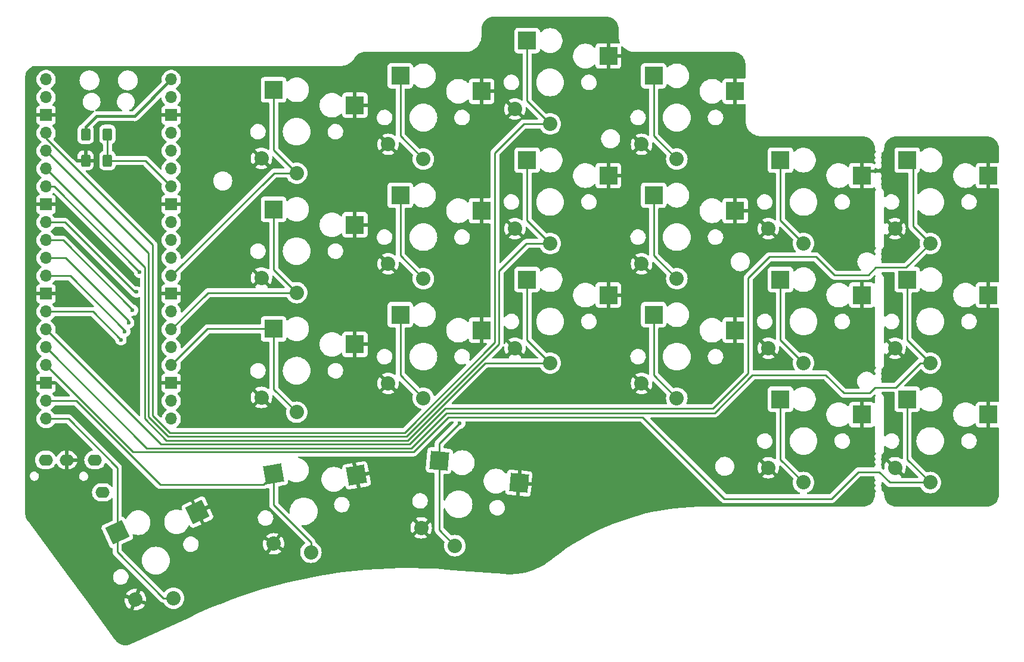
<source format=gbr>
%TF.GenerationSoftware,KiCad,Pcbnew,7.0.5*%
%TF.CreationDate,2023-07-11T21:22:30+02:00*%
%TF.ProjectId,keyboard_pcb,6b657962-6f61-4726-945f-7063622e6b69,rev1.0*%
%TF.SameCoordinates,Original*%
%TF.FileFunction,Copper,L2,Bot*%
%TF.FilePolarity,Positive*%
%FSLAX46Y46*%
G04 Gerber Fmt 4.6, Leading zero omitted, Abs format (unit mm)*
G04 Created by KiCad (PCBNEW 7.0.5) date 2023-07-11 21:22:30*
%MOMM*%
%LPD*%
G01*
G04 APERTURE LIST*
G04 Aperture macros list*
%AMRoundRect*
0 Rectangle with rounded corners*
0 $1 Rounding radius*
0 $2 $3 $4 $5 $6 $7 $8 $9 X,Y pos of 4 corners*
0 Add a 4 corners polygon primitive as box body*
4,1,4,$2,$3,$4,$5,$6,$7,$8,$9,$2,$3,0*
0 Add four circle primitives for the rounded corners*
1,1,$1+$1,$2,$3*
1,1,$1+$1,$4,$5*
1,1,$1+$1,$6,$7*
1,1,$1+$1,$8,$9*
0 Add four rect primitives between the rounded corners*
20,1,$1+$1,$2,$3,$4,$5,0*
20,1,$1+$1,$4,$5,$6,$7,0*
20,1,$1+$1,$6,$7,$8,$9,0*
20,1,$1+$1,$8,$9,$2,$3,0*%
%AMRotRect*
0 Rectangle, with rotation*
0 The origin of the aperture is its center*
0 $1 length*
0 $2 width*
0 $3 Rotation angle, in degrees counterclockwise*
0 Add horizontal line*
21,1,$1,$2,0,0,$3*%
G04 Aperture macros list end*
%TA.AperFunction,SMDPad,CuDef*%
%ADD10R,2.600000X2.600000*%
%TD*%
%TA.AperFunction,ComponentPad*%
%ADD11C,2.032000*%
%TD*%
%TA.AperFunction,ComponentPad*%
%ADD12O,1.700000X1.700000*%
%TD*%
%TA.AperFunction,ComponentPad*%
%ADD13R,1.700000X1.700000*%
%TD*%
%TA.AperFunction,SMDPad,CuDef*%
%ADD14RotRect,2.600000X2.600000X355.000000*%
%TD*%
%TA.AperFunction,ComponentPad*%
%ADD15O,2.000000X1.600000*%
%TD*%
%TA.AperFunction,SMDPad,CuDef*%
%ADD16RotRect,2.600000X2.600000X25.000000*%
%TD*%
%TA.AperFunction,SMDPad,CuDef*%
%ADD17RotRect,2.600000X2.600000X10.000000*%
%TD*%
%TA.AperFunction,SMDPad,CuDef*%
%ADD18RoundRect,0.250000X0.400000X0.625000X-0.400000X0.625000X-0.400000X-0.625000X0.400000X-0.625000X0*%
%TD*%
%TA.AperFunction,SMDPad,CuDef*%
%ADD19RoundRect,0.250000X-0.400000X-0.625000X0.400000X-0.625000X0.400000X0.625000X-0.400000X0.625000X0*%
%TD*%
%TA.AperFunction,ViaPad*%
%ADD20C,0.600000*%
%TD*%
%TA.AperFunction,Conductor*%
%ADD21C,0.400000*%
%TD*%
%TA.AperFunction,Conductor*%
%ADD22C,0.250000*%
%TD*%
G04 APERTURE END LIST*
D10*
%TO.P,K25,1*%
%TO.N,/k25*%
X101965000Y-88050000D03*
D11*
X105240000Y-99900000D03*
%TO.P,K25,2*%
%TO.N,GND*%
X100240000Y-97800000D03*
D10*
X113515000Y-90250000D03*
%TD*%
%TO.P,K24,1*%
%TO.N,/k24*%
X119965000Y-86050000D03*
D11*
X123240000Y-97900000D03*
%TO.P,K24,2*%
%TO.N,GND*%
X118240000Y-95800000D03*
D10*
X131515000Y-88250000D03*
%TD*%
D11*
%TO.P,K21,1*%
%TO.N,/k21*%
X177240000Y-109900000D03*
D10*
X173965000Y-98050000D03*
D11*
%TO.P,K21,2*%
%TO.N,GND*%
X172240000Y-107800000D03*
D10*
X185515000Y-100250000D03*
%TD*%
%TO.P,K02,1*%
%TO.N,/k02*%
X155965000Y-52050000D03*
D11*
X159240000Y-63900000D03*
%TO.P,K02,2*%
%TO.N,GND*%
X154240000Y-61800000D03*
D10*
X167515000Y-54250000D03*
%TD*%
D11*
%TO.P,K10,1*%
%TO.N,/k10*%
X195240000Y-92900000D03*
D10*
X191965000Y-81050000D03*
%TO.P,K10,2*%
%TO.N,GND*%
X203515000Y-83250000D03*
D11*
X190240000Y-90800000D03*
%TD*%
D12*
%TO.P,U2,1,GPIO0*%
%TO.N,tx*%
X69646800Y-52578000D03*
%TO.P,U2,2,GPIO1*%
%TO.N,rx*%
X69646800Y-55118000D03*
D13*
%TO.P,U2,3,GND*%
%TO.N,GND*%
X69646800Y-57658000D03*
D12*
%TO.P,U2,4,GPIO2*%
%TO.N,/k03*%
X69646800Y-60198000D03*
%TO.P,U2,5,GPIO3*%
%TO.N,/k13*%
X69646800Y-62738000D03*
%TO.P,U2,6,GPIO4*%
%TO.N,/k23*%
X69646800Y-65278000D03*
%TO.P,U2,7,GPIO5*%
%TO.N,/k02*%
X69646800Y-67818000D03*
D13*
%TO.P,U2,8,GND*%
%TO.N,GND*%
X69646800Y-70358000D03*
D12*
%TO.P,U2,9,GPIO6*%
%TO.N,/k12*%
X69646800Y-72898000D03*
%TO.P,U2,10,GPIO7*%
%TO.N,/k22*%
X69646800Y-75438000D03*
%TO.P,U2,11,GPIO8*%
%TO.N,/k01*%
X69646800Y-77978000D03*
%TO.P,U2,12,GPIO9*%
%TO.N,/k11*%
X69646800Y-80518000D03*
D13*
%TO.P,U2,13,GND*%
%TO.N,GND*%
X69646800Y-83058000D03*
D12*
%TO.P,U2,14,GPIO10*%
%TO.N,/k21*%
X69646800Y-85598000D03*
%TO.P,U2,15,GPIO11*%
%TO.N,/k00*%
X69646800Y-88138000D03*
%TO.P,U2,16,GPIO12*%
%TO.N,/k10*%
X69646800Y-90678000D03*
%TO.P,U2,17,GPIO13*%
%TO.N,/k20*%
X69646800Y-93218000D03*
D13*
%TO.P,U2,18,GND*%
%TO.N,GND*%
X69646800Y-95758000D03*
D12*
%TO.P,U2,19,GPIO14*%
%TO.N,/k31*%
X69646800Y-98298000D03*
%TO.P,U2,20,GPIO15*%
%TO.N,/k32*%
X69646800Y-100838000D03*
%TO.P,U2,21,GPIO16*%
%TO.N,/k30*%
X87426800Y-100838000D03*
%TO.P,U2,22,GPIO17*%
%TO.N,/k24*%
X87426800Y-98298000D03*
D13*
%TO.P,U2,23,GND*%
%TO.N,GND*%
X87426800Y-95758000D03*
D12*
%TO.P,U2,24,GPIO18*%
%TO.N,/k25*%
X87426800Y-93218000D03*
%TO.P,U2,25,GPIO19*%
%TO.N,/k14*%
X87426800Y-90678000D03*
%TO.P,U2,26,GPIO20*%
%TO.N,/k15*%
X87426800Y-88138000D03*
%TO.P,U2,27,GPIO21*%
%TO.N,/k04*%
X87426800Y-85598000D03*
D13*
%TO.P,U2,28,GND*%
%TO.N,GND*%
X87426800Y-83058000D03*
D12*
%TO.P,U2,29,GPIO22*%
%TO.N,/k05*%
X87426800Y-80518000D03*
%TO.P,U2,30,RUN*%
%TO.N,unconnected-(U2-Pad30)*%
X87426800Y-77978000D03*
%TO.P,U2,31,GPIO26_ADC0*%
%TO.N,unconnected-(U2-Pad31)*%
X87426800Y-75438000D03*
%TO.P,U2,32,GPIO27_ADC1*%
%TO.N,unconnected-(U2-Pad32)*%
X87426800Y-72898000D03*
D13*
%TO.P,U2,33,AGND*%
%TO.N,GND*%
X87426800Y-70358000D03*
D12*
%TO.P,U2,34,GPIO28_ADC2*%
%TO.N,vbus_sense*%
X87426800Y-67818000D03*
%TO.P,U2,35,ADC_VREF*%
%TO.N,unconnected-(U2-Pad35)*%
X87426800Y-65278000D03*
%TO.P,U2,36,3V3*%
%TO.N,unconnected-(U2-Pad36)*%
X87426800Y-62738000D03*
%TO.P,U2,37,3V3_EN*%
%TO.N,unconnected-(U2-Pad37)*%
X87426800Y-60198000D03*
D13*
%TO.P,U2,38,GND*%
%TO.N,GND*%
X87426800Y-57658000D03*
D12*
%TO.P,U2,39,VSYS*%
%TO.N,VCC*%
X87426800Y-55118000D03*
%TO.P,U2,40,VBUS*%
%TO.N,VBUS*%
X87426800Y-52578000D03*
%TD*%
D10*
%TO.P,K04,1*%
%TO.N,/k04*%
X119965000Y-52050000D03*
D11*
X123240000Y-63900000D03*
%TO.P,K04,2*%
%TO.N,GND*%
X118240000Y-61800000D03*
D10*
X131515000Y-54250000D03*
%TD*%
%TO.P,K12,1*%
%TO.N,/k12*%
X155965000Y-69050000D03*
D11*
X159240000Y-80900000D03*
D10*
%TO.P,K12,2*%
%TO.N,GND*%
X167515000Y-71250000D03*
D11*
X154240000Y-78800000D03*
%TD*%
%TO.P,K30,1*%
%TO.N,/k30*%
X127725781Y-118877549D03*
D14*
X125496039Y-106787206D03*
D11*
%TO.P,K30,2*%
%TO.N,GND*%
X122927835Y-116349761D03*
D14*
X136810345Y-109985484D03*
%TD*%
D10*
%TO.P,K01,1*%
%TO.N,/k01*%
X173965000Y-64050000D03*
D11*
X177240000Y-75900000D03*
%TO.P,K01,2*%
%TO.N,GND*%
X172240000Y-73800000D03*
D10*
X185515000Y-66250000D03*
%TD*%
%TO.P,K14,1*%
%TO.N,/k14*%
X119965000Y-69050000D03*
D11*
X123240000Y-80900000D03*
D10*
%TO.P,K14,2*%
%TO.N,GND*%
X131515000Y-71250000D03*
D11*
X118240000Y-78800000D03*
%TD*%
D10*
%TO.P,K23,1*%
%TO.N,/k23*%
X137965000Y-81050000D03*
D11*
X141240000Y-92900000D03*
%TO.P,K23,2*%
%TO.N,GND*%
X136240000Y-90800000D03*
D10*
X149515000Y-83250000D03*
%TD*%
%TO.P,K03,1*%
%TO.N,/k03*%
X137965000Y-47050000D03*
D11*
X141240000Y-58900000D03*
D10*
%TO.P,K03,2*%
%TO.N,GND*%
X149515000Y-49250000D03*
D11*
X136240000Y-56800000D03*
%TD*%
%TO.P,K22,1*%
%TO.N,/k22*%
X159240000Y-97900000D03*
D10*
X155965000Y-86050000D03*
D11*
%TO.P,K22,2*%
%TO.N,GND*%
X154240000Y-95800000D03*
D10*
X167515000Y-88250000D03*
%TD*%
D15*
%TO.P,J1,1,SLEEVE*%
%TO.N,tx*%
X77690000Y-111300000D03*
%TO.P,J1,2,TIP*%
%TO.N,VCC*%
X76590000Y-106700000D03*
%TO.P,J1,3,RING1*%
%TO.N,GND*%
X72590000Y-106700000D03*
%TO.P,J1,4,RING2*%
%TO.N,rx*%
X69590000Y-106700000D03*
%TD*%
D11*
%TO.P,K15,1*%
%TO.N,/k15*%
X105240000Y-82900000D03*
D10*
X101965000Y-71050000D03*
D11*
%TO.P,K15,2*%
%TO.N,GND*%
X100240000Y-80800000D03*
D10*
X113515000Y-73250000D03*
%TD*%
D16*
%TO.P,K32,1*%
%TO.N,/k32*%
X79757263Y-116991543D03*
D11*
X87733448Y-126347216D03*
%TO.P,K32,2*%
%TO.N,GND*%
X82314410Y-126557061D03*
D16*
X91154878Y-114104180D03*
%TD*%
D10*
%TO.P,K11,1*%
%TO.N,/k11*%
X173965000Y-81050000D03*
D11*
X177240000Y-92900000D03*
D10*
%TO.P,K11,2*%
%TO.N,GND*%
X185515000Y-83250000D03*
D11*
X172240000Y-90800000D03*
%TD*%
D10*
%TO.P,K05,1*%
%TO.N,/k05*%
X101965000Y-54050000D03*
D11*
X105240000Y-65900000D03*
%TO.P,K05,2*%
%TO.N,GND*%
X100240000Y-63800000D03*
D10*
X113515000Y-56250000D03*
%TD*%
D11*
%TO.P,K20,1*%
%TO.N,/k20*%
X195240000Y-109900000D03*
D10*
X191965000Y-98050000D03*
%TO.P,K20,2*%
%TO.N,GND*%
X203515000Y-100250000D03*
D11*
X190240000Y-107800000D03*
%TD*%
D10*
%TO.P,K13,1*%
%TO.N,/k13*%
X137965000Y-64050000D03*
D11*
X141240000Y-75900000D03*
%TO.P,K13,2*%
%TO.N,GND*%
X136240000Y-73800000D03*
D10*
X149515000Y-66250000D03*
%TD*%
%TO.P,K00,1*%
%TO.N,/k00*%
X191965000Y-64050000D03*
D11*
X195240000Y-75900000D03*
%TO.P,K00,2*%
%TO.N,GND*%
X190240000Y-73800000D03*
D10*
X203515000Y-66250000D03*
%TD*%
D11*
%TO.P,K31,1*%
%TO.N,/k31*%
X107264524Y-119810366D03*
D17*
X101981548Y-108709092D03*
%TO.P,K31,2*%
%TO.N,GND*%
X113738103Y-108870032D03*
D11*
X101975824Y-118610510D03*
%TD*%
D18*
%TO.P,R2,1*%
%TO.N,vbus_sense*%
X78359600Y-64109600D03*
%TO.P,R2,2*%
%TO.N,GND*%
X75259600Y-64109600D03*
%TD*%
D19*
%TO.P,R1,1*%
%TO.N,VBUS*%
X75259600Y-60401200D03*
%TO.P,R1,2*%
%TO.N,vbus_sense*%
X78359600Y-60401200D03*
%TD*%
D20*
%TO.N,GND*%
X186200000Y-92600000D03*
X136200000Y-84000000D03*
X78600000Y-92400000D03*
X186200000Y-75200000D03*
%TO.N,/k01*%
X81376460Y-87200000D03*
%TO.N,/k02*%
X82925980Y-80000000D03*
%TO.N,/k11*%
X80826940Y-88400000D03*
%TO.N,/k12*%
X82475500Y-82800000D03*
%TO.N,/k21*%
X80277420Y-89600000D03*
%TO.N,/k22*%
X81925980Y-85400000D03*
%TO.N,/k30*%
X128400000Y-101475500D03*
%TD*%
D21*
%TO.N,GND*%
X191089521Y-68545448D02*
X191089521Y-72950479D01*
X185515000Y-66250000D02*
X186179321Y-65585679D01*
X186179321Y-65585679D02*
X188129752Y-65585679D01*
X191089521Y-72950479D02*
X190240000Y-73800000D01*
X188129752Y-65585679D02*
X191089521Y-68545448D01*
D22*
%TO.N,/k00*%
X186425289Y-80400000D02*
X181600000Y-80400000D01*
X126331414Y-99400000D02*
X121282856Y-104448558D01*
X164400000Y-99400000D02*
X126331414Y-99400000D01*
X192800000Y-64885000D02*
X192800000Y-73460000D01*
X181600000Y-80400000D02*
X179000000Y-77800000D01*
X179000000Y-77800000D02*
X172400000Y-77800000D01*
X191965000Y-64050000D02*
X192800000Y-64885000D01*
X169400000Y-80800000D02*
X169400000Y-94400000D01*
X191814521Y-79325479D02*
X187499810Y-79325479D01*
X192800000Y-73460000D02*
X195240000Y-75900000D01*
X172400000Y-77800000D02*
X169400000Y-80800000D01*
X187499810Y-79325479D02*
X186425289Y-80400000D01*
X169400000Y-94400000D02*
X164400000Y-99400000D01*
X195240000Y-75900000D02*
X191814521Y-79325479D01*
X121282856Y-104448558D02*
X85957358Y-104448558D01*
X85957358Y-104448558D02*
X69646800Y-88138000D01*
%TO.N,/k01*%
X173965000Y-72625000D02*
X177240000Y-75900000D01*
X72453500Y-77978000D02*
X69646800Y-77978000D01*
X81376460Y-86900960D02*
X72453500Y-77978000D01*
X81376460Y-87200000D02*
X81376460Y-86900960D01*
X173965000Y-64050000D02*
X173965000Y-72625000D01*
%TO.N,/k02*%
X82925980Y-79949520D02*
X70794460Y-67818000D01*
X82925980Y-80000000D02*
X82925980Y-79949520D01*
X155965000Y-60625000D02*
X159240000Y-63900000D01*
X70794460Y-67818000D02*
X69646800Y-67818000D01*
X155965000Y-52050000D02*
X155965000Y-60625000D01*
%TO.N,/k03*%
X69646800Y-60935568D02*
X69646800Y-60198000D01*
X133400000Y-63000000D02*
X133400000Y-90000000D01*
X120600000Y-102800000D02*
X87200000Y-102800000D01*
X87200000Y-102800000D02*
X84800000Y-100400000D01*
X137500000Y-58900000D02*
X133400000Y-63000000D01*
X84800000Y-76088768D02*
X69646800Y-60935568D01*
X137965000Y-55625000D02*
X141240000Y-58900000D01*
X141240000Y-58900000D02*
X137500000Y-58900000D01*
X137965000Y-47050000D02*
X137965000Y-55625000D01*
X133400000Y-90000000D02*
X120600000Y-102800000D01*
X84800000Y-100400000D02*
X84800000Y-76088768D01*
%TO.N,/k04*%
X119965000Y-52050000D02*
X119965000Y-60625000D01*
X119965000Y-60625000D02*
X123240000Y-63900000D01*
%TO.N,/k05*%
X101965000Y-62625000D02*
X105240000Y-65900000D01*
X101965000Y-54050000D02*
X101965000Y-62625000D01*
X102044800Y-65900000D02*
X87426800Y-80518000D01*
X105240000Y-65900000D02*
X102044800Y-65900000D01*
%TO.N,/k10*%
X191965000Y-89625000D02*
X195240000Y-92900000D01*
X180400000Y-94600000D02*
X183000000Y-97200000D01*
X126508552Y-100000000D02*
X164577138Y-100000000D01*
X187600000Y-96400000D02*
X187624521Y-96375479D01*
X187624521Y-96375479D02*
X190327681Y-96375479D01*
X186600000Y-97200000D02*
X187400000Y-96400000D01*
X164577138Y-100000000D02*
X169977138Y-94600000D01*
X193803160Y-92900000D02*
X195240000Y-92900000D01*
X191965000Y-81050000D02*
X191965000Y-89625000D01*
X187400000Y-96400000D02*
X187600000Y-96400000D01*
X69646800Y-90678000D02*
X83966878Y-104998078D01*
X169977138Y-94600000D02*
X180400000Y-94600000D01*
X190327681Y-96375479D02*
X193803160Y-92900000D01*
X121510474Y-104998078D02*
X126508552Y-100000000D01*
X183000000Y-97200000D02*
X186600000Y-97200000D01*
X83966878Y-104998078D02*
X121510474Y-104998078D01*
%TO.N,/k11*%
X80826940Y-88400000D02*
X80826940Y-88275940D01*
X173965000Y-89625000D02*
X177240000Y-92900000D01*
X80826940Y-88275940D02*
X73069000Y-80518000D01*
X173965000Y-81050000D02*
X173965000Y-89625000D01*
X73069000Y-80518000D02*
X69646800Y-80518000D01*
%TO.N,/k12*%
X155965000Y-77625000D02*
X159240000Y-80900000D01*
X82200000Y-82800000D02*
X72298000Y-72898000D01*
X155965000Y-69050000D02*
X155965000Y-77625000D01*
X72298000Y-72898000D02*
X69646800Y-72898000D01*
X82475500Y-82800000D02*
X82200000Y-82800000D01*
%TO.N,/k13*%
X134000000Y-79800000D02*
X137900000Y-75900000D01*
X134000000Y-90177138D02*
X134000000Y-79800000D01*
X120827619Y-103349519D02*
X134000000Y-90177138D01*
X137965000Y-72625000D02*
X141240000Y-75900000D01*
X137965000Y-64050000D02*
X137965000Y-72625000D01*
X84200000Y-100577138D02*
X86972381Y-103349519D01*
X84200000Y-77291200D02*
X84200000Y-100577138D01*
X69646800Y-62738000D02*
X84200000Y-77291200D01*
X137900000Y-75900000D02*
X141240000Y-75900000D01*
X86972381Y-103349519D02*
X120827619Y-103349519D01*
%TO.N,/k14*%
X119965000Y-69050000D02*
X119965000Y-77625000D01*
X119965000Y-77625000D02*
X123240000Y-80900000D01*
%TO.N,/k15*%
X105240000Y-82900000D02*
X101965000Y-79625000D01*
X105240000Y-82900000D02*
X92664800Y-82900000D01*
X92664800Y-82900000D02*
X87426800Y-88138000D01*
X101965000Y-79625000D02*
X101965000Y-71050000D01*
%TO.N,/k20*%
X121852403Y-105547597D02*
X126800000Y-100600000D01*
X166000000Y-112200000D02*
X181200000Y-112200000D01*
X189500000Y-109900000D02*
X195240000Y-109900000D01*
X126800000Y-100600000D02*
X154400000Y-100600000D01*
X69646800Y-93218000D02*
X81976397Y-105547597D01*
X181200000Y-112200000D02*
X185000000Y-108400000D01*
X188000000Y-108400000D02*
X189500000Y-109900000D01*
X191965000Y-98050000D02*
X191965000Y-106625000D01*
X185000000Y-108400000D02*
X188000000Y-108400000D01*
X81976397Y-105547597D02*
X121852403Y-105547597D01*
X191965000Y-106625000D02*
X195240000Y-109900000D01*
X154400000Y-100600000D02*
X166000000Y-112200000D01*
%TO.N,/k21*%
X173965000Y-106625000D02*
X177240000Y-109900000D01*
X80277420Y-89600000D02*
X76275420Y-85598000D01*
X173965000Y-98050000D02*
X173965000Y-106625000D01*
X76275420Y-85598000D02*
X69646800Y-85598000D01*
%TO.N,/k22*%
X155965000Y-94625000D02*
X159240000Y-97900000D01*
X72038000Y-75438000D02*
X69646800Y-75438000D01*
X81925980Y-85400000D02*
X81925980Y-85325980D01*
X155965000Y-86050000D02*
X155965000Y-94625000D01*
X81925980Y-85325980D02*
X72038000Y-75438000D01*
%TO.N,/k23*%
X69646800Y-65278000D02*
X83650480Y-79281680D01*
X83650481Y-100804757D02*
X86744763Y-103899039D01*
X137965000Y-89625000D02*
X141240000Y-92900000D01*
X86744763Y-103899039D02*
X121055238Y-103899038D01*
X132054276Y-92900000D02*
X141240000Y-92900000D01*
X121055238Y-103899038D02*
X132054276Y-92900000D01*
X137965000Y-81050000D02*
X137965000Y-89625000D01*
X83650480Y-79281680D02*
X83650481Y-100804757D01*
%TO.N,/k24*%
X119965000Y-94625000D02*
X123240000Y-97900000D01*
X119965000Y-86050000D02*
X119965000Y-94625000D01*
%TO.N,/k25*%
X101965000Y-88050000D02*
X92594800Y-88050000D01*
X92594800Y-88050000D02*
X87426800Y-93218000D01*
X101965000Y-96625000D02*
X101965000Y-88050000D01*
X105240000Y-99900000D02*
X101965000Y-96625000D01*
%TO.N,/k30*%
X125496039Y-116647807D02*
X127725781Y-118877549D01*
X125496039Y-106787206D02*
X125496039Y-116647807D01*
X125496039Y-106787206D02*
X125496039Y-104379461D01*
X125496039Y-104379461D02*
X128400000Y-101475500D01*
%TO.N,/k31*%
X107264524Y-118373526D02*
X101981548Y-113090550D01*
X100490640Y-110200000D02*
X101981548Y-108709092D01*
X85851662Y-110200000D02*
X100490640Y-110200000D01*
X107264524Y-119810366D02*
X107264524Y-118373526D01*
X101981548Y-113090550D02*
X101981548Y-108709092D01*
X73949662Y-98298000D02*
X85851662Y-110200000D01*
X69646800Y-98298000D02*
X73949662Y-98298000D01*
%TO.N,/k32*%
X79757263Y-107794109D02*
X79757263Y-116991543D01*
X72801154Y-100838000D02*
X79757263Y-107794109D01*
X87733448Y-126347216D02*
X86296608Y-126347216D01*
X69646800Y-100838000D02*
X72801154Y-100838000D01*
X86296608Y-126347216D02*
X79757263Y-119807871D01*
X79757263Y-119807871D02*
X79757263Y-116991543D01*
D21*
%TO.N,VBUS*%
X76800000Y-57800000D02*
X75259600Y-59340400D01*
X82204800Y-57800000D02*
X76800000Y-57800000D01*
X87426800Y-52578000D02*
X82204800Y-57800000D01*
X75259600Y-59340400D02*
X75259600Y-60401200D01*
D22*
%TO.N,vbus_sense*%
X78359600Y-64109600D02*
X83718400Y-64109600D01*
X83718400Y-64109600D02*
X87426800Y-67818000D01*
X78359600Y-60401200D02*
X78359600Y-64109600D01*
%TD*%
%TA.AperFunction,Conductor*%
%TO.N,GND*%
G36*
X149242208Y-43650657D02*
G01*
X149480140Y-43667674D01*
X149497641Y-43670191D01*
X149724229Y-43719482D01*
X149741188Y-43724461D01*
X149878672Y-43775740D01*
X149958462Y-43805501D01*
X149974555Y-43812851D01*
X150178068Y-43923977D01*
X150192951Y-43933542D01*
X150378579Y-44072501D01*
X150391950Y-44084087D01*
X150555912Y-44248049D01*
X150567498Y-44261420D01*
X150706457Y-44447048D01*
X150716022Y-44461931D01*
X150827148Y-44665444D01*
X150834498Y-44681537D01*
X150915535Y-44898803D01*
X150920519Y-44915779D01*
X150969807Y-45142353D01*
X150972325Y-45159865D01*
X150989342Y-45397788D01*
X150989500Y-45402211D01*
X150989500Y-46355830D01*
X150989500Y-46400000D01*
X150989500Y-46536130D01*
X151022318Y-46806405D01*
X151043635Y-46892891D01*
X151087475Y-47070760D01*
X151184271Y-47325986D01*
X151189638Y-47395649D01*
X151156491Y-47457155D01*
X151095352Y-47490977D01*
X151025634Y-47486375D01*
X151024995Y-47486139D01*
X150924097Y-47448506D01*
X150863581Y-47442000D01*
X149769000Y-47442000D01*
X149769000Y-48996000D01*
X151323000Y-48996000D01*
X151323000Y-47956906D01*
X151342685Y-47889867D01*
X151395489Y-47844112D01*
X151464647Y-47834168D01*
X151528203Y-47863193D01*
X151539813Y-47874676D01*
X151645747Y-47994251D01*
X151645752Y-47994256D01*
X151820987Y-48149500D01*
X151849538Y-48174794D01*
X152073603Y-48329456D01*
X152314678Y-48455981D01*
X152490988Y-48522846D01*
X152569240Y-48552524D01*
X152569242Y-48552524D01*
X152569246Y-48552526D01*
X152833595Y-48617682D01*
X153059690Y-48645135D01*
X153103868Y-48650500D01*
X153103870Y-48650500D01*
X153215326Y-48650500D01*
X167195830Y-48650500D01*
X167237786Y-48650500D01*
X167242208Y-48650657D01*
X167480140Y-48667674D01*
X167497641Y-48670191D01*
X167724229Y-48719482D01*
X167741188Y-48724461D01*
X167844688Y-48763065D01*
X167958462Y-48805501D01*
X167974555Y-48812851D01*
X168178068Y-48923977D01*
X168192951Y-48933542D01*
X168378579Y-49072501D01*
X168391950Y-49084087D01*
X168555912Y-49248049D01*
X168567498Y-49261420D01*
X168706457Y-49447048D01*
X168716022Y-49461931D01*
X168827148Y-49665444D01*
X168834498Y-49681537D01*
X168915535Y-49898803D01*
X168920519Y-49915779D01*
X168969807Y-50142353D01*
X168972325Y-50159865D01*
X168985529Y-50344479D01*
X168987735Y-50375326D01*
X168989342Y-50397787D01*
X168989500Y-50402211D01*
X168989500Y-52318000D01*
X168969815Y-52385039D01*
X168917011Y-52430794D01*
X168865500Y-52442000D01*
X167769000Y-52442000D01*
X167769000Y-56058000D01*
X168865500Y-56058000D01*
X168932539Y-56077685D01*
X168978294Y-56130489D01*
X168989500Y-56182000D01*
X168989500Y-58536132D01*
X168991793Y-58555018D01*
X169022318Y-58806405D01*
X169065264Y-58980643D01*
X169087475Y-59070759D01*
X169170653Y-59290080D01*
X169184019Y-59325322D01*
X169310544Y-59566397D01*
X169465206Y-59790462D01*
X169465208Y-59790464D01*
X169465210Y-59790467D01*
X169645746Y-59994251D01*
X169645748Y-59994253D01*
X169829973Y-60157461D01*
X169849538Y-60174794D01*
X170073603Y-60329456D01*
X170314678Y-60455981D01*
X170490988Y-60522846D01*
X170569240Y-60552524D01*
X170569242Y-60552524D01*
X170569246Y-60552526D01*
X170833595Y-60617682D01*
X171059690Y-60645135D01*
X171103868Y-60650500D01*
X171103870Y-60650500D01*
X171215326Y-60650500D01*
X185595830Y-60650500D01*
X185637786Y-60650500D01*
X185642208Y-60650657D01*
X185880140Y-60667674D01*
X185897641Y-60670191D01*
X186124229Y-60719482D01*
X186141188Y-60724461D01*
X186278672Y-60775740D01*
X186358462Y-60805501D01*
X186374555Y-60812851D01*
X186578068Y-60923977D01*
X186592951Y-60933542D01*
X186778579Y-61072501D01*
X186791950Y-61084087D01*
X186955912Y-61248049D01*
X186967498Y-61261420D01*
X187106457Y-61447048D01*
X187116022Y-61461931D01*
X187227148Y-61665444D01*
X187234498Y-61681537D01*
X187315535Y-61898803D01*
X187320519Y-61915779D01*
X187369807Y-62142352D01*
X187372325Y-62159864D01*
X187389342Y-62397789D01*
X187389500Y-62402213D01*
X187389500Y-62473297D01*
X187422120Y-62616209D01*
X187485719Y-62748274D01*
X187485720Y-62748275D01*
X187485721Y-62748277D01*
X187497165Y-62762627D01*
X187523574Y-62827314D01*
X187510817Y-62896009D01*
X187481423Y-62933651D01*
X187457857Y-62954071D01*
X187457857Y-62954072D01*
X187380045Y-63075149D01*
X187339500Y-63213236D01*
X187339500Y-63357163D01*
X187380045Y-63495250D01*
X187380046Y-63495251D01*
X187380047Y-63495253D01*
X187431467Y-63575265D01*
X187442968Y-63593160D01*
X187462652Y-63660199D01*
X187442968Y-63727237D01*
X187380046Y-63825146D01*
X187380045Y-63825149D01*
X187339500Y-63963236D01*
X187339500Y-64107163D01*
X187380045Y-64245250D01*
X187442968Y-64343161D01*
X187462652Y-64410201D01*
X187442967Y-64477239D01*
X187379093Y-64576629D01*
X187326290Y-64622384D01*
X187257131Y-64632328D01*
X187193575Y-64603303D01*
X187184252Y-64593289D01*
X187184175Y-64593367D01*
X187177906Y-64587098D01*
X187060961Y-64499554D01*
X187060961Y-64499553D01*
X186924097Y-64448506D01*
X186863581Y-64442000D01*
X185769000Y-64442000D01*
X185769000Y-68058000D01*
X186863580Y-68058000D01*
X186863581Y-68057999D01*
X186924097Y-68051493D01*
X187060961Y-68000446D01*
X187060962Y-68000445D01*
X187180824Y-67910716D01*
X187246288Y-67886298D01*
X187314561Y-67901149D01*
X187363967Y-67950554D01*
X187374113Y-67975045D01*
X187380046Y-67995252D01*
X187416190Y-68051493D01*
X187457857Y-68116328D01*
X187495380Y-68148842D01*
X187533154Y-68207619D01*
X187533154Y-68277489D01*
X187511125Y-68319866D01*
X187485721Y-68351722D01*
X187485720Y-68351723D01*
X187422120Y-68483790D01*
X187389500Y-68626702D01*
X187389500Y-68626706D01*
X187389500Y-68675325D01*
X187389500Y-68675326D01*
X187389500Y-72381414D01*
X187389499Y-76107183D01*
X187389500Y-76107193D01*
X187389500Y-76173297D01*
X187422120Y-76316209D01*
X187485720Y-76448276D01*
X187485721Y-76448279D01*
X187504144Y-76471379D01*
X187530553Y-76536066D01*
X187517798Y-76604761D01*
X187488401Y-76642405D01*
X187471232Y-76657283D01*
X187457856Y-76668873D01*
X187380045Y-76789949D01*
X187339500Y-76928036D01*
X187339500Y-77071963D01*
X187380045Y-77210050D01*
X187442968Y-77307960D01*
X187462652Y-77374999D01*
X187442968Y-77442038D01*
X187388824Y-77526289D01*
X187336020Y-77572044D01*
X187266862Y-77581988D01*
X187203306Y-77552964D01*
X187196840Y-77546944D01*
X187111401Y-77461505D01*
X187111400Y-77461504D01*
X187111399Y-77461503D01*
X186917830Y-77325965D01*
X186917828Y-77325964D01*
X186805486Y-77273578D01*
X186703663Y-77226097D01*
X186703659Y-77226096D01*
X186703655Y-77226094D01*
X186475413Y-77164938D01*
X186475403Y-77164936D01*
X186298967Y-77149500D01*
X186298966Y-77149500D01*
X186181034Y-77149500D01*
X186181033Y-77149500D01*
X186004596Y-77164936D01*
X186004586Y-77164938D01*
X185776344Y-77226094D01*
X185776337Y-77226096D01*
X185776337Y-77226097D01*
X185769378Y-77229342D01*
X185562171Y-77325964D01*
X185562169Y-77325965D01*
X185368597Y-77461505D01*
X185201506Y-77628597D01*
X185201501Y-77628604D01*
X185065967Y-77822165D01*
X185065965Y-77822169D01*
X184966098Y-78036335D01*
X184966094Y-78036344D01*
X184904938Y-78264586D01*
X184904936Y-78264596D01*
X184884341Y-78499999D01*
X184884341Y-78500000D01*
X184904936Y-78735403D01*
X184904938Y-78735413D01*
X184966094Y-78963655D01*
X184966096Y-78963659D01*
X184966097Y-78963663D01*
X184996946Y-79029819D01*
X185065964Y-79177828D01*
X185065965Y-79177830D01*
X185201505Y-79371402D01*
X185368595Y-79538492D01*
X185372068Y-79540924D01*
X185415694Y-79595501D01*
X185422888Y-79664999D01*
X185391366Y-79727354D01*
X185331137Y-79762769D01*
X185300946Y-79766500D01*
X181913767Y-79766500D01*
X181846728Y-79746815D01*
X181826086Y-79730181D01*
X179507088Y-77411183D01*
X179497187Y-77398823D01*
X179496977Y-77398998D01*
X179492001Y-77392984D01*
X179492000Y-77392982D01*
X179441614Y-77345667D01*
X179440239Y-77344334D01*
X179419768Y-77323863D01*
X179417792Y-77322331D01*
X179414183Y-77319531D01*
X179409750Y-77315744D01*
X179375321Y-77283414D01*
X179375319Y-77283412D01*
X179357431Y-77273578D01*
X179341170Y-77262897D01*
X179325039Y-77250384D01*
X179281693Y-77231627D01*
X179276445Y-77229056D01*
X179249022Y-77213981D01*
X179235060Y-77206305D01*
X179231660Y-77205432D01*
X179215287Y-77201228D01*
X179196881Y-77194926D01*
X179178144Y-77186818D01*
X179178146Y-77186818D01*
X179131496Y-77179430D01*
X179125781Y-77178246D01*
X179105612Y-77173068D01*
X179080032Y-77166500D01*
X179080030Y-77166500D01*
X179059616Y-77166500D01*
X179040217Y-77164973D01*
X179020058Y-77161780D01*
X179020057Y-77161780D01*
X178973034Y-77166225D01*
X178967196Y-77166500D01*
X178432134Y-77166500D01*
X178365095Y-77146815D01*
X178319340Y-77094011D01*
X178309396Y-77024853D01*
X178337844Y-76961968D01*
X178348096Y-76949965D01*
X178477160Y-76798849D01*
X178602540Y-76594249D01*
X178602542Y-76594245D01*
X178694369Y-76372554D01*
X178694369Y-76372553D01*
X178697810Y-76358219D01*
X178750387Y-76139222D01*
X178769214Y-75900000D01*
X178750387Y-75660778D01*
X178696070Y-75434532D01*
X178694369Y-75427446D01*
X178694369Y-75427445D01*
X178602542Y-75205754D01*
X178602540Y-75205751D01*
X178477162Y-75001153D01*
X178477158Y-75001148D01*
X178409057Y-74921412D01*
X178321318Y-74818682D01*
X178182809Y-74700385D01*
X178138851Y-74662841D01*
X178138846Y-74662837D01*
X177934248Y-74537459D01*
X177934245Y-74537457D01*
X177712553Y-74445630D01*
X177479218Y-74389612D01*
X177479219Y-74389612D01*
X177240000Y-74370786D01*
X177000781Y-74389612D01*
X176765692Y-74446052D01*
X176695910Y-74442561D01*
X176649064Y-74413159D01*
X174634819Y-72398914D01*
X174601334Y-72337591D01*
X174598500Y-72311233D01*
X174598500Y-70000001D01*
X175269981Y-70000001D01*
X175290033Y-70280364D01*
X175290034Y-70280371D01*
X175349779Y-70555011D01*
X175349781Y-70555018D01*
X175388707Y-70659382D01*
X175448008Y-70818376D01*
X175448010Y-70818380D01*
X175582711Y-71065067D01*
X175582716Y-71065075D01*
X175751152Y-71290080D01*
X175751168Y-71290098D01*
X175949901Y-71488831D01*
X175949919Y-71488847D01*
X176174924Y-71657283D01*
X176174932Y-71657288D01*
X176421619Y-71791989D01*
X176421623Y-71791991D01*
X176421625Y-71791992D01*
X176684982Y-71890219D01*
X176959637Y-71949967D01*
X177169825Y-71965000D01*
X177310175Y-71965000D01*
X177520363Y-71949967D01*
X177795018Y-71890219D01*
X178058375Y-71791992D01*
X178305073Y-71657285D01*
X178530088Y-71488841D01*
X178728841Y-71290088D01*
X178897285Y-71065073D01*
X179031992Y-70818375D01*
X179130219Y-70555018D01*
X179189967Y-70280363D01*
X179210019Y-70000000D01*
X179206254Y-69947355D01*
X181634843Y-69947355D01*
X181644852Y-70157459D01*
X181694442Y-70361871D01*
X181739082Y-70459619D01*
X181781820Y-70553204D01*
X181781824Y-70553210D01*
X181903826Y-70724539D01*
X181903831Y-70724544D01*
X182056063Y-70869697D01*
X182233014Y-70983416D01*
X182428288Y-71061593D01*
X182557084Y-71086416D01*
X182634828Y-71101400D01*
X182634829Y-71101400D01*
X182792461Y-71101400D01*
X182792468Y-71101400D01*
X182949389Y-71086416D01*
X183151211Y-71027156D01*
X183338170Y-70930771D01*
X183503510Y-70800747D01*
X183641255Y-70641781D01*
X183746426Y-70459619D01*
X183815222Y-70260846D01*
X183845157Y-70052645D01*
X183835148Y-69842541D01*
X183785558Y-69638129D01*
X183698179Y-69446795D01*
X183698175Y-69446789D01*
X183576173Y-69275460D01*
X183576167Y-69275454D01*
X183423939Y-69130305D01*
X183423937Y-69130303D01*
X183246986Y-69016584D01*
X183246984Y-69016583D01*
X183051721Y-68938410D01*
X183051714Y-68938407D01*
X183051712Y-68938407D01*
X183051709Y-68938406D01*
X183051708Y-68938406D01*
X182845172Y-68898600D01*
X182845171Y-68898600D01*
X182687532Y-68898600D01*
X182530611Y-68913584D01*
X182530607Y-68913585D01*
X182328791Y-68972843D01*
X182141831Y-69069228D01*
X181976490Y-69199252D01*
X181976489Y-69199253D01*
X181838749Y-69358214D01*
X181838740Y-69358225D01*
X181733574Y-69540379D01*
X181664779Y-69739148D01*
X181664778Y-69739153D01*
X181664778Y-69739154D01*
X181634843Y-69947355D01*
X179206254Y-69947355D01*
X179189967Y-69719637D01*
X179130219Y-69444982D01*
X179031992Y-69181625D01*
X179008959Y-69139444D01*
X178897288Y-68934932D01*
X178897283Y-68934924D01*
X178728847Y-68709919D01*
X178728831Y-68709901D01*
X178530098Y-68511168D01*
X178530080Y-68511152D01*
X178305075Y-68342716D01*
X178305067Y-68342711D01*
X178058380Y-68208010D01*
X178058376Y-68208008D01*
X177958532Y-68170768D01*
X177795018Y-68109781D01*
X177795014Y-68109780D01*
X177795011Y-68109779D01*
X177520371Y-68050034D01*
X177520364Y-68050033D01*
X177310177Y-68035000D01*
X177310175Y-68035000D01*
X177169825Y-68035000D01*
X177169822Y-68035000D01*
X176959635Y-68050033D01*
X176959628Y-68050034D01*
X176684988Y-68109779D01*
X176684983Y-68109780D01*
X176684982Y-68109781D01*
X176667429Y-68116328D01*
X176421623Y-68208008D01*
X176421619Y-68208010D01*
X176174932Y-68342711D01*
X176174924Y-68342716D01*
X175949919Y-68511152D01*
X175949901Y-68511168D01*
X175751168Y-68709901D01*
X175751152Y-68709919D01*
X175582716Y-68934924D01*
X175582711Y-68934932D01*
X175448010Y-69181619D01*
X175448008Y-69181623D01*
X175376785Y-69372582D01*
X175371505Y-69386739D01*
X175349779Y-69444988D01*
X175290034Y-69719628D01*
X175290033Y-69719635D01*
X175269981Y-69999998D01*
X175269981Y-70000001D01*
X174598500Y-70000001D01*
X174598500Y-66381187D01*
X180489500Y-66381187D01*
X180503500Y-66474064D01*
X180528604Y-66640615D01*
X180528605Y-66640617D01*
X180528606Y-66640623D01*
X180605938Y-66891326D01*
X180719767Y-67127696D01*
X180719768Y-67127697D01*
X180719770Y-67127700D01*
X180719772Y-67127704D01*
X180799916Y-67245253D01*
X180867567Y-67344479D01*
X181046014Y-67536801D01*
X181046018Y-67536804D01*
X181046019Y-67536805D01*
X181251143Y-67700386D01*
X181478357Y-67831568D01*
X181722584Y-67927420D01*
X181978370Y-67985802D01*
X181978376Y-67985802D01*
X181978379Y-67985803D01*
X182174484Y-68000499D01*
X182174503Y-68000499D01*
X182174506Y-68000500D01*
X182174508Y-68000500D01*
X182305492Y-68000500D01*
X182305494Y-68000500D01*
X182305496Y-68000499D01*
X182305515Y-68000499D01*
X182501620Y-67985803D01*
X182501622Y-67985802D01*
X182501630Y-67985802D01*
X182757416Y-67927420D01*
X183001643Y-67831568D01*
X183228857Y-67700386D01*
X183433981Y-67536805D01*
X183492101Y-67474165D01*
X183552129Y-67438411D01*
X183621958Y-67440786D01*
X183679418Y-67480536D01*
X183706267Y-67545041D01*
X183707000Y-67558507D01*
X183707000Y-67598581D01*
X183713506Y-67659097D01*
X183764553Y-67795961D01*
X183852096Y-67912903D01*
X183969038Y-68000445D01*
X183969038Y-68000446D01*
X184105902Y-68051493D01*
X184166418Y-68057999D01*
X184166420Y-68058000D01*
X185261000Y-68058000D01*
X185261000Y-64442000D01*
X184166418Y-64442000D01*
X184105902Y-64448506D01*
X183969038Y-64499553D01*
X183969038Y-64499554D01*
X183852096Y-64587096D01*
X183764554Y-64704038D01*
X183764553Y-64704038D01*
X183713506Y-64840902D01*
X183707000Y-64901418D01*
X183707000Y-64941492D01*
X183687315Y-65008531D01*
X183634511Y-65054286D01*
X183565353Y-65064230D01*
X183501797Y-65035205D01*
X183492101Y-65025833D01*
X183433985Y-64963198D01*
X183389467Y-64927696D01*
X183228857Y-64799614D01*
X183001643Y-64668432D01*
X182757416Y-64572580D01*
X182757411Y-64572578D01*
X182757402Y-64572576D01*
X182539818Y-64522914D01*
X182501630Y-64514198D01*
X182501629Y-64514197D01*
X182501625Y-64514197D01*
X182501620Y-64514196D01*
X182305515Y-64499500D01*
X182305494Y-64499500D01*
X182174506Y-64499500D01*
X182174484Y-64499500D01*
X181978379Y-64514196D01*
X181978374Y-64514197D01*
X181722597Y-64572576D01*
X181722578Y-64572582D01*
X181478356Y-64668432D01*
X181251143Y-64799614D01*
X181046014Y-64963198D01*
X180867567Y-65155520D01*
X180719768Y-65372302D01*
X180719767Y-65372303D01*
X180605938Y-65608673D01*
X180528606Y-65859376D01*
X180528605Y-65859381D01*
X180528604Y-65859385D01*
X180522482Y-65900000D01*
X180489500Y-66118812D01*
X180489500Y-66381187D01*
X174598500Y-66381187D01*
X174598500Y-65982500D01*
X174618185Y-65915461D01*
X174670989Y-65869706D01*
X174722500Y-65858500D01*
X175313638Y-65858500D01*
X175313654Y-65858499D01*
X175340692Y-65855591D01*
X175374201Y-65851989D01*
X175382411Y-65848927D01*
X175388768Y-65846555D01*
X175511204Y-65800889D01*
X175628261Y-65713261D01*
X175715889Y-65596204D01*
X175766989Y-65459201D01*
X175772290Y-65409894D01*
X175773499Y-65398654D01*
X175773500Y-65398637D01*
X175773500Y-65359046D01*
X175793185Y-65292007D01*
X175845989Y-65246252D01*
X175915147Y-65236308D01*
X175978703Y-65265333D01*
X175988396Y-65274702D01*
X175994726Y-65281524D01*
X176046014Y-65336801D01*
X176046018Y-65336804D01*
X176046019Y-65336805D01*
X176251143Y-65500386D01*
X176478357Y-65631568D01*
X176722584Y-65727420D01*
X176978370Y-65785802D01*
X176978376Y-65785802D01*
X176978379Y-65785803D01*
X177174484Y-65800499D01*
X177174503Y-65800499D01*
X177174506Y-65800500D01*
X177174508Y-65800500D01*
X177305492Y-65800500D01*
X177305494Y-65800500D01*
X177305496Y-65800499D01*
X177305515Y-65800499D01*
X177501620Y-65785803D01*
X177501622Y-65785802D01*
X177501630Y-65785802D01*
X177757416Y-65727420D01*
X178001643Y-65631568D01*
X178228857Y-65500386D01*
X178433981Y-65336805D01*
X178434710Y-65336020D01*
X178485274Y-65281524D01*
X178612433Y-65144479D01*
X178760228Y-64927704D01*
X178874063Y-64691323D01*
X178951396Y-64440615D01*
X178990500Y-64181182D01*
X178990500Y-63918818D01*
X178951396Y-63659385D01*
X178874063Y-63408677D01*
X178826490Y-63309891D01*
X178760232Y-63172303D01*
X178760231Y-63172302D01*
X178760230Y-63172301D01*
X178760228Y-63172296D01*
X178612433Y-62955521D01*
X178547529Y-62885571D01*
X178433985Y-62763198D01*
X178356445Y-62701362D01*
X178228857Y-62599614D01*
X178001643Y-62468432D01*
X177757416Y-62372580D01*
X177757411Y-62372578D01*
X177757402Y-62372576D01*
X177539818Y-62322914D01*
X177501630Y-62314198D01*
X177501629Y-62314197D01*
X177501625Y-62314197D01*
X177501620Y-62314196D01*
X177305515Y-62299500D01*
X177305494Y-62299500D01*
X177174506Y-62299500D01*
X177174484Y-62299500D01*
X176978379Y-62314196D01*
X176978374Y-62314197D01*
X176722597Y-62372576D01*
X176722578Y-62372582D01*
X176478356Y-62468432D01*
X176251143Y-62599614D01*
X176046012Y-62763200D01*
X176046009Y-62763203D01*
X175988398Y-62825294D01*
X175928370Y-62861049D01*
X175858541Y-62858674D01*
X175801081Y-62818923D01*
X175774233Y-62754418D01*
X175773500Y-62740953D01*
X175773500Y-62701362D01*
X175773499Y-62701345D01*
X175769575Y-62664856D01*
X175766989Y-62640799D01*
X175760977Y-62624681D01*
X175738683Y-62564909D01*
X175715889Y-62503796D01*
X175628261Y-62386739D01*
X175511204Y-62299111D01*
X175501212Y-62295384D01*
X175374203Y-62248011D01*
X175313654Y-62241500D01*
X175313638Y-62241500D01*
X172616362Y-62241500D01*
X172616345Y-62241500D01*
X172555797Y-62248011D01*
X172555795Y-62248011D01*
X172418795Y-62299111D01*
X172301739Y-62386739D01*
X172214111Y-62503795D01*
X172163011Y-62640795D01*
X172163011Y-62640797D01*
X172156500Y-62701345D01*
X172156500Y-65398654D01*
X172163011Y-65459202D01*
X172163011Y-65459204D01*
X172184693Y-65517333D01*
X172214111Y-65596204D01*
X172301739Y-65713261D01*
X172418796Y-65800889D01*
X172533949Y-65843839D01*
X172547589Y-65848927D01*
X172555799Y-65851989D01*
X172583050Y-65854918D01*
X172616345Y-65858499D01*
X172616362Y-65858500D01*
X173207500Y-65858500D01*
X173274539Y-65878185D01*
X173320294Y-65930989D01*
X173331500Y-65982500D01*
X173331500Y-72460063D01*
X173311815Y-72527102D01*
X173259011Y-72572857D01*
X173207500Y-72584063D01*
X173207499Y-72584063D01*
X173142709Y-72565791D01*
X172934014Y-72437903D01*
X172712402Y-72346109D01*
X172479144Y-72290108D01*
X172239999Y-72271287D01*
X172000855Y-72290108D01*
X171767597Y-72346109D01*
X171545982Y-72437904D01*
X171545979Y-72437906D01*
X171354471Y-72555262D01*
X172008075Y-73208865D01*
X171931655Y-73239123D01*
X171801858Y-73333426D01*
X171699590Y-73457046D01*
X171647831Y-73567040D01*
X170995262Y-72914471D01*
X170877906Y-73105979D01*
X170877904Y-73105982D01*
X170786109Y-73327597D01*
X170730108Y-73560855D01*
X170711287Y-73800000D01*
X170730108Y-74039144D01*
X170786109Y-74272402D01*
X170877904Y-74494017D01*
X170877906Y-74494020D01*
X170995262Y-74685527D01*
X171647969Y-74032820D01*
X171660868Y-74072519D01*
X171746835Y-74207981D01*
X171863790Y-74317809D01*
X172004205Y-74395003D01*
X171354471Y-75044736D01*
X171545979Y-75162093D01*
X171545982Y-75162095D01*
X171767597Y-75253890D01*
X172000855Y-75309891D01*
X172240000Y-75328712D01*
X172479144Y-75309891D01*
X172712402Y-75253890D01*
X172934017Y-75162095D01*
X172934020Y-75162093D01*
X173125527Y-75044737D01*
X173125527Y-75044736D01*
X172471924Y-74391134D01*
X172548345Y-74360877D01*
X172678142Y-74266574D01*
X172780410Y-74142954D01*
X172832169Y-74032959D01*
X173484736Y-74685527D01*
X173484737Y-74685527D01*
X173602093Y-74494020D01*
X173602095Y-74494017D01*
X173693890Y-74272402D01*
X173749891Y-74039144D01*
X173768712Y-73800000D01*
X173754474Y-73619087D01*
X173768838Y-73550710D01*
X173817889Y-73500953D01*
X173886054Y-73485614D01*
X173951691Y-73509563D01*
X173965773Y-73521677D01*
X175753159Y-75309063D01*
X175786644Y-75370386D01*
X175786052Y-75425691D01*
X175729612Y-75660780D01*
X175710786Y-75899999D01*
X175729612Y-76139219D01*
X175785630Y-76372553D01*
X175785630Y-76372554D01*
X175877457Y-76594245D01*
X175877459Y-76594248D01*
X176002837Y-76798846D01*
X176002841Y-76798851D01*
X176142156Y-76961968D01*
X176170727Y-77025730D01*
X176160290Y-77094816D01*
X176114159Y-77147291D01*
X176047866Y-77166500D01*
X172483632Y-77166500D01*
X172467880Y-77164760D01*
X172467855Y-77165032D01*
X172460093Y-77164297D01*
X172390997Y-77166469D01*
X172389049Y-77166500D01*
X172360144Y-77166500D01*
X172360141Y-77166500D01*
X172360129Y-77166501D01*
X172353137Y-77167384D01*
X172347320Y-77167841D01*
X172300111Y-77169325D01*
X172300109Y-77169326D01*
X172280496Y-77175023D01*
X172261459Y-77178965D01*
X172241208Y-77181524D01*
X172241202Y-77181526D01*
X172197299Y-77198907D01*
X172191775Y-77200798D01*
X172146406Y-77213981D01*
X172146401Y-77213983D01*
X172128827Y-77224376D01*
X172111362Y-77232932D01*
X172092387Y-77240445D01*
X172092385Y-77240446D01*
X172054176Y-77268206D01*
X172049294Y-77271412D01*
X172008635Y-77295458D01*
X171994200Y-77309894D01*
X171979412Y-77322525D01*
X171962894Y-77334526D01*
X171962888Y-77334532D01*
X171932780Y-77370925D01*
X171928849Y-77375246D01*
X169011179Y-80292914D01*
X168998820Y-80302818D01*
X168998993Y-80303027D01*
X168992981Y-80308000D01*
X168945673Y-80358377D01*
X168944320Y-80359773D01*
X168923873Y-80380221D01*
X168923857Y-80380239D01*
X168919531Y-80385814D01*
X168915747Y-80390244D01*
X168883419Y-80424671D01*
X168883412Y-80424681D01*
X168873579Y-80442567D01*
X168862903Y-80458820D01*
X168850386Y-80474957D01*
X168850385Y-80474959D01*
X168831625Y-80518310D01*
X168829055Y-80523556D01*
X168806303Y-80564941D01*
X168806303Y-80564942D01*
X168801225Y-80584720D01*
X168794925Y-80603122D01*
X168786818Y-80621857D01*
X168779431Y-80668495D01*
X168778246Y-80674216D01*
X168766500Y-80719965D01*
X168766499Y-80719973D01*
X168766499Y-80740388D01*
X168764973Y-80759779D01*
X168761780Y-80779941D01*
X168761780Y-80779942D01*
X168766225Y-80826966D01*
X168766500Y-80832804D01*
X168766500Y-86318000D01*
X168746815Y-86385039D01*
X168694011Y-86430794D01*
X168642500Y-86442000D01*
X167769000Y-86442000D01*
X167769000Y-90058000D01*
X168642500Y-90058000D01*
X168709539Y-90077685D01*
X168755294Y-90130489D01*
X168766500Y-90182000D01*
X168766500Y-94086233D01*
X168746815Y-94153272D01*
X168730181Y-94173914D01*
X164173914Y-98730181D01*
X164112591Y-98763666D01*
X164086233Y-98766500D01*
X160716771Y-98766500D01*
X160649732Y-98746815D01*
X160603977Y-98694011D01*
X160594033Y-98624853D01*
X160602210Y-98595048D01*
X160694369Y-98372554D01*
X160694369Y-98372553D01*
X160712266Y-98298005D01*
X160750387Y-98139222D01*
X160769214Y-97900000D01*
X160750387Y-97660778D01*
X160700460Y-97452819D01*
X160694369Y-97427446D01*
X160694369Y-97427445D01*
X160602542Y-97205754D01*
X160602540Y-97205751D01*
X160477162Y-97001153D01*
X160477158Y-97001148D01*
X160403129Y-96914471D01*
X160321318Y-96818682D01*
X160183933Y-96701345D01*
X160138851Y-96662841D01*
X160138846Y-96662837D01*
X159934248Y-96537459D01*
X159934245Y-96537457D01*
X159712553Y-96445630D01*
X159479218Y-96389612D01*
X159479219Y-96389612D01*
X159240000Y-96370786D01*
X159000781Y-96389612D01*
X158765692Y-96446052D01*
X158695910Y-96442561D01*
X158649064Y-96413159D01*
X156634819Y-94398913D01*
X156601334Y-94337590D01*
X156598500Y-94311232D01*
X156598500Y-92000001D01*
X157269981Y-92000001D01*
X157290033Y-92280364D01*
X157290034Y-92280371D01*
X157349779Y-92555011D01*
X157349781Y-92555018D01*
X157389228Y-92660780D01*
X157448008Y-92818376D01*
X157448010Y-92818380D01*
X157582711Y-93065067D01*
X157582716Y-93065075D01*
X157751152Y-93290080D01*
X157751168Y-93290098D01*
X157949901Y-93488831D01*
X157949919Y-93488847D01*
X158174924Y-93657283D01*
X158174932Y-93657288D01*
X158421619Y-93791989D01*
X158421623Y-93791991D01*
X158421625Y-93791992D01*
X158684982Y-93890219D01*
X158959637Y-93949967D01*
X159169825Y-93965000D01*
X159310175Y-93965000D01*
X159520363Y-93949967D01*
X159795018Y-93890219D01*
X160058375Y-93791992D01*
X160305073Y-93657285D01*
X160530088Y-93488841D01*
X160728841Y-93290088D01*
X160897285Y-93065073D01*
X161031992Y-92818375D01*
X161130219Y-92555018D01*
X161189967Y-92280363D01*
X161210019Y-92000000D01*
X161206254Y-91947355D01*
X163634843Y-91947355D01*
X163644852Y-92157459D01*
X163694442Y-92361871D01*
X163727625Y-92434532D01*
X163781820Y-92553204D01*
X163781824Y-92553210D01*
X163903826Y-92724539D01*
X163903831Y-92724544D01*
X164056063Y-92869697D01*
X164233014Y-92983416D01*
X164428288Y-93061593D01*
X164557084Y-93086416D01*
X164634828Y-93101400D01*
X164634829Y-93101400D01*
X164792461Y-93101400D01*
X164792468Y-93101400D01*
X164949389Y-93086416D01*
X165151211Y-93027156D01*
X165338170Y-92930771D01*
X165503510Y-92800747D01*
X165641255Y-92641781D01*
X165746426Y-92459619D01*
X165815222Y-92260846D01*
X165845157Y-92052645D01*
X165835148Y-91842541D01*
X165785558Y-91638129D01*
X165698179Y-91446795D01*
X165697350Y-91445631D01*
X165576173Y-91275460D01*
X165576167Y-91275454D01*
X165423939Y-91130305D01*
X165423937Y-91130303D01*
X165246986Y-91016584D01*
X165213103Y-91003019D01*
X165051721Y-90938410D01*
X165051714Y-90938407D01*
X165051712Y-90938407D01*
X165051709Y-90938406D01*
X165051708Y-90938406D01*
X164845172Y-90898600D01*
X164845171Y-90898600D01*
X164687532Y-90898600D01*
X164530611Y-90913584D01*
X164530607Y-90913585D01*
X164328791Y-90972843D01*
X164141831Y-91069228D01*
X163976490Y-91199252D01*
X163976489Y-91199253D01*
X163838749Y-91358214D01*
X163838740Y-91358225D01*
X163733574Y-91540379D01*
X163664779Y-91739148D01*
X163664778Y-91739153D01*
X163664778Y-91739154D01*
X163634843Y-91947355D01*
X161206254Y-91947355D01*
X161189967Y-91719637D01*
X161130219Y-91444982D01*
X161031992Y-91181625D01*
X161004434Y-91131157D01*
X160897288Y-90934932D01*
X160897283Y-90934924D01*
X160728847Y-90709919D01*
X160728831Y-90709901D01*
X160530098Y-90511168D01*
X160530080Y-90511152D01*
X160305075Y-90342716D01*
X160305067Y-90342711D01*
X160058380Y-90208010D01*
X160058376Y-90208008D01*
X159943066Y-90165000D01*
X159795018Y-90109781D01*
X159795014Y-90109780D01*
X159795011Y-90109779D01*
X159520371Y-90050034D01*
X159520364Y-90050033D01*
X159310177Y-90035000D01*
X159310175Y-90035000D01*
X159169825Y-90035000D01*
X159169822Y-90035000D01*
X158959635Y-90050033D01*
X158959628Y-90050034D01*
X158684988Y-90109779D01*
X158684983Y-90109780D01*
X158684982Y-90109781D01*
X158660769Y-90118812D01*
X158421623Y-90208008D01*
X158421619Y-90208010D01*
X158174932Y-90342711D01*
X158174924Y-90342716D01*
X157949919Y-90511152D01*
X157949901Y-90511168D01*
X157751168Y-90709901D01*
X157751152Y-90709919D01*
X157582716Y-90934924D01*
X157582711Y-90934932D01*
X157448010Y-91181619D01*
X157448008Y-91181623D01*
X157349779Y-91444988D01*
X157290034Y-91719628D01*
X157290033Y-91719635D01*
X157269981Y-91999998D01*
X157269981Y-92000001D01*
X156598500Y-92000001D01*
X156598500Y-88381187D01*
X162489500Y-88381187D01*
X162505726Y-88488831D01*
X162528604Y-88640615D01*
X162528605Y-88640617D01*
X162528606Y-88640623D01*
X162580081Y-88807500D01*
X162605596Y-88890219D01*
X162605938Y-88891326D01*
X162719767Y-89127696D01*
X162719768Y-89127697D01*
X162719770Y-89127700D01*
X162719772Y-89127704D01*
X162836523Y-89298946D01*
X162867567Y-89344479D01*
X163046014Y-89536801D01*
X163046018Y-89536804D01*
X163046019Y-89536805D01*
X163251143Y-89700386D01*
X163478357Y-89831568D01*
X163722584Y-89927420D01*
X163978370Y-89985802D01*
X163978376Y-89985802D01*
X163978379Y-89985803D01*
X164174484Y-90000499D01*
X164174503Y-90000499D01*
X164174506Y-90000500D01*
X164174508Y-90000500D01*
X164305492Y-90000500D01*
X164305494Y-90000500D01*
X164305496Y-90000499D01*
X164305515Y-90000499D01*
X164501620Y-89985803D01*
X164501622Y-89985802D01*
X164501630Y-89985802D01*
X164757416Y-89927420D01*
X165001643Y-89831568D01*
X165228857Y-89700386D01*
X165433981Y-89536805D01*
X165492101Y-89474165D01*
X165552129Y-89438411D01*
X165621958Y-89440786D01*
X165679418Y-89480536D01*
X165706267Y-89545041D01*
X165707000Y-89558507D01*
X165707000Y-89598581D01*
X165713506Y-89659097D01*
X165764553Y-89795961D01*
X165852096Y-89912903D01*
X165969038Y-90000445D01*
X165969038Y-90000446D01*
X166105902Y-90051493D01*
X166166418Y-90057999D01*
X166166420Y-90058000D01*
X167261000Y-90058000D01*
X167261000Y-86442000D01*
X166166418Y-86442000D01*
X166105902Y-86448506D01*
X165969038Y-86499553D01*
X165969038Y-86499554D01*
X165852096Y-86587096D01*
X165764554Y-86704038D01*
X165764553Y-86704038D01*
X165713506Y-86840902D01*
X165707000Y-86901418D01*
X165707000Y-86941492D01*
X165687315Y-87008531D01*
X165634511Y-87054286D01*
X165565353Y-87064230D01*
X165501797Y-87035205D01*
X165492101Y-87025833D01*
X165433985Y-86963198D01*
X165356515Y-86901418D01*
X165228857Y-86799614D01*
X165001643Y-86668432D01*
X164757416Y-86572580D01*
X164757411Y-86572578D01*
X164757402Y-86572576D01*
X164539818Y-86522914D01*
X164501630Y-86514198D01*
X164501629Y-86514197D01*
X164501625Y-86514197D01*
X164501620Y-86514196D01*
X164305515Y-86499500D01*
X164305494Y-86499500D01*
X164174506Y-86499500D01*
X164174484Y-86499500D01*
X163978379Y-86514196D01*
X163978374Y-86514197D01*
X163722597Y-86572576D01*
X163722578Y-86572582D01*
X163478356Y-86668432D01*
X163251143Y-86799614D01*
X163046014Y-86963198D01*
X162867567Y-87155520D01*
X162719768Y-87372302D01*
X162719767Y-87372303D01*
X162605938Y-87608673D01*
X162528606Y-87859376D01*
X162528605Y-87859381D01*
X162528604Y-87859385D01*
X162520426Y-87913640D01*
X162489500Y-88118812D01*
X162489500Y-88381187D01*
X156598500Y-88381187D01*
X156598500Y-87982500D01*
X156618185Y-87915461D01*
X156670989Y-87869706D01*
X156722500Y-87858500D01*
X157313638Y-87858500D01*
X157313654Y-87858499D01*
X157340692Y-87855591D01*
X157374201Y-87851989D01*
X157511204Y-87800889D01*
X157628261Y-87713261D01*
X157715889Y-87596204D01*
X157766989Y-87459201D01*
X157771436Y-87417841D01*
X157773499Y-87398654D01*
X157773500Y-87398637D01*
X157773500Y-87359046D01*
X157793185Y-87292007D01*
X157845989Y-87246252D01*
X157915147Y-87236308D01*
X157978703Y-87265333D01*
X157988399Y-87274705D01*
X158046014Y-87336801D01*
X158046018Y-87336804D01*
X158046019Y-87336805D01*
X158251143Y-87500386D01*
X158478357Y-87631568D01*
X158722584Y-87727420D01*
X158978370Y-87785802D01*
X158978376Y-87785802D01*
X158978379Y-87785803D01*
X159174484Y-87800499D01*
X159174503Y-87800499D01*
X159174506Y-87800500D01*
X159174508Y-87800500D01*
X159305492Y-87800500D01*
X159305494Y-87800500D01*
X159305496Y-87800499D01*
X159305515Y-87800499D01*
X159501620Y-87785803D01*
X159501622Y-87785802D01*
X159501630Y-87785802D01*
X159757416Y-87727420D01*
X160001643Y-87631568D01*
X160228857Y-87500386D01*
X160433981Y-87336805D01*
X160612433Y-87144479D01*
X160760228Y-86927704D01*
X160874063Y-86691323D01*
X160951396Y-86440615D01*
X160990500Y-86181182D01*
X160990500Y-85918818D01*
X160951396Y-85659385D01*
X160874063Y-85408677D01*
X160842298Y-85342716D01*
X160760232Y-85172303D01*
X160760231Y-85172302D01*
X160760230Y-85172301D01*
X160760228Y-85172296D01*
X160612433Y-84955521D01*
X160585376Y-84926360D01*
X160433985Y-84763198D01*
X160356445Y-84701362D01*
X160228857Y-84599614D01*
X160001643Y-84468432D01*
X159757416Y-84372580D01*
X159757411Y-84372578D01*
X159757402Y-84372576D01*
X159539818Y-84322914D01*
X159501630Y-84314198D01*
X159501629Y-84314197D01*
X159501625Y-84314197D01*
X159501620Y-84314196D01*
X159305515Y-84299500D01*
X159305494Y-84299500D01*
X159174506Y-84299500D01*
X159174484Y-84299500D01*
X158978379Y-84314196D01*
X158978374Y-84314197D01*
X158722597Y-84372576D01*
X158722578Y-84372582D01*
X158478356Y-84468432D01*
X158251143Y-84599614D01*
X158046012Y-84763200D01*
X158046009Y-84763203D01*
X157988398Y-84825294D01*
X157928370Y-84861049D01*
X157858541Y-84858674D01*
X157801081Y-84818923D01*
X157774233Y-84754418D01*
X157773500Y-84740953D01*
X157773500Y-84701362D01*
X157773499Y-84701345D01*
X157768956Y-84659097D01*
X157766989Y-84640799D01*
X157715889Y-84503796D01*
X157628261Y-84386739D01*
X157511204Y-84299111D01*
X157511204Y-84299110D01*
X157374203Y-84248011D01*
X157313654Y-84241500D01*
X157313638Y-84241500D01*
X154616362Y-84241500D01*
X154616345Y-84241500D01*
X154555797Y-84248011D01*
X154555795Y-84248011D01*
X154418795Y-84299111D01*
X154301739Y-84386739D01*
X154214111Y-84503795D01*
X154163011Y-84640795D01*
X154163011Y-84640797D01*
X154156500Y-84701345D01*
X154156500Y-87398654D01*
X154163011Y-87459202D01*
X154163011Y-87459204D01*
X154214110Y-87596204D01*
X154214111Y-87596204D01*
X154301739Y-87713261D01*
X154418796Y-87800889D01*
X154555799Y-87851989D01*
X154583050Y-87854918D01*
X154616345Y-87858499D01*
X154616362Y-87858500D01*
X155207500Y-87858500D01*
X155274539Y-87878185D01*
X155320294Y-87930989D01*
X155331500Y-87982500D01*
X155331500Y-94460063D01*
X155311815Y-94527102D01*
X155259011Y-94572857D01*
X155207500Y-94584063D01*
X155207499Y-94584063D01*
X155142709Y-94565791D01*
X154934014Y-94437903D01*
X154712402Y-94346109D01*
X154479144Y-94290108D01*
X154240000Y-94271287D01*
X154000855Y-94290108D01*
X153767597Y-94346109D01*
X153545982Y-94437904D01*
X153545979Y-94437906D01*
X153354471Y-94555262D01*
X154008075Y-95208865D01*
X153931655Y-95239123D01*
X153801858Y-95333426D01*
X153699590Y-95457046D01*
X153647831Y-95567039D01*
X152995262Y-94914471D01*
X152877906Y-95105979D01*
X152877904Y-95105982D01*
X152786109Y-95327597D01*
X152730108Y-95560855D01*
X152711287Y-95800000D01*
X152730108Y-96039144D01*
X152786109Y-96272402D01*
X152877904Y-96494017D01*
X152877906Y-96494020D01*
X152995262Y-96685527D01*
X153647969Y-96032819D01*
X153660868Y-96072519D01*
X153746835Y-96207981D01*
X153863790Y-96317809D01*
X154004205Y-96395003D01*
X153354471Y-97044736D01*
X153545979Y-97162093D01*
X153545982Y-97162095D01*
X153767597Y-97253890D01*
X154000855Y-97309891D01*
X154240000Y-97328712D01*
X154479144Y-97309891D01*
X154712402Y-97253890D01*
X154934017Y-97162095D01*
X154934020Y-97162093D01*
X155125527Y-97044737D01*
X155125527Y-97044736D01*
X154471925Y-96391133D01*
X154548345Y-96360877D01*
X154678142Y-96266574D01*
X154780410Y-96142954D01*
X154832169Y-96032959D01*
X155484736Y-96685527D01*
X155484737Y-96685527D01*
X155602093Y-96494020D01*
X155602095Y-96494017D01*
X155693890Y-96272402D01*
X155749891Y-96039144D01*
X155768712Y-95800000D01*
X155754474Y-95619087D01*
X155768838Y-95550710D01*
X155817889Y-95500953D01*
X155886054Y-95485614D01*
X155951691Y-95509563D01*
X155965773Y-95521677D01*
X157753159Y-97309063D01*
X157786644Y-97370386D01*
X157786052Y-97425691D01*
X157729612Y-97660780D01*
X157710786Y-97899999D01*
X157729612Y-98139219D01*
X157785630Y-98372553D01*
X157785630Y-98372554D01*
X157877790Y-98595048D01*
X157885259Y-98664517D01*
X157853984Y-98726996D01*
X157793895Y-98762648D01*
X157763229Y-98766500D01*
X127383042Y-98766500D01*
X127316003Y-98746815D01*
X127270248Y-98694011D01*
X127260304Y-98624853D01*
X127289329Y-98561297D01*
X127295361Y-98554819D01*
X132280361Y-93569819D01*
X132341684Y-93536334D01*
X132368042Y-93533500D01*
X139770789Y-93533500D01*
X139837828Y-93553185D01*
X139876516Y-93592710D01*
X140002837Y-93798846D01*
X140002841Y-93798851D01*
X140060867Y-93866791D01*
X140158682Y-93981318D01*
X140275481Y-94081073D01*
X140341148Y-94137158D01*
X140341153Y-94137162D01*
X140545751Y-94262540D01*
X140545754Y-94262542D01*
X140767446Y-94354369D01*
X140825779Y-94368373D01*
X141000778Y-94410387D01*
X141240000Y-94429214D01*
X141479222Y-94410387D01*
X141712553Y-94354369D01*
X141712554Y-94354369D01*
X141934245Y-94262542D01*
X141934246Y-94262541D01*
X141934249Y-94262540D01*
X142118712Y-94149500D01*
X142138846Y-94137162D01*
X142138846Y-94137161D01*
X142138849Y-94137160D01*
X142321318Y-93981318D01*
X142477160Y-93798849D01*
X142479189Y-93795539D01*
X142513745Y-93739148D01*
X142602540Y-93594249D01*
X142602542Y-93594245D01*
X142694369Y-93372554D01*
X142694369Y-93372553D01*
X142697810Y-93358219D01*
X142750387Y-93139222D01*
X142769214Y-92900000D01*
X142750387Y-92660778D01*
X142694369Y-92427447D01*
X142694369Y-92427446D01*
X142694369Y-92427445D01*
X142602542Y-92205754D01*
X142602540Y-92205751D01*
X142477162Y-92001153D01*
X142477158Y-92001148D01*
X142431215Y-91947355D01*
X152634843Y-91947355D01*
X152644852Y-92157459D01*
X152694442Y-92361871D01*
X152727625Y-92434532D01*
X152781820Y-92553204D01*
X152781824Y-92553210D01*
X152903826Y-92724539D01*
X152903831Y-92724544D01*
X153056063Y-92869697D01*
X153233014Y-92983416D01*
X153428288Y-93061593D01*
X153557084Y-93086416D01*
X153634828Y-93101400D01*
X153634829Y-93101400D01*
X153792461Y-93101400D01*
X153792468Y-93101400D01*
X153949389Y-93086416D01*
X154151211Y-93027156D01*
X154338170Y-92930771D01*
X154503510Y-92800747D01*
X154641255Y-92641781D01*
X154746426Y-92459619D01*
X154815222Y-92260846D01*
X154845157Y-92052645D01*
X154835148Y-91842541D01*
X154785558Y-91638129D01*
X154698179Y-91446795D01*
X154697350Y-91445631D01*
X154576173Y-91275460D01*
X154576167Y-91275454D01*
X154423939Y-91130305D01*
X154423937Y-91130303D01*
X154246986Y-91016584D01*
X154213103Y-91003019D01*
X154051721Y-90938410D01*
X154051714Y-90938407D01*
X154051712Y-90938407D01*
X154051709Y-90938406D01*
X154051708Y-90938406D01*
X153845172Y-90898600D01*
X153845171Y-90898600D01*
X153687532Y-90898600D01*
X153530611Y-90913584D01*
X153530607Y-90913585D01*
X153328791Y-90972843D01*
X153141831Y-91069228D01*
X152976490Y-91199252D01*
X152976489Y-91199253D01*
X152838749Y-91358214D01*
X152838740Y-91358225D01*
X152733574Y-91540379D01*
X152664779Y-91739148D01*
X152664778Y-91739153D01*
X152664778Y-91739154D01*
X152634843Y-91947355D01*
X142431215Y-91947355D01*
X142413268Y-91926342D01*
X142321318Y-91818682D01*
X142182809Y-91700385D01*
X142138851Y-91662841D01*
X142138846Y-91662837D01*
X141934248Y-91537459D01*
X141934245Y-91537457D01*
X141712553Y-91445630D01*
X141479218Y-91389612D01*
X141479219Y-91389612D01*
X141240000Y-91370786D01*
X141000781Y-91389612D01*
X140765692Y-91446052D01*
X140695910Y-91442561D01*
X140649064Y-91413159D01*
X138634819Y-89398913D01*
X138601334Y-89337590D01*
X138598500Y-89311232D01*
X138598500Y-87000001D01*
X139269981Y-87000001D01*
X139290033Y-87280364D01*
X139290034Y-87280371D01*
X139349779Y-87555011D01*
X139349781Y-87555018D01*
X139391095Y-87665784D01*
X139448008Y-87818376D01*
X139448010Y-87818380D01*
X139582711Y-88065067D01*
X139582716Y-88065075D01*
X139751152Y-88290080D01*
X139751168Y-88290098D01*
X139949901Y-88488831D01*
X139949919Y-88488847D01*
X140174924Y-88657283D01*
X140174932Y-88657288D01*
X140421619Y-88791989D01*
X140421623Y-88791991D01*
X140421625Y-88791992D01*
X140684982Y-88890219D01*
X140959637Y-88949967D01*
X141169825Y-88965000D01*
X141310175Y-88965000D01*
X141520363Y-88949967D01*
X141795018Y-88890219D01*
X142058375Y-88791992D01*
X142305073Y-88657285D01*
X142530088Y-88488841D01*
X142728841Y-88290088D01*
X142897285Y-88065073D01*
X143031992Y-87818375D01*
X143130219Y-87555018D01*
X143189967Y-87280363D01*
X143210019Y-87000000D01*
X143206254Y-86947355D01*
X145634843Y-86947355D01*
X145644852Y-87157459D01*
X145694442Y-87361871D01*
X145745820Y-87474374D01*
X145781820Y-87553204D01*
X145781824Y-87553210D01*
X145903826Y-87724539D01*
X145903831Y-87724544D01*
X146056063Y-87869697D01*
X146233014Y-87983416D01*
X146428288Y-88061593D01*
X146557084Y-88086416D01*
X146634828Y-88101400D01*
X146634829Y-88101400D01*
X146792461Y-88101400D01*
X146792468Y-88101400D01*
X146949389Y-88086416D01*
X147151211Y-88027156D01*
X147338170Y-87930771D01*
X147503510Y-87800747D01*
X147641255Y-87641781D01*
X147746426Y-87459619D01*
X147815222Y-87260846D01*
X147845157Y-87052645D01*
X147835148Y-86842541D01*
X147785558Y-86638129D01*
X147698179Y-86446795D01*
X147698175Y-86446789D01*
X147576173Y-86275460D01*
X147576167Y-86275454D01*
X147426811Y-86133043D01*
X147423937Y-86130303D01*
X147246986Y-86016584D01*
X147246984Y-86016583D01*
X147051721Y-85938410D01*
X147051714Y-85938407D01*
X147051712Y-85938407D01*
X147051709Y-85938406D01*
X147051708Y-85938406D01*
X146845172Y-85898600D01*
X146845171Y-85898600D01*
X146687532Y-85898600D01*
X146530611Y-85913584D01*
X146530607Y-85913585D01*
X146328791Y-85972843D01*
X146141831Y-86069228D01*
X145976490Y-86199252D01*
X145976489Y-86199253D01*
X145838749Y-86358214D01*
X145838740Y-86358225D01*
X145733574Y-86540379D01*
X145664779Y-86739148D01*
X145664778Y-86739153D01*
X145664778Y-86739154D01*
X145634843Y-86947355D01*
X143206254Y-86947355D01*
X143189967Y-86719637D01*
X143130219Y-86444982D01*
X143031992Y-86181625D01*
X143005464Y-86133043D01*
X142897288Y-85934932D01*
X142897283Y-85934924D01*
X142728847Y-85709919D01*
X142728831Y-85709901D01*
X142530098Y-85511168D01*
X142530080Y-85511152D01*
X142305075Y-85342716D01*
X142305067Y-85342711D01*
X142058380Y-85208010D01*
X142058376Y-85208008D01*
X141917284Y-85155384D01*
X141795018Y-85109781D01*
X141795014Y-85109780D01*
X141795011Y-85109779D01*
X141520371Y-85050034D01*
X141520364Y-85050033D01*
X141310177Y-85035000D01*
X141310175Y-85035000D01*
X141169825Y-85035000D01*
X141169822Y-85035000D01*
X140959635Y-85050033D01*
X140959628Y-85050034D01*
X140684988Y-85109779D01*
X140684983Y-85109780D01*
X140684982Y-85109781D01*
X140668995Y-85115744D01*
X140421623Y-85208008D01*
X140421619Y-85208010D01*
X140174932Y-85342711D01*
X140174924Y-85342716D01*
X139949919Y-85511152D01*
X139949901Y-85511168D01*
X139751168Y-85709901D01*
X139751152Y-85709919D01*
X139582716Y-85934924D01*
X139582711Y-85934932D01*
X139448010Y-86181619D01*
X139448008Y-86181623D01*
X139376785Y-86372582D01*
X139358764Y-86420899D01*
X139349779Y-86444988D01*
X139290034Y-86719628D01*
X139290033Y-86719635D01*
X139269981Y-86999998D01*
X139269981Y-87000001D01*
X138598500Y-87000001D01*
X138598500Y-83381187D01*
X144489500Y-83381187D01*
X144492624Y-83401911D01*
X144528604Y-83640615D01*
X144528605Y-83640617D01*
X144528606Y-83640623D01*
X144605938Y-83891326D01*
X144719767Y-84127696D01*
X144719768Y-84127697D01*
X144719770Y-84127700D01*
X144719772Y-84127704D01*
X144797357Y-84241500D01*
X144867567Y-84344479D01*
X145046014Y-84536801D01*
X145046018Y-84536804D01*
X145046019Y-84536805D01*
X145251143Y-84700386D01*
X145478357Y-84831568D01*
X145722584Y-84927420D01*
X145978370Y-84985802D01*
X145978376Y-84985802D01*
X145978379Y-84985803D01*
X146174484Y-85000499D01*
X146174503Y-85000499D01*
X146174506Y-85000500D01*
X146174508Y-85000500D01*
X146305492Y-85000500D01*
X146305494Y-85000500D01*
X146305496Y-85000499D01*
X146305515Y-85000499D01*
X146501620Y-84985803D01*
X146501622Y-84985802D01*
X146501630Y-84985802D01*
X146757416Y-84927420D01*
X147001643Y-84831568D01*
X147228857Y-84700386D01*
X147433981Y-84536805D01*
X147492101Y-84474165D01*
X147552129Y-84438411D01*
X147621958Y-84440786D01*
X147679418Y-84480536D01*
X147706267Y-84545041D01*
X147707000Y-84558507D01*
X147707000Y-84598581D01*
X147713506Y-84659097D01*
X147764553Y-84795961D01*
X147852096Y-84912903D01*
X147969038Y-85000445D01*
X147969038Y-85000446D01*
X148105902Y-85051493D01*
X148166418Y-85057999D01*
X148166420Y-85058000D01*
X149261000Y-85058000D01*
X149261000Y-83504000D01*
X149769000Y-83504000D01*
X149769000Y-85058000D01*
X150863580Y-85058000D01*
X150863581Y-85057999D01*
X150924097Y-85051493D01*
X151060961Y-85000446D01*
X151060961Y-85000445D01*
X151177903Y-84912903D01*
X151265445Y-84795961D01*
X151265446Y-84795961D01*
X151316493Y-84659097D01*
X151322999Y-84598581D01*
X151323000Y-84598580D01*
X151323000Y-83504000D01*
X149769000Y-83504000D01*
X149261000Y-83504000D01*
X149261000Y-81442000D01*
X149769000Y-81442000D01*
X149769000Y-82996000D01*
X151323000Y-82996000D01*
X151323000Y-81901420D01*
X151322999Y-81901418D01*
X151316493Y-81840902D01*
X151265446Y-81704038D01*
X151177903Y-81587096D01*
X151060961Y-81499554D01*
X151060961Y-81499553D01*
X150924097Y-81448506D01*
X150863581Y-81442000D01*
X149769000Y-81442000D01*
X149261000Y-81442000D01*
X148166418Y-81442000D01*
X148105902Y-81448506D01*
X147969038Y-81499553D01*
X147969038Y-81499554D01*
X147852096Y-81587096D01*
X147764554Y-81704038D01*
X147764553Y-81704038D01*
X147713506Y-81840902D01*
X147707000Y-81901418D01*
X147707000Y-81941492D01*
X147687315Y-82008531D01*
X147634511Y-82054286D01*
X147565353Y-82064230D01*
X147501797Y-82035205D01*
X147492101Y-82025833D01*
X147433985Y-81963198D01*
X147389467Y-81927696D01*
X147228857Y-81799614D01*
X147001643Y-81668432D01*
X146757416Y-81572580D01*
X146757411Y-81572578D01*
X146757402Y-81572576D01*
X146531019Y-81520906D01*
X146501630Y-81514198D01*
X146501629Y-81514197D01*
X146501625Y-81514197D01*
X146501620Y-81514196D01*
X146305515Y-81499500D01*
X146305494Y-81499500D01*
X146174506Y-81499500D01*
X146174484Y-81499500D01*
X145978379Y-81514196D01*
X145978374Y-81514197D01*
X145722597Y-81572576D01*
X145722578Y-81572582D01*
X145478356Y-81668432D01*
X145251143Y-81799614D01*
X145046014Y-81963198D01*
X144867567Y-82155520D01*
X144719768Y-82372302D01*
X144719767Y-82372303D01*
X144605938Y-82608673D01*
X144528606Y-82859376D01*
X144528605Y-82859381D01*
X144528604Y-82859385D01*
X144522482Y-82900000D01*
X144489500Y-83118812D01*
X144489500Y-83381187D01*
X138598500Y-83381187D01*
X138598500Y-82982500D01*
X138618185Y-82915461D01*
X138670989Y-82869706D01*
X138722500Y-82858500D01*
X139313638Y-82858500D01*
X139313654Y-82858499D01*
X139340692Y-82855591D01*
X139374201Y-82851989D01*
X139511204Y-82800889D01*
X139628261Y-82713261D01*
X139715889Y-82596204D01*
X139766989Y-82459201D01*
X139772290Y-82409894D01*
X139773499Y-82398654D01*
X139773500Y-82398637D01*
X139773500Y-82359046D01*
X139793185Y-82292007D01*
X139845989Y-82246252D01*
X139915147Y-82236308D01*
X139978703Y-82265333D01*
X139988396Y-82274702D01*
X139994726Y-82281524D01*
X140046014Y-82336801D01*
X140046018Y-82336804D01*
X140046019Y-82336805D01*
X140251143Y-82500386D01*
X140478357Y-82631568D01*
X140722584Y-82727420D01*
X140978370Y-82785802D01*
X140978376Y-82785802D01*
X140978379Y-82785803D01*
X141174484Y-82800499D01*
X141174503Y-82800499D01*
X141174506Y-82800500D01*
X141174508Y-82800500D01*
X141305492Y-82800500D01*
X141305494Y-82800500D01*
X141305496Y-82800499D01*
X141305515Y-82800499D01*
X141501620Y-82785803D01*
X141501622Y-82785802D01*
X141501630Y-82785802D01*
X141757416Y-82727420D01*
X142001643Y-82631568D01*
X142228857Y-82500386D01*
X142433981Y-82336805D01*
X142445514Y-82324376D01*
X142485274Y-82281524D01*
X142612433Y-82144479D01*
X142760228Y-81927704D01*
X142874063Y-81691323D01*
X142951396Y-81440615D01*
X142990500Y-81181182D01*
X142990500Y-80918818D01*
X142951396Y-80659385D01*
X142874063Y-80408677D01*
X142847258Y-80353015D01*
X142760232Y-80172303D01*
X142760231Y-80172302D01*
X142760230Y-80172301D01*
X142760228Y-80172296D01*
X142612433Y-79955521D01*
X142547302Y-79885326D01*
X142433985Y-79763198D01*
X142356445Y-79701362D01*
X142228857Y-79599614D01*
X142001643Y-79468432D01*
X141757416Y-79372580D01*
X141757411Y-79372578D01*
X141757402Y-79372576D01*
X141535536Y-79321937D01*
X141501630Y-79314198D01*
X141501629Y-79314197D01*
X141501625Y-79314197D01*
X141501620Y-79314196D01*
X141305515Y-79299500D01*
X141305494Y-79299500D01*
X141174506Y-79299500D01*
X141174484Y-79299500D01*
X140978379Y-79314196D01*
X140978374Y-79314197D01*
X140722597Y-79372576D01*
X140722578Y-79372582D01*
X140478356Y-79468432D01*
X140251143Y-79599614D01*
X140046012Y-79763200D01*
X140046009Y-79763203D01*
X139988398Y-79825294D01*
X139928370Y-79861049D01*
X139858541Y-79858674D01*
X139801081Y-79818923D01*
X139774233Y-79754418D01*
X139773500Y-79740953D01*
X139773500Y-79701362D01*
X139773499Y-79701345D01*
X139769575Y-79664856D01*
X139766989Y-79640799D01*
X139715889Y-79503796D01*
X139628261Y-79386739D01*
X139511204Y-79299111D01*
X139511204Y-79299110D01*
X139374203Y-79248011D01*
X139313654Y-79241500D01*
X139313638Y-79241500D01*
X136616362Y-79241500D01*
X136616345Y-79241500D01*
X136555797Y-79248011D01*
X136555795Y-79248011D01*
X136418795Y-79299111D01*
X136301739Y-79386739D01*
X136214111Y-79503795D01*
X136163011Y-79640795D01*
X136163011Y-79640797D01*
X136156500Y-79701345D01*
X136156500Y-82398654D01*
X136163011Y-82459202D01*
X136163011Y-82459204D01*
X136201960Y-82563627D01*
X136214111Y-82596204D01*
X136301739Y-82713261D01*
X136418796Y-82800889D01*
X136555799Y-82851989D01*
X136583050Y-82854918D01*
X136616345Y-82858499D01*
X136616362Y-82858500D01*
X137207500Y-82858500D01*
X137274539Y-82878185D01*
X137320294Y-82930989D01*
X137331500Y-82982500D01*
X137331500Y-89460063D01*
X137311815Y-89527102D01*
X137259011Y-89572857D01*
X137207500Y-89584063D01*
X137207499Y-89584063D01*
X137142709Y-89565791D01*
X136934014Y-89437903D01*
X136712402Y-89346109D01*
X136479144Y-89290108D01*
X136239999Y-89271287D01*
X136000855Y-89290108D01*
X135767597Y-89346109D01*
X135545982Y-89437904D01*
X135545979Y-89437906D01*
X135354471Y-89555262D01*
X136008075Y-90208865D01*
X135931655Y-90239123D01*
X135801858Y-90333426D01*
X135699590Y-90457046D01*
X135647831Y-90567039D01*
X134995262Y-89914471D01*
X134877907Y-90105976D01*
X134872061Y-90120092D01*
X134828219Y-90174495D01*
X134761924Y-90196559D01*
X134694225Y-90179279D01*
X134646615Y-90128141D01*
X134633500Y-90072638D01*
X134633500Y-87732823D01*
X134653185Y-87665784D01*
X134705989Y-87620029D01*
X134775147Y-87610085D01*
X134838703Y-87639110D01*
X134858505Y-87660893D01*
X134903831Y-87724544D01*
X135056063Y-87869697D01*
X135233014Y-87983416D01*
X135428288Y-88061593D01*
X135557084Y-88086416D01*
X135634828Y-88101400D01*
X135634829Y-88101400D01*
X135792461Y-88101400D01*
X135792468Y-88101400D01*
X135949389Y-88086416D01*
X136151211Y-88027156D01*
X136338170Y-87930771D01*
X136503510Y-87800747D01*
X136641255Y-87641781D01*
X136746426Y-87459619D01*
X136815222Y-87260846D01*
X136845157Y-87052645D01*
X136835148Y-86842541D01*
X136785558Y-86638129D01*
X136698179Y-86446795D01*
X136698175Y-86446789D01*
X136576173Y-86275460D01*
X136576167Y-86275454D01*
X136426811Y-86133043D01*
X136423937Y-86130303D01*
X136246986Y-86016584D01*
X136246984Y-86016583D01*
X136051721Y-85938410D01*
X136051714Y-85938407D01*
X136051712Y-85938407D01*
X136051709Y-85938406D01*
X136051708Y-85938406D01*
X135845172Y-85898600D01*
X135845171Y-85898600D01*
X135687532Y-85898600D01*
X135530611Y-85913584D01*
X135530607Y-85913585D01*
X135328791Y-85972843D01*
X135141831Y-86069228D01*
X134976490Y-86199252D01*
X134976489Y-86199254D01*
X134851213Y-86343830D01*
X134792435Y-86381604D01*
X134722565Y-86381604D01*
X134663787Y-86343830D01*
X134634762Y-86280274D01*
X134633500Y-86262627D01*
X134633500Y-80113766D01*
X134653185Y-80046727D01*
X134669819Y-80026085D01*
X135895905Y-78799999D01*
X152711287Y-78799999D01*
X152730108Y-79039144D01*
X152786109Y-79272402D01*
X152877904Y-79494017D01*
X152877906Y-79494020D01*
X152995262Y-79685527D01*
X153647969Y-79032820D01*
X153660868Y-79072519D01*
X153746835Y-79207981D01*
X153863790Y-79317809D01*
X154004205Y-79395003D01*
X153354471Y-80044736D01*
X153545979Y-80162093D01*
X153545982Y-80162095D01*
X153767597Y-80253890D01*
X154000855Y-80309891D01*
X154239999Y-80328712D01*
X154479144Y-80309891D01*
X154712402Y-80253890D01*
X154934017Y-80162095D01*
X154934020Y-80162093D01*
X155125527Y-80044737D01*
X155125527Y-80044736D01*
X154471924Y-79391134D01*
X154548345Y-79360877D01*
X154678142Y-79266574D01*
X154780410Y-79142954D01*
X154832169Y-79032959D01*
X155484736Y-79685527D01*
X155484737Y-79685527D01*
X155602093Y-79494020D01*
X155602095Y-79494017D01*
X155693890Y-79272402D01*
X155749891Y-79039144D01*
X155768712Y-78800000D01*
X155754474Y-78619087D01*
X155768838Y-78550710D01*
X155817889Y-78500953D01*
X155886054Y-78485614D01*
X155951691Y-78509563D01*
X155965773Y-78521677D01*
X157753159Y-80309063D01*
X157786644Y-80370386D01*
X157786052Y-80425691D01*
X157729612Y-80660780D01*
X157710786Y-80900000D01*
X157729612Y-81139219D01*
X157785630Y-81372553D01*
X157785630Y-81372554D01*
X157877457Y-81594245D01*
X157877459Y-81594248D01*
X158002837Y-81798846D01*
X158002841Y-81798851D01*
X158037511Y-81839444D01*
X158158682Y-81981318D01*
X158261386Y-82069035D01*
X158341148Y-82137158D01*
X158341153Y-82137162D01*
X158545751Y-82262540D01*
X158545754Y-82262542D01*
X158767446Y-82354369D01*
X158825082Y-82368206D01*
X159000778Y-82410387D01*
X159240000Y-82429214D01*
X159479222Y-82410387D01*
X159712553Y-82354369D01*
X159712554Y-82354369D01*
X159934245Y-82262542D01*
X159934246Y-82262541D01*
X159934249Y-82262540D01*
X160108887Y-82155521D01*
X160138846Y-82137162D01*
X160138846Y-82137161D01*
X160138849Y-82137160D01*
X160321318Y-81981318D01*
X160477160Y-81798849D01*
X160497081Y-81766342D01*
X160535261Y-81704038D01*
X160602540Y-81594249D01*
X160611516Y-81572580D01*
X160694369Y-81372554D01*
X160694369Y-81372553D01*
X160698517Y-81355276D01*
X160750387Y-81139222D01*
X160769214Y-80900000D01*
X160750387Y-80660778D01*
X160697999Y-80442567D01*
X160694369Y-80427446D01*
X160694369Y-80427445D01*
X160602542Y-80205754D01*
X160602540Y-80205751D01*
X160477162Y-80001153D01*
X160477158Y-80001148D01*
X160394885Y-79904819D01*
X160321318Y-79818682D01*
X160183933Y-79701345D01*
X160138851Y-79662841D01*
X160138846Y-79662837D01*
X159934248Y-79537459D01*
X159934245Y-79537457D01*
X159712553Y-79445630D01*
X159479218Y-79389612D01*
X159479219Y-79389612D01*
X159240000Y-79370786D01*
X159000781Y-79389612D01*
X158765692Y-79446052D01*
X158695910Y-79442561D01*
X158649064Y-79413159D01*
X157735905Y-78500000D01*
X166884341Y-78500000D01*
X166904936Y-78735403D01*
X166904938Y-78735413D01*
X166966094Y-78963655D01*
X166966096Y-78963659D01*
X166966097Y-78963663D01*
X166996946Y-79029819D01*
X167065964Y-79177828D01*
X167065965Y-79177830D01*
X167201505Y-79371402D01*
X167368597Y-79538494D01*
X167562169Y-79674034D01*
X167562171Y-79674035D01*
X167776337Y-79773903D01*
X168004592Y-79835063D01*
X168181032Y-79850499D01*
X168181033Y-79850500D01*
X168181034Y-79850500D01*
X168298967Y-79850500D01*
X168298967Y-79850499D01*
X168475408Y-79835063D01*
X168703663Y-79773903D01*
X168917829Y-79674035D01*
X169111401Y-79538495D01*
X169278495Y-79371401D01*
X169414035Y-79177830D01*
X169513903Y-78963663D01*
X169575063Y-78735408D01*
X169595659Y-78500000D01*
X169575063Y-78264592D01*
X169519697Y-78057960D01*
X169513905Y-78036344D01*
X169513904Y-78036343D01*
X169513903Y-78036337D01*
X169414035Y-77822171D01*
X169414034Y-77822169D01*
X169278494Y-77628597D01*
X169111402Y-77461505D01*
X168917830Y-77325965D01*
X168917828Y-77325964D01*
X168805486Y-77273578D01*
X168703663Y-77226097D01*
X168703659Y-77226096D01*
X168703655Y-77226094D01*
X168475413Y-77164938D01*
X168475403Y-77164936D01*
X168298967Y-77149500D01*
X168298966Y-77149500D01*
X168181034Y-77149500D01*
X168181033Y-77149500D01*
X168004596Y-77164936D01*
X168004586Y-77164938D01*
X167776344Y-77226094D01*
X167776337Y-77226096D01*
X167776337Y-77226097D01*
X167769378Y-77229342D01*
X167562171Y-77325964D01*
X167562169Y-77325965D01*
X167368597Y-77461505D01*
X167201506Y-77628597D01*
X167201501Y-77628604D01*
X167065967Y-77822165D01*
X167065965Y-77822169D01*
X166966098Y-78036335D01*
X166966094Y-78036344D01*
X166904938Y-78264586D01*
X166904936Y-78264596D01*
X166884341Y-78499999D01*
X166884341Y-78500000D01*
X157735905Y-78500000D01*
X156634819Y-77398914D01*
X156601334Y-77337591D01*
X156598500Y-77311233D01*
X156598500Y-75000001D01*
X157269981Y-75000001D01*
X157290033Y-75280364D01*
X157290034Y-75280371D01*
X157349779Y-75555011D01*
X157349781Y-75555018D01*
X157389822Y-75662371D01*
X157448008Y-75818376D01*
X157448010Y-75818380D01*
X157582711Y-76065067D01*
X157582716Y-76065075D01*
X157751152Y-76290080D01*
X157751168Y-76290098D01*
X157949901Y-76488831D01*
X157949919Y-76488847D01*
X158174924Y-76657283D01*
X158174932Y-76657288D01*
X158421619Y-76791989D01*
X158421623Y-76791991D01*
X158421625Y-76791992D01*
X158684982Y-76890219D01*
X158959637Y-76949967D01*
X159169825Y-76965000D01*
X159310175Y-76965000D01*
X159520363Y-76949967D01*
X159795018Y-76890219D01*
X160058375Y-76791992D01*
X160305073Y-76657285D01*
X160530088Y-76488841D01*
X160728841Y-76290088D01*
X160897285Y-76065073D01*
X161031992Y-75818375D01*
X161130219Y-75555018D01*
X161189967Y-75280363D01*
X161210019Y-75000000D01*
X161208852Y-74983690D01*
X161206253Y-74947355D01*
X163634843Y-74947355D01*
X163644852Y-75157459D01*
X163694442Y-75361871D01*
X163727624Y-75434530D01*
X163781820Y-75553204D01*
X163781824Y-75553210D01*
X163903826Y-75724539D01*
X163903831Y-75724544D01*
X164056063Y-75869697D01*
X164233014Y-75983416D01*
X164428288Y-76061593D01*
X164559035Y-76086792D01*
X164634828Y-76101400D01*
X164634829Y-76101400D01*
X164792461Y-76101400D01*
X164792468Y-76101400D01*
X164949389Y-76086416D01*
X165151211Y-76027156D01*
X165338170Y-75930771D01*
X165503510Y-75800747D01*
X165641255Y-75641781D01*
X165746426Y-75459619D01*
X165815222Y-75260846D01*
X165845157Y-75052645D01*
X165835148Y-74842541D01*
X165785558Y-74638129D01*
X165698179Y-74446795D01*
X165697350Y-74445631D01*
X165576173Y-74275460D01*
X165576167Y-74275454D01*
X165423939Y-74130305D01*
X165423937Y-74130303D01*
X165246986Y-74016584D01*
X165246984Y-74016583D01*
X165051721Y-73938410D01*
X165051714Y-73938407D01*
X165051712Y-73938407D01*
X165051709Y-73938406D01*
X165051708Y-73938406D01*
X164845172Y-73898600D01*
X164845171Y-73898600D01*
X164687532Y-73898600D01*
X164530611Y-73913584D01*
X164530607Y-73913585D01*
X164328791Y-73972843D01*
X164141831Y-74069228D01*
X163976490Y-74199252D01*
X163976489Y-74199253D01*
X163838749Y-74358214D01*
X163838740Y-74358225D01*
X163733574Y-74540379D01*
X163664779Y-74739148D01*
X163664778Y-74739153D01*
X163664778Y-74739154D01*
X163634843Y-74947355D01*
X161206253Y-74947355D01*
X161202036Y-74888384D01*
X161189967Y-74719637D01*
X161130219Y-74444982D01*
X161031992Y-74181625D01*
X160970619Y-74069229D01*
X160897288Y-73934932D01*
X160897283Y-73934924D01*
X160728847Y-73709919D01*
X160728831Y-73709901D01*
X160530098Y-73511168D01*
X160530080Y-73511152D01*
X160305075Y-73342716D01*
X160305067Y-73342711D01*
X160058380Y-73208010D01*
X160058376Y-73208008D01*
X159943066Y-73165000D01*
X159795018Y-73109781D01*
X159795014Y-73109780D01*
X159795011Y-73109779D01*
X159520371Y-73050034D01*
X159520364Y-73050033D01*
X159310177Y-73035000D01*
X159310175Y-73035000D01*
X159169825Y-73035000D01*
X159169822Y-73035000D01*
X158959635Y-73050033D01*
X158959628Y-73050034D01*
X158684988Y-73109779D01*
X158684983Y-73109780D01*
X158684982Y-73109781D01*
X158660769Y-73118812D01*
X158421623Y-73208008D01*
X158421619Y-73208010D01*
X158174932Y-73342711D01*
X158174924Y-73342716D01*
X157949919Y-73511152D01*
X157949901Y-73511168D01*
X157751168Y-73709901D01*
X157751152Y-73709919D01*
X157582716Y-73934924D01*
X157582711Y-73934932D01*
X157448010Y-74181619D01*
X157448008Y-74181623D01*
X157349779Y-74444988D01*
X157290034Y-74719628D01*
X157290033Y-74719635D01*
X157269981Y-74999998D01*
X157269981Y-75000001D01*
X156598500Y-75000001D01*
X156598500Y-71381187D01*
X162489500Y-71381187D01*
X162500470Y-71453961D01*
X162528604Y-71640615D01*
X162528605Y-71640617D01*
X162528606Y-71640623D01*
X162580779Y-71809763D01*
X162605596Y-71890219D01*
X162605938Y-71891326D01*
X162719767Y-72127696D01*
X162719768Y-72127697D01*
X162719770Y-72127700D01*
X162719772Y-72127704D01*
X162844900Y-72311233D01*
X162867567Y-72344479D01*
X163046014Y-72536801D01*
X163046018Y-72536804D01*
X163046019Y-72536805D01*
X163251143Y-72700386D01*
X163478357Y-72831568D01*
X163722584Y-72927420D01*
X163978370Y-72985802D01*
X163978376Y-72985802D01*
X163978379Y-72985803D01*
X164174484Y-73000499D01*
X164174503Y-73000499D01*
X164174506Y-73000500D01*
X164174508Y-73000500D01*
X164305492Y-73000500D01*
X164305494Y-73000500D01*
X164305496Y-73000499D01*
X164305515Y-73000499D01*
X164501620Y-72985803D01*
X164501622Y-72985802D01*
X164501630Y-72985802D01*
X164757416Y-72927420D01*
X165001643Y-72831568D01*
X165228857Y-72700386D01*
X165433981Y-72536805D01*
X165492101Y-72474165D01*
X165552129Y-72438411D01*
X165621958Y-72440786D01*
X165679418Y-72480536D01*
X165706267Y-72545041D01*
X165707000Y-72558507D01*
X165707000Y-72598581D01*
X165713506Y-72659097D01*
X165764553Y-72795961D01*
X165852096Y-72912903D01*
X165969038Y-73000445D01*
X165969038Y-73000446D01*
X166105902Y-73051493D01*
X166166418Y-73057999D01*
X166166420Y-73058000D01*
X167261000Y-73058000D01*
X167261000Y-71504000D01*
X167769000Y-71504000D01*
X167769000Y-73058000D01*
X168863580Y-73058000D01*
X168863581Y-73057999D01*
X168924097Y-73051493D01*
X169060961Y-73000446D01*
X169060961Y-73000445D01*
X169177903Y-72912903D01*
X169265445Y-72795961D01*
X169265446Y-72795961D01*
X169316493Y-72659097D01*
X169322999Y-72598581D01*
X169323000Y-72598580D01*
X169323000Y-71504000D01*
X167769000Y-71504000D01*
X167261000Y-71504000D01*
X167261000Y-69442000D01*
X167769000Y-69442000D01*
X167769000Y-70996000D01*
X169323000Y-70996000D01*
X169323000Y-69947355D01*
X170634843Y-69947355D01*
X170644852Y-70157459D01*
X170694442Y-70361871D01*
X170739082Y-70459619D01*
X170781820Y-70553204D01*
X170781824Y-70553210D01*
X170903826Y-70724539D01*
X170903831Y-70724544D01*
X171056063Y-70869697D01*
X171233014Y-70983416D01*
X171428288Y-71061593D01*
X171557084Y-71086416D01*
X171634828Y-71101400D01*
X171634829Y-71101400D01*
X171792461Y-71101400D01*
X171792468Y-71101400D01*
X171949389Y-71086416D01*
X172151211Y-71027156D01*
X172338170Y-70930771D01*
X172503510Y-70800747D01*
X172641255Y-70641781D01*
X172746426Y-70459619D01*
X172815222Y-70260846D01*
X172845157Y-70052645D01*
X172835148Y-69842541D01*
X172785558Y-69638129D01*
X172698179Y-69446795D01*
X172698175Y-69446789D01*
X172576173Y-69275460D01*
X172576167Y-69275454D01*
X172423939Y-69130305D01*
X172423937Y-69130303D01*
X172246986Y-69016584D01*
X172246984Y-69016583D01*
X172051721Y-68938410D01*
X172051714Y-68938407D01*
X172051712Y-68938407D01*
X172051709Y-68938406D01*
X172051708Y-68938406D01*
X171845172Y-68898600D01*
X171845171Y-68898600D01*
X171687532Y-68898600D01*
X171530611Y-68913584D01*
X171530607Y-68913585D01*
X171328791Y-68972843D01*
X171141831Y-69069228D01*
X170976490Y-69199252D01*
X170976489Y-69199253D01*
X170838749Y-69358214D01*
X170838740Y-69358225D01*
X170733574Y-69540379D01*
X170664779Y-69739148D01*
X170664778Y-69739153D01*
X170664778Y-69739154D01*
X170634843Y-69947355D01*
X169323000Y-69947355D01*
X169323000Y-69901420D01*
X169322999Y-69901418D01*
X169316493Y-69840902D01*
X169265446Y-69704038D01*
X169177903Y-69587096D01*
X169060961Y-69499554D01*
X169060961Y-69499553D01*
X168924097Y-69448506D01*
X168863581Y-69442000D01*
X167769000Y-69442000D01*
X167261000Y-69442000D01*
X166166418Y-69442000D01*
X166105902Y-69448506D01*
X165969038Y-69499553D01*
X165969038Y-69499554D01*
X165852096Y-69587096D01*
X165764554Y-69704038D01*
X165764553Y-69704038D01*
X165713506Y-69840902D01*
X165707000Y-69901418D01*
X165707000Y-69941492D01*
X165687315Y-70008531D01*
X165634511Y-70054286D01*
X165565353Y-70064230D01*
X165501797Y-70035205D01*
X165492101Y-70025833D01*
X165433985Y-69963198D01*
X165356519Y-69901421D01*
X165228857Y-69799614D01*
X165001643Y-69668432D01*
X164757416Y-69572580D01*
X164757411Y-69572578D01*
X164757402Y-69572576D01*
X164539818Y-69522914D01*
X164501630Y-69514198D01*
X164501629Y-69514197D01*
X164501625Y-69514197D01*
X164501620Y-69514196D01*
X164305515Y-69499500D01*
X164305494Y-69499500D01*
X164174506Y-69499500D01*
X164174484Y-69499500D01*
X163978379Y-69514196D01*
X163978374Y-69514197D01*
X163722597Y-69572576D01*
X163722578Y-69572582D01*
X163478356Y-69668432D01*
X163251143Y-69799614D01*
X163046014Y-69963198D01*
X162867567Y-70155520D01*
X162719768Y-70372302D01*
X162719767Y-70372303D01*
X162605938Y-70608673D01*
X162528606Y-70859376D01*
X162528605Y-70859381D01*
X162528604Y-70859385D01*
X162520152Y-70915461D01*
X162489500Y-71118812D01*
X162489500Y-71381187D01*
X156598500Y-71381187D01*
X156598500Y-70982500D01*
X156618185Y-70915461D01*
X156670989Y-70869706D01*
X156722500Y-70858500D01*
X157313638Y-70858500D01*
X157313654Y-70858499D01*
X157340692Y-70855591D01*
X157374201Y-70851989D01*
X157511204Y-70800889D01*
X157628261Y-70713261D01*
X157715889Y-70596204D01*
X157766989Y-70459201D01*
X157772421Y-70408677D01*
X157773499Y-70398654D01*
X157773500Y-70398637D01*
X157773500Y-70359046D01*
X157793185Y-70292007D01*
X157845989Y-70246252D01*
X157915147Y-70236308D01*
X157978703Y-70265333D01*
X157988399Y-70274705D01*
X158046014Y-70336801D01*
X158046018Y-70336804D01*
X158046019Y-70336805D01*
X158251143Y-70500386D01*
X158478357Y-70631568D01*
X158722584Y-70727420D01*
X158978370Y-70785802D01*
X158978376Y-70785802D01*
X158978379Y-70785803D01*
X159174484Y-70800499D01*
X159174503Y-70800499D01*
X159174506Y-70800500D01*
X159174508Y-70800500D01*
X159305492Y-70800500D01*
X159305494Y-70800500D01*
X159305496Y-70800499D01*
X159305515Y-70800499D01*
X159501620Y-70785803D01*
X159501622Y-70785802D01*
X159501630Y-70785802D01*
X159757416Y-70727420D01*
X160001643Y-70631568D01*
X160228857Y-70500386D01*
X160433981Y-70336805D01*
X160612433Y-70144479D01*
X160760228Y-69927704D01*
X160761748Y-69924549D01*
X160801242Y-69842538D01*
X160874063Y-69691323D01*
X160951396Y-69440615D01*
X160990500Y-69181182D01*
X160990500Y-68918818D01*
X160951396Y-68659385D01*
X160874063Y-68408677D01*
X160862121Y-68383880D01*
X160760232Y-68172303D01*
X160760231Y-68172302D01*
X160760230Y-68172301D01*
X160760228Y-68172296D01*
X160612433Y-67955521D01*
X160586356Y-67927417D01*
X160433985Y-67763198D01*
X160356445Y-67701362D01*
X160228857Y-67599614D01*
X160001643Y-67468432D01*
X159757416Y-67372580D01*
X159757411Y-67372578D01*
X159757402Y-67372576D01*
X159539818Y-67322914D01*
X159501630Y-67314198D01*
X159501629Y-67314197D01*
X159501625Y-67314197D01*
X159501620Y-67314196D01*
X159305515Y-67299500D01*
X159305494Y-67299500D01*
X159174506Y-67299500D01*
X159174484Y-67299500D01*
X158978379Y-67314196D01*
X158978374Y-67314197D01*
X158722597Y-67372576D01*
X158722578Y-67372582D01*
X158478356Y-67468432D01*
X158251143Y-67599614D01*
X158046012Y-67763200D01*
X158046009Y-67763203D01*
X157988398Y-67825294D01*
X157928370Y-67861049D01*
X157858541Y-67858674D01*
X157801081Y-67818923D01*
X157774233Y-67754418D01*
X157773500Y-67740953D01*
X157773500Y-67701362D01*
X157773499Y-67701345D01*
X157768956Y-67659097D01*
X157766989Y-67640799D01*
X157749399Y-67593640D01*
X157736295Y-67558507D01*
X157715889Y-67503796D01*
X157628261Y-67386739D01*
X157511204Y-67299111D01*
X157374203Y-67248011D01*
X157313654Y-67241500D01*
X157313638Y-67241500D01*
X154616362Y-67241500D01*
X154616345Y-67241500D01*
X154555797Y-67248011D01*
X154555795Y-67248011D01*
X154418795Y-67299111D01*
X154301739Y-67386739D01*
X154214111Y-67503795D01*
X154163011Y-67640795D01*
X154163011Y-67640797D01*
X154156500Y-67701345D01*
X154156500Y-70398654D01*
X154163011Y-70459202D01*
X154163011Y-70459204D01*
X154198749Y-70555018D01*
X154214111Y-70596204D01*
X154301739Y-70713261D01*
X154418796Y-70800889D01*
X154555799Y-70851989D01*
X154583050Y-70854918D01*
X154616345Y-70858499D01*
X154616362Y-70858500D01*
X155207500Y-70858500D01*
X155274539Y-70878185D01*
X155320294Y-70930989D01*
X155331500Y-70982500D01*
X155331500Y-77460063D01*
X155311815Y-77527102D01*
X155259011Y-77572857D01*
X155207500Y-77584063D01*
X155207499Y-77584063D01*
X155142709Y-77565791D01*
X154934014Y-77437903D01*
X154712402Y-77346109D01*
X154479144Y-77290108D01*
X154240000Y-77271287D01*
X154000855Y-77290108D01*
X153767597Y-77346109D01*
X153545982Y-77437904D01*
X153545979Y-77437906D01*
X153354471Y-77555262D01*
X154008075Y-78208865D01*
X153931655Y-78239123D01*
X153801858Y-78333426D01*
X153699590Y-78457046D01*
X153647831Y-78567040D01*
X152995262Y-77914471D01*
X152877906Y-78105979D01*
X152877904Y-78105982D01*
X152786109Y-78327597D01*
X152730108Y-78560855D01*
X152711287Y-78799999D01*
X135895905Y-78799999D01*
X138126086Y-76569819D01*
X138187409Y-76536334D01*
X138213767Y-76533500D01*
X139770789Y-76533500D01*
X139837828Y-76553185D01*
X139876516Y-76592710D01*
X140002837Y-76798846D01*
X140002841Y-76798851D01*
X140040156Y-76842541D01*
X140158682Y-76981318D01*
X140242196Y-77052645D01*
X140341148Y-77137158D01*
X140341153Y-77137162D01*
X140545751Y-77262540D01*
X140545754Y-77262542D01*
X140767446Y-77354369D01*
X140810970Y-77364818D01*
X141000778Y-77410387D01*
X141240000Y-77429214D01*
X141479222Y-77410387D01*
X141712553Y-77354369D01*
X141712554Y-77354369D01*
X141934245Y-77262542D01*
X141934246Y-77262541D01*
X141934249Y-77262540D01*
X142138849Y-77137160D01*
X142321318Y-76981318D01*
X142477160Y-76798849D01*
X142602540Y-76594249D01*
X142602542Y-76594245D01*
X142694369Y-76372554D01*
X142694369Y-76372553D01*
X142697810Y-76358219D01*
X142750387Y-76139222D01*
X142769214Y-75900000D01*
X142750387Y-75660778D01*
X142696070Y-75434532D01*
X142694369Y-75427446D01*
X142694369Y-75427445D01*
X142602542Y-75205754D01*
X142602540Y-75205751D01*
X142477162Y-75001153D01*
X142477158Y-75001148D01*
X142431214Y-74947355D01*
X152634843Y-74947355D01*
X152644852Y-75157459D01*
X152694442Y-75361871D01*
X152727624Y-75434530D01*
X152781820Y-75553204D01*
X152781824Y-75553210D01*
X152903826Y-75724539D01*
X152903831Y-75724544D01*
X153056063Y-75869697D01*
X153233014Y-75983416D01*
X153428288Y-76061593D01*
X153559035Y-76086792D01*
X153634828Y-76101400D01*
X153634829Y-76101400D01*
X153792461Y-76101400D01*
X153792468Y-76101400D01*
X153949389Y-76086416D01*
X154151211Y-76027156D01*
X154338170Y-75930771D01*
X154503510Y-75800747D01*
X154641255Y-75641781D01*
X154746426Y-75459619D01*
X154815222Y-75260846D01*
X154845157Y-75052645D01*
X154835148Y-74842541D01*
X154785558Y-74638129D01*
X154698179Y-74446795D01*
X154697350Y-74445631D01*
X154576173Y-74275460D01*
X154576167Y-74275454D01*
X154423939Y-74130305D01*
X154423937Y-74130303D01*
X154246986Y-74016584D01*
X154246984Y-74016583D01*
X154051721Y-73938410D01*
X154051714Y-73938407D01*
X154051712Y-73938407D01*
X154051709Y-73938406D01*
X154051708Y-73938406D01*
X153845172Y-73898600D01*
X153845171Y-73898600D01*
X153687532Y-73898600D01*
X153530611Y-73913584D01*
X153530607Y-73913585D01*
X153328791Y-73972843D01*
X153141831Y-74069228D01*
X152976490Y-74199252D01*
X152976489Y-74199253D01*
X152838749Y-74358214D01*
X152838740Y-74358225D01*
X152733574Y-74540379D01*
X152664779Y-74739148D01*
X152664778Y-74739153D01*
X152664778Y-74739154D01*
X152634843Y-74947355D01*
X142431214Y-74947355D01*
X142409057Y-74921412D01*
X142321318Y-74818682D01*
X142182809Y-74700385D01*
X142138851Y-74662841D01*
X142138846Y-74662837D01*
X141934248Y-74537459D01*
X141934245Y-74537457D01*
X141712553Y-74445630D01*
X141479218Y-74389612D01*
X141479219Y-74389612D01*
X141240000Y-74370786D01*
X141000781Y-74389612D01*
X140765692Y-74446052D01*
X140695910Y-74442561D01*
X140649064Y-74413159D01*
X138634819Y-72398914D01*
X138601334Y-72337591D01*
X138598500Y-72311233D01*
X138598500Y-70000001D01*
X139269981Y-70000001D01*
X139290033Y-70280364D01*
X139290034Y-70280371D01*
X139349779Y-70555011D01*
X139349781Y-70555018D01*
X139388707Y-70659382D01*
X139448008Y-70818376D01*
X139448010Y-70818380D01*
X139582711Y-71065067D01*
X139582716Y-71065075D01*
X139751152Y-71290080D01*
X139751168Y-71290098D01*
X139949901Y-71488831D01*
X139949919Y-71488847D01*
X140174924Y-71657283D01*
X140174932Y-71657288D01*
X140421619Y-71791989D01*
X140421623Y-71791991D01*
X140421625Y-71791992D01*
X140684982Y-71890219D01*
X140959637Y-71949967D01*
X141169825Y-71965000D01*
X141310175Y-71965000D01*
X141520363Y-71949967D01*
X141795018Y-71890219D01*
X142058375Y-71791992D01*
X142305073Y-71657285D01*
X142530088Y-71488841D01*
X142728841Y-71290088D01*
X142897285Y-71065073D01*
X143031992Y-70818375D01*
X143130219Y-70555018D01*
X143189967Y-70280363D01*
X143210019Y-70000000D01*
X143206254Y-69947355D01*
X145634843Y-69947355D01*
X145644852Y-70157459D01*
X145694442Y-70361871D01*
X145739082Y-70459619D01*
X145781820Y-70553204D01*
X145781824Y-70553210D01*
X145903826Y-70724539D01*
X145903831Y-70724544D01*
X146056063Y-70869697D01*
X146233014Y-70983416D01*
X146428288Y-71061593D01*
X146557084Y-71086416D01*
X146634828Y-71101400D01*
X146634829Y-71101400D01*
X146792461Y-71101400D01*
X146792468Y-71101400D01*
X146949389Y-71086416D01*
X147151211Y-71027156D01*
X147338170Y-70930771D01*
X147503510Y-70800747D01*
X147641255Y-70641781D01*
X147746426Y-70459619D01*
X147815222Y-70260846D01*
X147845157Y-70052645D01*
X147835148Y-69842541D01*
X147785558Y-69638129D01*
X147698179Y-69446795D01*
X147698175Y-69446789D01*
X147576173Y-69275460D01*
X147576167Y-69275454D01*
X147423939Y-69130305D01*
X147423937Y-69130303D01*
X147246986Y-69016584D01*
X147246984Y-69016583D01*
X147051721Y-68938410D01*
X147051714Y-68938407D01*
X147051712Y-68938407D01*
X147051709Y-68938406D01*
X147051708Y-68938406D01*
X146845172Y-68898600D01*
X146845171Y-68898600D01*
X146687532Y-68898600D01*
X146530611Y-68913584D01*
X146530607Y-68913585D01*
X146328791Y-68972843D01*
X146141831Y-69069228D01*
X145976490Y-69199252D01*
X145976489Y-69199253D01*
X145838749Y-69358214D01*
X145838740Y-69358225D01*
X145733574Y-69540379D01*
X145664779Y-69739148D01*
X145664778Y-69739153D01*
X145664778Y-69739154D01*
X145634843Y-69947355D01*
X143206254Y-69947355D01*
X143189967Y-69719637D01*
X143130219Y-69444982D01*
X143031992Y-69181625D01*
X143008959Y-69139444D01*
X142897288Y-68934932D01*
X142897283Y-68934924D01*
X142728847Y-68709919D01*
X142728831Y-68709901D01*
X142530098Y-68511168D01*
X142530080Y-68511152D01*
X142305075Y-68342716D01*
X142305067Y-68342711D01*
X142058380Y-68208010D01*
X142058376Y-68208008D01*
X141958532Y-68170768D01*
X141795018Y-68109781D01*
X141795014Y-68109780D01*
X141795011Y-68109779D01*
X141520371Y-68050034D01*
X141520364Y-68050033D01*
X141310177Y-68035000D01*
X141310175Y-68035000D01*
X141169825Y-68035000D01*
X141169822Y-68035000D01*
X140959635Y-68050033D01*
X140959628Y-68050034D01*
X140684988Y-68109779D01*
X140684983Y-68109780D01*
X140684982Y-68109781D01*
X140667429Y-68116328D01*
X140421623Y-68208008D01*
X140421619Y-68208010D01*
X140174932Y-68342711D01*
X140174924Y-68342716D01*
X139949919Y-68511152D01*
X139949901Y-68511168D01*
X139751168Y-68709901D01*
X139751152Y-68709919D01*
X139582716Y-68934924D01*
X139582711Y-68934932D01*
X139448010Y-69181619D01*
X139448008Y-69181623D01*
X139376785Y-69372582D01*
X139371505Y-69386739D01*
X139349779Y-69444988D01*
X139290034Y-69719628D01*
X139290033Y-69719635D01*
X139269981Y-69999998D01*
X139269981Y-70000001D01*
X138598500Y-70000001D01*
X138598500Y-66381187D01*
X144489500Y-66381187D01*
X144503500Y-66474064D01*
X144528604Y-66640615D01*
X144528605Y-66640617D01*
X144528606Y-66640623D01*
X144605938Y-66891326D01*
X144719767Y-67127696D01*
X144719768Y-67127697D01*
X144719770Y-67127700D01*
X144719772Y-67127704D01*
X144799916Y-67245253D01*
X144867567Y-67344479D01*
X145046014Y-67536801D01*
X145046018Y-67536804D01*
X145046019Y-67536805D01*
X145251143Y-67700386D01*
X145478357Y-67831568D01*
X145722584Y-67927420D01*
X145978370Y-67985802D01*
X145978376Y-67985802D01*
X145978379Y-67985803D01*
X146174484Y-68000499D01*
X146174503Y-68000499D01*
X146174506Y-68000500D01*
X146174508Y-68000500D01*
X146305492Y-68000500D01*
X146305494Y-68000500D01*
X146305496Y-68000499D01*
X146305515Y-68000499D01*
X146501620Y-67985803D01*
X146501622Y-67985802D01*
X146501630Y-67985802D01*
X146757416Y-67927420D01*
X147001643Y-67831568D01*
X147228857Y-67700386D01*
X147433981Y-67536805D01*
X147492101Y-67474165D01*
X147552129Y-67438411D01*
X147621958Y-67440786D01*
X147679418Y-67480536D01*
X147706267Y-67545041D01*
X147707000Y-67558507D01*
X147707000Y-67598581D01*
X147713506Y-67659097D01*
X147764553Y-67795961D01*
X147852096Y-67912903D01*
X147969038Y-68000445D01*
X147969038Y-68000446D01*
X148105902Y-68051493D01*
X148166418Y-68057999D01*
X148166420Y-68058000D01*
X149261000Y-68058000D01*
X149261000Y-66504000D01*
X149769000Y-66504000D01*
X149769000Y-68058000D01*
X150863580Y-68058000D01*
X150863581Y-68057999D01*
X150924097Y-68051493D01*
X151060961Y-68000446D01*
X151060961Y-68000445D01*
X151177903Y-67912903D01*
X151265445Y-67795961D01*
X151265446Y-67795961D01*
X151316493Y-67659097D01*
X151322999Y-67598581D01*
X151323000Y-67598580D01*
X151323000Y-66504000D01*
X149769000Y-66504000D01*
X149261000Y-66504000D01*
X149261000Y-64442000D01*
X149769000Y-64442000D01*
X149769000Y-65996000D01*
X151323000Y-65996000D01*
X151323000Y-64901420D01*
X151322999Y-64901418D01*
X151316493Y-64840902D01*
X151265446Y-64704038D01*
X151177903Y-64587096D01*
X151060961Y-64499554D01*
X151060961Y-64499553D01*
X150924097Y-64448506D01*
X150863581Y-64442000D01*
X149769000Y-64442000D01*
X149261000Y-64442000D01*
X148166418Y-64442000D01*
X148105902Y-64448506D01*
X147969038Y-64499553D01*
X147969038Y-64499554D01*
X147852096Y-64587096D01*
X147764554Y-64704038D01*
X147764553Y-64704038D01*
X147713506Y-64840902D01*
X147707000Y-64901418D01*
X147707000Y-64941492D01*
X147687315Y-65008531D01*
X147634511Y-65054286D01*
X147565353Y-65064230D01*
X147501797Y-65035205D01*
X147492101Y-65025833D01*
X147433985Y-64963198D01*
X147389467Y-64927696D01*
X147228857Y-64799614D01*
X147001643Y-64668432D01*
X146757416Y-64572580D01*
X146757411Y-64572578D01*
X146757402Y-64572576D01*
X146539818Y-64522914D01*
X146501630Y-64514198D01*
X146501629Y-64514197D01*
X146501625Y-64514197D01*
X146501620Y-64514196D01*
X146305515Y-64499500D01*
X146305494Y-64499500D01*
X146174506Y-64499500D01*
X146174484Y-64499500D01*
X145978379Y-64514196D01*
X145978374Y-64514197D01*
X145722597Y-64572576D01*
X145722578Y-64572582D01*
X145478356Y-64668432D01*
X145251143Y-64799614D01*
X145046014Y-64963198D01*
X144867567Y-65155520D01*
X144719768Y-65372302D01*
X144719767Y-65372303D01*
X144605938Y-65608673D01*
X144528606Y-65859376D01*
X144528605Y-65859381D01*
X144528604Y-65859385D01*
X144522482Y-65900000D01*
X144489500Y-66118812D01*
X144489500Y-66381187D01*
X138598500Y-66381187D01*
X138598500Y-65982500D01*
X138618185Y-65915461D01*
X138670989Y-65869706D01*
X138722500Y-65858500D01*
X139313638Y-65858500D01*
X139313654Y-65858499D01*
X139340692Y-65855591D01*
X139374201Y-65851989D01*
X139382411Y-65848927D01*
X139388768Y-65846555D01*
X139511204Y-65800889D01*
X139628261Y-65713261D01*
X139715889Y-65596204D01*
X139766989Y-65459201D01*
X139772290Y-65409894D01*
X139773499Y-65398654D01*
X139773500Y-65398637D01*
X139773500Y-65359046D01*
X139793185Y-65292007D01*
X139845989Y-65246252D01*
X139915147Y-65236308D01*
X139978703Y-65265333D01*
X139988396Y-65274702D01*
X139994726Y-65281524D01*
X140046014Y-65336801D01*
X140046018Y-65336804D01*
X140046019Y-65336805D01*
X140251143Y-65500386D01*
X140478357Y-65631568D01*
X140722584Y-65727420D01*
X140978370Y-65785802D01*
X140978376Y-65785802D01*
X140978379Y-65785803D01*
X141174484Y-65800499D01*
X141174503Y-65800499D01*
X141174506Y-65800500D01*
X141174508Y-65800500D01*
X141305492Y-65800500D01*
X141305494Y-65800500D01*
X141305496Y-65800499D01*
X141305515Y-65800499D01*
X141501620Y-65785803D01*
X141501622Y-65785802D01*
X141501630Y-65785802D01*
X141757416Y-65727420D01*
X142001643Y-65631568D01*
X142228857Y-65500386D01*
X142433981Y-65336805D01*
X142434710Y-65336020D01*
X142485274Y-65281524D01*
X142612433Y-65144479D01*
X142760228Y-64927704D01*
X142874063Y-64691323D01*
X142951396Y-64440615D01*
X142990500Y-64181182D01*
X142990500Y-63918818D01*
X142951396Y-63659385D01*
X142874063Y-63408677D01*
X142826490Y-63309891D01*
X142760232Y-63172303D01*
X142760231Y-63172302D01*
X142760230Y-63172301D01*
X142760228Y-63172296D01*
X142612433Y-62955521D01*
X142547529Y-62885571D01*
X142433985Y-62763198D01*
X142356445Y-62701362D01*
X142228857Y-62599614D01*
X142001643Y-62468432D01*
X141757416Y-62372580D01*
X141757411Y-62372578D01*
X141757402Y-62372576D01*
X141539818Y-62322914D01*
X141501630Y-62314198D01*
X141501629Y-62314197D01*
X141501625Y-62314197D01*
X141501620Y-62314196D01*
X141305515Y-62299500D01*
X141305494Y-62299500D01*
X141174506Y-62299500D01*
X141174484Y-62299500D01*
X140978379Y-62314196D01*
X140978374Y-62314197D01*
X140722597Y-62372576D01*
X140722578Y-62372582D01*
X140478356Y-62468432D01*
X140251143Y-62599614D01*
X140046012Y-62763200D01*
X140046009Y-62763203D01*
X139988398Y-62825294D01*
X139928370Y-62861049D01*
X139858541Y-62858674D01*
X139801081Y-62818923D01*
X139774233Y-62754418D01*
X139773500Y-62740953D01*
X139773500Y-62701362D01*
X139773499Y-62701345D01*
X139769575Y-62664856D01*
X139766989Y-62640799D01*
X139760977Y-62624681D01*
X139738683Y-62564909D01*
X139715889Y-62503796D01*
X139628261Y-62386739D01*
X139511204Y-62299111D01*
X139501212Y-62295384D01*
X139374203Y-62248011D01*
X139313654Y-62241500D01*
X139313638Y-62241500D01*
X136616362Y-62241500D01*
X136616345Y-62241500D01*
X136555797Y-62248011D01*
X136555795Y-62248011D01*
X136418795Y-62299111D01*
X136301739Y-62386739D01*
X136214111Y-62503795D01*
X136163011Y-62640795D01*
X136163011Y-62640797D01*
X136156500Y-62701345D01*
X136156500Y-65398654D01*
X136163011Y-65459202D01*
X136163011Y-65459204D01*
X136184693Y-65517333D01*
X136214111Y-65596204D01*
X136301739Y-65713261D01*
X136418796Y-65800889D01*
X136533949Y-65843839D01*
X136547589Y-65848927D01*
X136555799Y-65851989D01*
X136583050Y-65854918D01*
X136616345Y-65858499D01*
X136616362Y-65858500D01*
X137207500Y-65858500D01*
X137274539Y-65878185D01*
X137320294Y-65930989D01*
X137331500Y-65982500D01*
X137331500Y-72460063D01*
X137311815Y-72527102D01*
X137259011Y-72572857D01*
X137207500Y-72584063D01*
X137207499Y-72584063D01*
X137142709Y-72565791D01*
X136934014Y-72437903D01*
X136712402Y-72346109D01*
X136479144Y-72290108D01*
X136240000Y-72271287D01*
X136000855Y-72290108D01*
X135767597Y-72346109D01*
X135545982Y-72437904D01*
X135545979Y-72437906D01*
X135354471Y-72555262D01*
X136008075Y-73208865D01*
X135931655Y-73239123D01*
X135801858Y-73333426D01*
X135699590Y-73457046D01*
X135647831Y-73567039D01*
X134995262Y-72914471D01*
X134877906Y-73105979D01*
X134877904Y-73105982D01*
X134786109Y-73327597D01*
X134730108Y-73560855D01*
X134711287Y-73799999D01*
X134730108Y-74039144D01*
X134786109Y-74272402D01*
X134877904Y-74494017D01*
X134877906Y-74494020D01*
X134995262Y-74685527D01*
X135647969Y-74032820D01*
X135660868Y-74072519D01*
X135746835Y-74207981D01*
X135863790Y-74317809D01*
X136004205Y-74395003D01*
X135354471Y-75044736D01*
X135545979Y-75162093D01*
X135545982Y-75162095D01*
X135767597Y-75253890D01*
X136000855Y-75309891D01*
X136239999Y-75328712D01*
X136479144Y-75309891D01*
X136712402Y-75253890D01*
X136934017Y-75162095D01*
X136934020Y-75162093D01*
X137125527Y-75044737D01*
X137125527Y-75044736D01*
X136471925Y-74391133D01*
X136548345Y-74360877D01*
X136678142Y-74266574D01*
X136780410Y-74142954D01*
X136832169Y-74032959D01*
X137484736Y-74685527D01*
X137484737Y-74685527D01*
X137602093Y-74494020D01*
X137602095Y-74494017D01*
X137693890Y-74272402D01*
X137749891Y-74039144D01*
X137768712Y-73800000D01*
X137754474Y-73619087D01*
X137768838Y-73550710D01*
X137817889Y-73500953D01*
X137886054Y-73485614D01*
X137951691Y-73509563D01*
X137965773Y-73521677D01*
X139498915Y-75054819D01*
X139532400Y-75116142D01*
X139527416Y-75185834D01*
X139485544Y-75241767D01*
X139420080Y-75266184D01*
X139411234Y-75266500D01*
X137983631Y-75266500D01*
X137967879Y-75264760D01*
X137967854Y-75265032D01*
X137960092Y-75264297D01*
X137890996Y-75266469D01*
X137889048Y-75266500D01*
X137860144Y-75266500D01*
X137860141Y-75266500D01*
X137860129Y-75266501D01*
X137853137Y-75267384D01*
X137847320Y-75267841D01*
X137800114Y-75269325D01*
X137800107Y-75269326D01*
X137780500Y-75275022D01*
X137761461Y-75278965D01*
X137741211Y-75281524D01*
X137741201Y-75281526D01*
X137697291Y-75298911D01*
X137691765Y-75300803D01*
X137646412Y-75313979D01*
X137646407Y-75313981D01*
X137628833Y-75324374D01*
X137611372Y-75332928D01*
X137592386Y-75340446D01*
X137592384Y-75340447D01*
X137554172Y-75368208D01*
X137549290Y-75371415D01*
X137508637Y-75395457D01*
X137494201Y-75409894D01*
X137479415Y-75422523D01*
X137462893Y-75434528D01*
X137462891Y-75434529D01*
X137462891Y-75434530D01*
X137462888Y-75434532D01*
X137432780Y-75470925D01*
X137428849Y-75475246D01*
X134245181Y-78658914D01*
X134183858Y-78692399D01*
X134114166Y-78687415D01*
X134058233Y-78645543D01*
X134033816Y-78580079D01*
X134033500Y-78571233D01*
X134033500Y-69947355D01*
X134634843Y-69947355D01*
X134644852Y-70157459D01*
X134694442Y-70361871D01*
X134739082Y-70459619D01*
X134781820Y-70553204D01*
X134781824Y-70553210D01*
X134903826Y-70724539D01*
X134903831Y-70724544D01*
X135056063Y-70869697D01*
X135233014Y-70983416D01*
X135428288Y-71061593D01*
X135557084Y-71086416D01*
X135634828Y-71101400D01*
X135634829Y-71101400D01*
X135792461Y-71101400D01*
X135792468Y-71101400D01*
X135949389Y-71086416D01*
X136151211Y-71027156D01*
X136338170Y-70930771D01*
X136503510Y-70800747D01*
X136641255Y-70641781D01*
X136746426Y-70459619D01*
X136815222Y-70260846D01*
X136845157Y-70052645D01*
X136835148Y-69842541D01*
X136785558Y-69638129D01*
X136698179Y-69446795D01*
X136698175Y-69446789D01*
X136576173Y-69275460D01*
X136576167Y-69275454D01*
X136423939Y-69130305D01*
X136423937Y-69130303D01*
X136246986Y-69016584D01*
X136246984Y-69016583D01*
X136051721Y-68938410D01*
X136051714Y-68938407D01*
X136051712Y-68938407D01*
X136051709Y-68938406D01*
X136051708Y-68938406D01*
X135845172Y-68898600D01*
X135845171Y-68898600D01*
X135687532Y-68898600D01*
X135530611Y-68913584D01*
X135530607Y-68913585D01*
X135328791Y-68972843D01*
X135141831Y-69069228D01*
X134976490Y-69199252D01*
X134976489Y-69199253D01*
X134838749Y-69358214D01*
X134838740Y-69358225D01*
X134733574Y-69540379D01*
X134664779Y-69739148D01*
X134664778Y-69739153D01*
X134664778Y-69739154D01*
X134634843Y-69947355D01*
X134033500Y-69947355D01*
X134033500Y-63313765D01*
X134053185Y-63246726D01*
X134069819Y-63226084D01*
X136295904Y-61000000D01*
X148484341Y-61000000D01*
X148504936Y-61235403D01*
X148504938Y-61235413D01*
X148566094Y-61463655D01*
X148566096Y-61463659D01*
X148566097Y-61463663D01*
X148582973Y-61499853D01*
X148665964Y-61677828D01*
X148665965Y-61677830D01*
X148801505Y-61871402D01*
X148968597Y-62038494D01*
X149162169Y-62174034D01*
X149162171Y-62174035D01*
X149376337Y-62273903D01*
X149604592Y-62335063D01*
X149781032Y-62350499D01*
X149781033Y-62350500D01*
X149781034Y-62350500D01*
X149898967Y-62350500D01*
X149898967Y-62350499D01*
X150075408Y-62335063D01*
X150303663Y-62273903D01*
X150517829Y-62174035D01*
X150711401Y-62038495D01*
X150878495Y-61871401D01*
X150928491Y-61799999D01*
X152711287Y-61799999D01*
X152730108Y-62039144D01*
X152786109Y-62272402D01*
X152877904Y-62494017D01*
X152877906Y-62494020D01*
X152995262Y-62685527D01*
X153647969Y-62032820D01*
X153660868Y-62072519D01*
X153746835Y-62207981D01*
X153863790Y-62317809D01*
X154004205Y-62395003D01*
X153354471Y-63044736D01*
X153545979Y-63162093D01*
X153545982Y-63162095D01*
X153767597Y-63253890D01*
X154000855Y-63309891D01*
X154240000Y-63328712D01*
X154479144Y-63309891D01*
X154712402Y-63253890D01*
X154934017Y-63162095D01*
X154934020Y-63162093D01*
X155125527Y-63044737D01*
X155125527Y-63044736D01*
X154471924Y-62391134D01*
X154548345Y-62360877D01*
X154678142Y-62266574D01*
X154780410Y-62142954D01*
X154832169Y-62032959D01*
X155484736Y-62685527D01*
X155484737Y-62685527D01*
X155602093Y-62494020D01*
X155602095Y-62494017D01*
X155693890Y-62272402D01*
X155749891Y-62039144D01*
X155768712Y-61800000D01*
X155754474Y-61619087D01*
X155768838Y-61550710D01*
X155817889Y-61500953D01*
X155886054Y-61485614D01*
X155951691Y-61509563D01*
X155965773Y-61521677D01*
X157753159Y-63309063D01*
X157786644Y-63370386D01*
X157786052Y-63425691D01*
X157729612Y-63660780D01*
X157710786Y-63899999D01*
X157729612Y-64139219D01*
X157785630Y-64372553D01*
X157785630Y-64372554D01*
X157877457Y-64594245D01*
X157877459Y-64594248D01*
X158002837Y-64798846D01*
X158002841Y-64798851D01*
X158052644Y-64857163D01*
X158158682Y-64981318D01*
X158247438Y-65057122D01*
X158341148Y-65137158D01*
X158341153Y-65137162D01*
X158545751Y-65262540D01*
X158545754Y-65262542D01*
X158767446Y-65354369D01*
X158825090Y-65368208D01*
X159000778Y-65410387D01*
X159240000Y-65429214D01*
X159479222Y-65410387D01*
X159712553Y-65354369D01*
X159712554Y-65354369D01*
X159934245Y-65262542D01*
X159934246Y-65262541D01*
X159934249Y-65262540D01*
X160098162Y-65162093D01*
X160138846Y-65137162D01*
X160138846Y-65137161D01*
X160138849Y-65137160D01*
X160321318Y-64981318D01*
X160477160Y-64798849D01*
X160485559Y-64785144D01*
X160529622Y-64713239D01*
X160602540Y-64594249D01*
X160602542Y-64594245D01*
X160694369Y-64372554D01*
X160694369Y-64372553D01*
X160724931Y-64245253D01*
X160750387Y-64139222D01*
X160769214Y-63900000D01*
X160750387Y-63660778D01*
X160705683Y-63474573D01*
X160694369Y-63427446D01*
X160694369Y-63427445D01*
X160602542Y-63205754D01*
X160602540Y-63205751D01*
X160477162Y-63001153D01*
X160477158Y-63001148D01*
X160403129Y-62914471D01*
X160321318Y-62818682D01*
X160166882Y-62686782D01*
X160138851Y-62662841D01*
X160138846Y-62662837D01*
X159934248Y-62537459D01*
X159934245Y-62537457D01*
X159712553Y-62445630D01*
X159479218Y-62389612D01*
X159479219Y-62389612D01*
X159240000Y-62370786D01*
X159000781Y-62389612D01*
X158765692Y-62446052D01*
X158695910Y-62442561D01*
X158649064Y-62413159D01*
X157644070Y-61408165D01*
X156634819Y-60398913D01*
X156601334Y-60337590D01*
X156598500Y-60311232D01*
X156598500Y-58000001D01*
X157269981Y-58000001D01*
X157290033Y-58280364D01*
X157290034Y-58280371D01*
X157349779Y-58555011D01*
X157349781Y-58555018D01*
X157389228Y-58660780D01*
X157448008Y-58818376D01*
X157448010Y-58818380D01*
X157582711Y-59065067D01*
X157582716Y-59065075D01*
X157751152Y-59290080D01*
X157751168Y-59290098D01*
X157949901Y-59488831D01*
X157949919Y-59488847D01*
X158174924Y-59657283D01*
X158174932Y-59657288D01*
X158421619Y-59791989D01*
X158421623Y-59791991D01*
X158421625Y-59791992D01*
X158684982Y-59890219D01*
X158959637Y-59949967D01*
X159169825Y-59965000D01*
X159310175Y-59965000D01*
X159520363Y-59949967D01*
X159795018Y-59890219D01*
X160058375Y-59791992D01*
X160305073Y-59657285D01*
X160530088Y-59488841D01*
X160728841Y-59290088D01*
X160897285Y-59065073D01*
X161031992Y-58818375D01*
X161130219Y-58555018D01*
X161189967Y-58280363D01*
X161210019Y-58000000D01*
X161206254Y-57947355D01*
X163634843Y-57947355D01*
X163644852Y-58157459D01*
X163694442Y-58361871D01*
X163736911Y-58454866D01*
X163781820Y-58553204D01*
X163781824Y-58553210D01*
X163903826Y-58724539D01*
X163903831Y-58724544D01*
X164056063Y-58869697D01*
X164233014Y-58983416D01*
X164428288Y-59061593D01*
X164557084Y-59086416D01*
X164634828Y-59101400D01*
X164634829Y-59101400D01*
X164792461Y-59101400D01*
X164792468Y-59101400D01*
X164949389Y-59086416D01*
X165151211Y-59027156D01*
X165338170Y-58930771D01*
X165503510Y-58800747D01*
X165641255Y-58641781D01*
X165746426Y-58459619D01*
X165815222Y-58260846D01*
X165845157Y-58052645D01*
X165835148Y-57842541D01*
X165785558Y-57638129D01*
X165698179Y-57446795D01*
X165697350Y-57445631D01*
X165576173Y-57275460D01*
X165576167Y-57275454D01*
X165423939Y-57130305D01*
X165423937Y-57130303D01*
X165246986Y-57016584D01*
X165246984Y-57016583D01*
X165051721Y-56938410D01*
X165051714Y-56938407D01*
X165051712Y-56938407D01*
X165051709Y-56938406D01*
X165051708Y-56938406D01*
X164845172Y-56898600D01*
X164845171Y-56898600D01*
X164687532Y-56898600D01*
X164543660Y-56912338D01*
X164530611Y-56913584D01*
X164530607Y-56913585D01*
X164328791Y-56972843D01*
X164141831Y-57069228D01*
X163976490Y-57199252D01*
X163976489Y-57199253D01*
X163838749Y-57358214D01*
X163838740Y-57358225D01*
X163733574Y-57540379D01*
X163664779Y-57739148D01*
X163664778Y-57739153D01*
X163664778Y-57739154D01*
X163634843Y-57947355D01*
X161206254Y-57947355D01*
X161189967Y-57719637D01*
X161130219Y-57444982D01*
X161031992Y-57181625D01*
X161031291Y-57180342D01*
X160897288Y-56934932D01*
X160897283Y-56934924D01*
X160728847Y-56709919D01*
X160728831Y-56709901D01*
X160530098Y-56511168D01*
X160530080Y-56511152D01*
X160305075Y-56342716D01*
X160305067Y-56342711D01*
X160058380Y-56208010D01*
X160058376Y-56208008D01*
X159903541Y-56150258D01*
X159795018Y-56109781D01*
X159795014Y-56109780D01*
X159795011Y-56109779D01*
X159520371Y-56050034D01*
X159520364Y-56050033D01*
X159310177Y-56035000D01*
X159310175Y-56035000D01*
X159169825Y-56035000D01*
X159169822Y-56035000D01*
X158959635Y-56050033D01*
X158959628Y-56050034D01*
X158684988Y-56109779D01*
X158684983Y-56109780D01*
X158684982Y-56109781D01*
X158660769Y-56118812D01*
X158421623Y-56208008D01*
X158421619Y-56208010D01*
X158174932Y-56342711D01*
X158174924Y-56342716D01*
X157949919Y-56511152D01*
X157949901Y-56511168D01*
X157751168Y-56709901D01*
X157751152Y-56709919D01*
X157582716Y-56934924D01*
X157582711Y-56934932D01*
X157448010Y-57181619D01*
X157448008Y-57181623D01*
X157377455Y-57370786D01*
X157365067Y-57404000D01*
X157349779Y-57444988D01*
X157290034Y-57719628D01*
X157290033Y-57719635D01*
X157269981Y-57999998D01*
X157269981Y-58000001D01*
X156598500Y-58000001D01*
X156598500Y-54381187D01*
X162489500Y-54381187D01*
X162509549Y-54514196D01*
X162528604Y-54640615D01*
X162528605Y-54640617D01*
X162528606Y-54640623D01*
X162582905Y-54816655D01*
X162605596Y-54890219D01*
X162605938Y-54891326D01*
X162719767Y-55127696D01*
X162719768Y-55127697D01*
X162719770Y-55127700D01*
X162719772Y-55127704D01*
X162854792Y-55325741D01*
X162867567Y-55344479D01*
X163046014Y-55536801D01*
X163046018Y-55536804D01*
X163046019Y-55536805D01*
X163251143Y-55700386D01*
X163478357Y-55831568D01*
X163722584Y-55927420D01*
X163978370Y-55985802D01*
X163978376Y-55985802D01*
X163978379Y-55985803D01*
X164174484Y-56000499D01*
X164174503Y-56000499D01*
X164174506Y-56000500D01*
X164174508Y-56000500D01*
X164305492Y-56000500D01*
X164305494Y-56000500D01*
X164305496Y-56000499D01*
X164305515Y-56000499D01*
X164501620Y-55985803D01*
X164501622Y-55985802D01*
X164501630Y-55985802D01*
X164757416Y-55927420D01*
X165001643Y-55831568D01*
X165228857Y-55700386D01*
X165433981Y-55536805D01*
X165450851Y-55518624D01*
X165492101Y-55474166D01*
X165552129Y-55438411D01*
X165621958Y-55440786D01*
X165679418Y-55480536D01*
X165706267Y-55545041D01*
X165707000Y-55558507D01*
X165707000Y-55598581D01*
X165713506Y-55659097D01*
X165764553Y-55795961D01*
X165852096Y-55912903D01*
X165969038Y-56000445D01*
X165969038Y-56000446D01*
X166105902Y-56051493D01*
X166166418Y-56057999D01*
X166166420Y-56058000D01*
X167261000Y-56058000D01*
X167261000Y-52442000D01*
X166166418Y-52442000D01*
X166105902Y-52448506D01*
X165969038Y-52499553D01*
X165969038Y-52499554D01*
X165852096Y-52587096D01*
X165764554Y-52704038D01*
X165764553Y-52704038D01*
X165713506Y-52840902D01*
X165707000Y-52901418D01*
X165707000Y-52941492D01*
X165687315Y-53008531D01*
X165634511Y-53054286D01*
X165565353Y-53064230D01*
X165501797Y-53035205D01*
X165492101Y-53025833D01*
X165433985Y-52963198D01*
X165374045Y-52915398D01*
X165228857Y-52799614D01*
X165001643Y-52668432D01*
X164757416Y-52572580D01*
X164757411Y-52572578D01*
X164757402Y-52572576D01*
X164539818Y-52522914D01*
X164501630Y-52514198D01*
X164501629Y-52514197D01*
X164501625Y-52514197D01*
X164501620Y-52514196D01*
X164305515Y-52499500D01*
X164305494Y-52499500D01*
X164174506Y-52499500D01*
X164174484Y-52499500D01*
X163978379Y-52514196D01*
X163978374Y-52514197D01*
X163722597Y-52572576D01*
X163722578Y-52572582D01*
X163478356Y-52668432D01*
X163251143Y-52799614D01*
X163046014Y-52963198D01*
X162867567Y-53155520D01*
X162719768Y-53372302D01*
X162719767Y-53372303D01*
X162605938Y-53608673D01*
X162528606Y-53859376D01*
X162528605Y-53859381D01*
X162528604Y-53859385D01*
X162520152Y-53915461D01*
X162489500Y-54118812D01*
X162489500Y-54381187D01*
X156598500Y-54381187D01*
X156598500Y-53982500D01*
X156618185Y-53915461D01*
X156670989Y-53869706D01*
X156722500Y-53858500D01*
X157313638Y-53858500D01*
X157313654Y-53858499D01*
X157340692Y-53855591D01*
X157374201Y-53851989D01*
X157380100Y-53849789D01*
X157407374Y-53839616D01*
X157511204Y-53800889D01*
X157628261Y-53713261D01*
X157715889Y-53596204D01*
X157765462Y-53463295D01*
X157766988Y-53459204D01*
X157766988Y-53459203D01*
X157766989Y-53459201D01*
X157770591Y-53425692D01*
X157773499Y-53398654D01*
X157773500Y-53398637D01*
X157773500Y-53359046D01*
X157793185Y-53292007D01*
X157845989Y-53246252D01*
X157915147Y-53236308D01*
X157978703Y-53265333D01*
X157988399Y-53274705D01*
X158046014Y-53336801D01*
X158046018Y-53336804D01*
X158046019Y-53336805D01*
X158251143Y-53500386D01*
X158478357Y-53631568D01*
X158722584Y-53727420D01*
X158978370Y-53785802D01*
X158978376Y-53785802D01*
X158978379Y-53785803D01*
X159174484Y-53800499D01*
X159174503Y-53800499D01*
X159174506Y-53800500D01*
X159174508Y-53800500D01*
X159305492Y-53800500D01*
X159305494Y-53800500D01*
X159305496Y-53800499D01*
X159305515Y-53800499D01*
X159501620Y-53785803D01*
X159501622Y-53785802D01*
X159501630Y-53785802D01*
X159757416Y-53727420D01*
X160001643Y-53631568D01*
X160228857Y-53500386D01*
X160433981Y-53336805D01*
X160612433Y-53144479D01*
X160760228Y-52927704D01*
X160874063Y-52691323D01*
X160951396Y-52440615D01*
X160990500Y-52181182D01*
X160990500Y-51918818D01*
X160951396Y-51659385D01*
X160874063Y-51408677D01*
X160842298Y-51342716D01*
X160760232Y-51172303D01*
X160760231Y-51172302D01*
X160760230Y-51172301D01*
X160760228Y-51172296D01*
X160612433Y-50955521D01*
X160586356Y-50927417D01*
X160433985Y-50763198D01*
X160356445Y-50701362D01*
X160228857Y-50599614D01*
X160001643Y-50468432D01*
X159757416Y-50372580D01*
X159757411Y-50372578D01*
X159757402Y-50372576D01*
X159539818Y-50322914D01*
X159501630Y-50314198D01*
X159501629Y-50314197D01*
X159501625Y-50314197D01*
X159501620Y-50314196D01*
X159305515Y-50299500D01*
X159305494Y-50299500D01*
X159174506Y-50299500D01*
X159174484Y-50299500D01*
X158978379Y-50314196D01*
X158978374Y-50314197D01*
X158722597Y-50372576D01*
X158722578Y-50372582D01*
X158478356Y-50468432D01*
X158251143Y-50599614D01*
X158046012Y-50763200D01*
X158046009Y-50763203D01*
X157988398Y-50825294D01*
X157928370Y-50861049D01*
X157858541Y-50858674D01*
X157801081Y-50818923D01*
X157774233Y-50754418D01*
X157773500Y-50740953D01*
X157773500Y-50701362D01*
X157773499Y-50701345D01*
X157769930Y-50668157D01*
X157766989Y-50640799D01*
X157759318Y-50620233D01*
X157736295Y-50558507D01*
X157715889Y-50503796D01*
X157628261Y-50386739D01*
X157511204Y-50299111D01*
X157374203Y-50248011D01*
X157313654Y-50241500D01*
X157313638Y-50241500D01*
X154616362Y-50241500D01*
X154616345Y-50241500D01*
X154555797Y-50248011D01*
X154555795Y-50248011D01*
X154418795Y-50299111D01*
X154301739Y-50386739D01*
X154214111Y-50503795D01*
X154163011Y-50640795D01*
X154163011Y-50640797D01*
X154156500Y-50701345D01*
X154156500Y-53398654D01*
X154163011Y-53459202D01*
X154163011Y-53459204D01*
X154208405Y-53580906D01*
X154214111Y-53596204D01*
X154301739Y-53713261D01*
X154418796Y-53800889D01*
X154522626Y-53839616D01*
X154549900Y-53849789D01*
X154555799Y-53851989D01*
X154583050Y-53854918D01*
X154616345Y-53858499D01*
X154616362Y-53858500D01*
X155207500Y-53858500D01*
X155274539Y-53878185D01*
X155320294Y-53930989D01*
X155331500Y-53982500D01*
X155331500Y-60460063D01*
X155311815Y-60527102D01*
X155259011Y-60572857D01*
X155207500Y-60584063D01*
X155207499Y-60584063D01*
X155142709Y-60565791D01*
X154934014Y-60437903D01*
X154712402Y-60346109D01*
X154479144Y-60290108D01*
X154240000Y-60271287D01*
X154000855Y-60290108D01*
X153767597Y-60346109D01*
X153545982Y-60437904D01*
X153545979Y-60437906D01*
X153354471Y-60555262D01*
X154008075Y-61208865D01*
X153931655Y-61239123D01*
X153801858Y-61333426D01*
X153699590Y-61457046D01*
X153647831Y-61567040D01*
X152995262Y-60914471D01*
X152877906Y-61105979D01*
X152877904Y-61105982D01*
X152786109Y-61327597D01*
X152730108Y-61560855D01*
X152711287Y-61799999D01*
X150928491Y-61799999D01*
X151014035Y-61677830D01*
X151113903Y-61463663D01*
X151175063Y-61235408D01*
X151195659Y-61000000D01*
X151193313Y-60973191D01*
X151189602Y-60930771D01*
X151175063Y-60764592D01*
X151118919Y-60555058D01*
X151113905Y-60536344D01*
X151113904Y-60536343D01*
X151113903Y-60536337D01*
X151014035Y-60322171D01*
X151014034Y-60322169D01*
X150878494Y-60128597D01*
X150711402Y-59961505D01*
X150517830Y-59825965D01*
X150517828Y-59825964D01*
X150410745Y-59776030D01*
X150303663Y-59726097D01*
X150303659Y-59726096D01*
X150303655Y-59726094D01*
X150075413Y-59664938D01*
X150075403Y-59664936D01*
X149898967Y-59649500D01*
X149898966Y-59649500D01*
X149781034Y-59649500D01*
X149781033Y-59649500D01*
X149604596Y-59664936D01*
X149604586Y-59664938D01*
X149376344Y-59726094D01*
X149376335Y-59726098D01*
X149162171Y-59825964D01*
X149162169Y-59825965D01*
X148968597Y-59961505D01*
X148801506Y-60128597D01*
X148801501Y-60128604D01*
X148665967Y-60322165D01*
X148665965Y-60322169D01*
X148566098Y-60536335D01*
X148566094Y-60536344D01*
X148504938Y-60764586D01*
X148504936Y-60764596D01*
X148484341Y-60999999D01*
X148484341Y-61000000D01*
X136295904Y-61000000D01*
X137726085Y-59569819D01*
X137787408Y-59536334D01*
X137813766Y-59533500D01*
X139770789Y-59533500D01*
X139837828Y-59553185D01*
X139876516Y-59592710D01*
X140002837Y-59798846D01*
X140002841Y-59798851D01*
X140040156Y-59842541D01*
X140158682Y-59981318D01*
X140242196Y-60052645D01*
X140341148Y-60137158D01*
X140341153Y-60137162D01*
X140545751Y-60262540D01*
X140545754Y-60262542D01*
X140767446Y-60354369D01*
X140798695Y-60361871D01*
X141000778Y-60410387D01*
X141240000Y-60429214D01*
X141479222Y-60410387D01*
X141712553Y-60354369D01*
X141712554Y-60354369D01*
X141934245Y-60262542D01*
X141934246Y-60262541D01*
X141934249Y-60262540D01*
X142138849Y-60137160D01*
X142321318Y-59981318D01*
X142477160Y-59798849D01*
X142602540Y-59594249D01*
X142602542Y-59594245D01*
X142694369Y-59372554D01*
X142694369Y-59372553D01*
X142694369Y-59372552D01*
X142750387Y-59139222D01*
X142769214Y-58900000D01*
X142750387Y-58660778D01*
X142694369Y-58427447D01*
X142694369Y-58427446D01*
X142694369Y-58427445D01*
X142602542Y-58205754D01*
X142602540Y-58205751D01*
X142477162Y-58001153D01*
X142477158Y-58001148D01*
X142431215Y-57947355D01*
X152634843Y-57947355D01*
X152644852Y-58157459D01*
X152694442Y-58361871D01*
X152736911Y-58454866D01*
X152781820Y-58553204D01*
X152781824Y-58553210D01*
X152903826Y-58724539D01*
X152903831Y-58724544D01*
X153056063Y-58869697D01*
X153233014Y-58983416D01*
X153428288Y-59061593D01*
X153557084Y-59086416D01*
X153634828Y-59101400D01*
X153634829Y-59101400D01*
X153792461Y-59101400D01*
X153792468Y-59101400D01*
X153949389Y-59086416D01*
X154151211Y-59027156D01*
X154338170Y-58930771D01*
X154503510Y-58800747D01*
X154641255Y-58641781D01*
X154746426Y-58459619D01*
X154815222Y-58260846D01*
X154845157Y-58052645D01*
X154835148Y-57842541D01*
X154785558Y-57638129D01*
X154698179Y-57446795D01*
X154697350Y-57445631D01*
X154576173Y-57275460D01*
X154576167Y-57275454D01*
X154423939Y-57130305D01*
X154423937Y-57130303D01*
X154246986Y-57016584D01*
X154246984Y-57016583D01*
X154051721Y-56938410D01*
X154051714Y-56938407D01*
X154051712Y-56938407D01*
X154051709Y-56938406D01*
X154051708Y-56938406D01*
X153845172Y-56898600D01*
X153845171Y-56898600D01*
X153687532Y-56898600D01*
X153543660Y-56912338D01*
X153530611Y-56913584D01*
X153530607Y-56913585D01*
X153328791Y-56972843D01*
X153141831Y-57069228D01*
X152976490Y-57199252D01*
X152976489Y-57199253D01*
X152838749Y-57358214D01*
X152838740Y-57358225D01*
X152733574Y-57540379D01*
X152664779Y-57739148D01*
X152664778Y-57739153D01*
X152664778Y-57739154D01*
X152634843Y-57947355D01*
X142431215Y-57947355D01*
X142414186Y-57927417D01*
X142321318Y-57818682D01*
X142182809Y-57700385D01*
X142138851Y-57662841D01*
X142138846Y-57662837D01*
X141934248Y-57537459D01*
X141934245Y-57537457D01*
X141712553Y-57445630D01*
X141479218Y-57389612D01*
X141479219Y-57389612D01*
X141240000Y-57370786D01*
X141000781Y-57389612D01*
X140765692Y-57446052D01*
X140695910Y-57442561D01*
X140649064Y-57413159D01*
X138634819Y-55398913D01*
X138601334Y-55337590D01*
X138598500Y-55311232D01*
X138598500Y-53000001D01*
X139269981Y-53000001D01*
X139290033Y-53280364D01*
X139290034Y-53280371D01*
X139349779Y-53555011D01*
X139349781Y-53555018D01*
X139388707Y-53659382D01*
X139448008Y-53818376D01*
X139448010Y-53818380D01*
X139582711Y-54065067D01*
X139582716Y-54065075D01*
X139751152Y-54290080D01*
X139751168Y-54290098D01*
X139949901Y-54488831D01*
X139949919Y-54488847D01*
X140174924Y-54657283D01*
X140174932Y-54657288D01*
X140421619Y-54791989D01*
X140421623Y-54791991D01*
X140421625Y-54791992D01*
X140684982Y-54890219D01*
X140959637Y-54949967D01*
X141169825Y-54965000D01*
X141310175Y-54965000D01*
X141520363Y-54949967D01*
X141795018Y-54890219D01*
X142058375Y-54791992D01*
X142305073Y-54657285D01*
X142530088Y-54488841D01*
X142728841Y-54290088D01*
X142897285Y-54065073D01*
X143031992Y-53818375D01*
X143130219Y-53555018D01*
X143189967Y-53280363D01*
X143210019Y-53000000D01*
X143206254Y-52947355D01*
X145634843Y-52947355D01*
X145644852Y-53157459D01*
X145694442Y-53361871D01*
X145740430Y-53462570D01*
X145781820Y-53553204D01*
X145781824Y-53553210D01*
X145903826Y-53724539D01*
X145903832Y-53724545D01*
X145918932Y-53738943D01*
X146056063Y-53869697D01*
X146233014Y-53983416D01*
X146428288Y-54061593D01*
X146563341Y-54087622D01*
X146634828Y-54101400D01*
X146634829Y-54101400D01*
X146792461Y-54101400D01*
X146792468Y-54101400D01*
X146949389Y-54086416D01*
X147151211Y-54027156D01*
X147338170Y-53930771D01*
X147503510Y-53800747D01*
X147641255Y-53641781D01*
X147746426Y-53459619D01*
X147815222Y-53260846D01*
X147845157Y-53052645D01*
X147835148Y-52842541D01*
X147785558Y-52638129D01*
X147698179Y-52446795D01*
X147698175Y-52446789D01*
X147576173Y-52275460D01*
X147576167Y-52275454D01*
X147458491Y-52163250D01*
X147423937Y-52130303D01*
X147246986Y-52016584D01*
X147246984Y-52016583D01*
X147051721Y-51938410D01*
X147051714Y-51938407D01*
X147051712Y-51938407D01*
X147051709Y-51938406D01*
X147051708Y-51938406D01*
X146845172Y-51898600D01*
X146845171Y-51898600D01*
X146687532Y-51898600D01*
X146530611Y-51913584D01*
X146530607Y-51913585D01*
X146328791Y-51972843D01*
X146141831Y-52069228D01*
X145976490Y-52199252D01*
X145976489Y-52199253D01*
X145838749Y-52358214D01*
X145838740Y-52358225D01*
X145733574Y-52540379D01*
X145664779Y-52739148D01*
X145664778Y-52739153D01*
X145664778Y-52739154D01*
X145634843Y-52947355D01*
X143206254Y-52947355D01*
X143189967Y-52719637D01*
X143130219Y-52444982D01*
X143031992Y-52181625D01*
X143028552Y-52175326D01*
X142897288Y-51934932D01*
X142897283Y-51934924D01*
X142728847Y-51709919D01*
X142728831Y-51709901D01*
X142530098Y-51511168D01*
X142530080Y-51511152D01*
X142305075Y-51342716D01*
X142305067Y-51342711D01*
X142058380Y-51208010D01*
X142058376Y-51208008D01*
X141958532Y-51170768D01*
X141795018Y-51109781D01*
X141795014Y-51109780D01*
X141795011Y-51109779D01*
X141520371Y-51050034D01*
X141520364Y-51050033D01*
X141310177Y-51035000D01*
X141310175Y-51035000D01*
X141169825Y-51035000D01*
X141169822Y-51035000D01*
X140959635Y-51050033D01*
X140959628Y-51050034D01*
X140684988Y-51109779D01*
X140684983Y-51109780D01*
X140684982Y-51109781D01*
X140621309Y-51133529D01*
X140421623Y-51208008D01*
X140421619Y-51208010D01*
X140174932Y-51342711D01*
X140174924Y-51342716D01*
X139949919Y-51511152D01*
X139949901Y-51511168D01*
X139751168Y-51709901D01*
X139751152Y-51709919D01*
X139582716Y-51934924D01*
X139582711Y-51934932D01*
X139448010Y-52181619D01*
X139448008Y-52181623D01*
X139376785Y-52372582D01*
X139351272Y-52440986D01*
X139349779Y-52444988D01*
X139290034Y-52719628D01*
X139290033Y-52719635D01*
X139269981Y-52999998D01*
X139269981Y-53000001D01*
X138598500Y-53000001D01*
X138598500Y-49381187D01*
X144489500Y-49381187D01*
X144508012Y-49504000D01*
X144528604Y-49640615D01*
X144528605Y-49640617D01*
X144528606Y-49640623D01*
X144605938Y-49891326D01*
X144719767Y-50127696D01*
X144719768Y-50127697D01*
X144719770Y-50127700D01*
X144719772Y-50127704D01*
X144775539Y-50209499D01*
X144867567Y-50344479D01*
X145046014Y-50536801D01*
X145046018Y-50536804D01*
X145046019Y-50536805D01*
X145251143Y-50700386D01*
X145478357Y-50831568D01*
X145722584Y-50927420D01*
X145978370Y-50985802D01*
X145978376Y-50985802D01*
X145978379Y-50985803D01*
X146174484Y-51000499D01*
X146174503Y-51000499D01*
X146174506Y-51000500D01*
X146174508Y-51000500D01*
X146305492Y-51000500D01*
X146305494Y-51000500D01*
X146305496Y-51000499D01*
X146305515Y-51000499D01*
X146501620Y-50985803D01*
X146501622Y-50985802D01*
X146501630Y-50985802D01*
X146757416Y-50927420D01*
X147001643Y-50831568D01*
X147228857Y-50700386D01*
X147433981Y-50536805D01*
X147492101Y-50474165D01*
X147552129Y-50438411D01*
X147621958Y-50440786D01*
X147679418Y-50480536D01*
X147706267Y-50545041D01*
X147707000Y-50558507D01*
X147707000Y-50598581D01*
X147713506Y-50659097D01*
X147764553Y-50795961D01*
X147852096Y-50912903D01*
X147969038Y-51000445D01*
X147969038Y-51000446D01*
X148105902Y-51051493D01*
X148166418Y-51057999D01*
X148166420Y-51058000D01*
X149261000Y-51058000D01*
X149261000Y-49504000D01*
X149769000Y-49504000D01*
X149769000Y-51058000D01*
X150863580Y-51058000D01*
X150863581Y-51057999D01*
X150924097Y-51051493D01*
X151060961Y-51000446D01*
X151060961Y-51000445D01*
X151177903Y-50912903D01*
X151265445Y-50795961D01*
X151265446Y-50795961D01*
X151316493Y-50659097D01*
X151322999Y-50598581D01*
X151323000Y-50598580D01*
X151323000Y-49504000D01*
X149769000Y-49504000D01*
X149261000Y-49504000D01*
X149261000Y-47442000D01*
X148166418Y-47442000D01*
X148105902Y-47448506D01*
X147969038Y-47499553D01*
X147969038Y-47499554D01*
X147852096Y-47587096D01*
X147764554Y-47704038D01*
X147764553Y-47704038D01*
X147713506Y-47840902D01*
X147707000Y-47901418D01*
X147707000Y-47941492D01*
X147687315Y-48008531D01*
X147634511Y-48054286D01*
X147565353Y-48064230D01*
X147501797Y-48035205D01*
X147492101Y-48025833D01*
X147433985Y-47963198D01*
X147356515Y-47901418D01*
X147228857Y-47799614D01*
X147001643Y-47668432D01*
X146757416Y-47572580D01*
X146757411Y-47572578D01*
X146757402Y-47572576D01*
X146539818Y-47522914D01*
X146501630Y-47514198D01*
X146501629Y-47514197D01*
X146501625Y-47514197D01*
X146501620Y-47514196D01*
X146305515Y-47499500D01*
X146305494Y-47499500D01*
X146174506Y-47499500D01*
X146174484Y-47499500D01*
X145978379Y-47514196D01*
X145978374Y-47514197D01*
X145722597Y-47572576D01*
X145722578Y-47572582D01*
X145478356Y-47668432D01*
X145251143Y-47799614D01*
X145046014Y-47963198D01*
X144867567Y-48155520D01*
X144719768Y-48372302D01*
X144719767Y-48372303D01*
X144605938Y-48608673D01*
X144528606Y-48859376D01*
X144528605Y-48859381D01*
X144528604Y-48859385D01*
X144514309Y-48954222D01*
X144489500Y-49118812D01*
X144489500Y-49381187D01*
X138598500Y-49381187D01*
X138598500Y-48982500D01*
X138618185Y-48915461D01*
X138670989Y-48869706D01*
X138722500Y-48858500D01*
X139313638Y-48858500D01*
X139313654Y-48858499D01*
X139340692Y-48855591D01*
X139374201Y-48851989D01*
X139511204Y-48800889D01*
X139628261Y-48713261D01*
X139715889Y-48596204D01*
X139766989Y-48459201D01*
X139770591Y-48425692D01*
X139773499Y-48398654D01*
X139773500Y-48398637D01*
X139773500Y-48359046D01*
X139793185Y-48292007D01*
X139845989Y-48246252D01*
X139915147Y-48236308D01*
X139978703Y-48265333D01*
X139988399Y-48274705D01*
X140046014Y-48336801D01*
X140046018Y-48336804D01*
X140046019Y-48336805D01*
X140251143Y-48500386D01*
X140478357Y-48631568D01*
X140722584Y-48727420D01*
X140978370Y-48785802D01*
X140978376Y-48785802D01*
X140978379Y-48785803D01*
X141174484Y-48800499D01*
X141174503Y-48800499D01*
X141174506Y-48800500D01*
X141174508Y-48800500D01*
X141305492Y-48800500D01*
X141305494Y-48800500D01*
X141305496Y-48800499D01*
X141305515Y-48800499D01*
X141501620Y-48785803D01*
X141501622Y-48785802D01*
X141501630Y-48785802D01*
X141757416Y-48727420D01*
X142001643Y-48631568D01*
X142228857Y-48500386D01*
X142433981Y-48336805D01*
X142440805Y-48329451D01*
X142516868Y-48247474D01*
X142612433Y-48144479D01*
X142760228Y-47927704D01*
X142874063Y-47691323D01*
X142951396Y-47440615D01*
X142990500Y-47181182D01*
X142990500Y-46918818D01*
X142951396Y-46659385D01*
X142874063Y-46408677D01*
X142848613Y-46355830D01*
X142760232Y-46172303D01*
X142760231Y-46172302D01*
X142760230Y-46172301D01*
X142760228Y-46172296D01*
X142612433Y-45955521D01*
X142602441Y-45944753D01*
X142433985Y-45763198D01*
X142356445Y-45701362D01*
X142228857Y-45599614D01*
X142001643Y-45468432D01*
X141757416Y-45372580D01*
X141757411Y-45372578D01*
X141757402Y-45372576D01*
X141539818Y-45322914D01*
X141501630Y-45314198D01*
X141501629Y-45314197D01*
X141501625Y-45314197D01*
X141501620Y-45314196D01*
X141305515Y-45299500D01*
X141305494Y-45299500D01*
X141174506Y-45299500D01*
X141174484Y-45299500D01*
X140978379Y-45314196D01*
X140978374Y-45314197D01*
X140722597Y-45372576D01*
X140722578Y-45372582D01*
X140478356Y-45468432D01*
X140251143Y-45599614D01*
X140046012Y-45763200D01*
X140046009Y-45763203D01*
X139988398Y-45825294D01*
X139928370Y-45861049D01*
X139858541Y-45858674D01*
X139801081Y-45818923D01*
X139774233Y-45754418D01*
X139773500Y-45740953D01*
X139773500Y-45701362D01*
X139773499Y-45701345D01*
X139770157Y-45670270D01*
X139766989Y-45640799D01*
X139715889Y-45503796D01*
X139628261Y-45386739D01*
X139511204Y-45299111D01*
X139374203Y-45248011D01*
X139313654Y-45241500D01*
X139313638Y-45241500D01*
X136616362Y-45241500D01*
X136616345Y-45241500D01*
X136555797Y-45248011D01*
X136555795Y-45248011D01*
X136418795Y-45299111D01*
X136301739Y-45386739D01*
X136214111Y-45503795D01*
X136163011Y-45640795D01*
X136163011Y-45640797D01*
X136156500Y-45701345D01*
X136156500Y-48398654D01*
X136163011Y-48459202D01*
X136163011Y-48459204D01*
X136213278Y-48593970D01*
X136214111Y-48596204D01*
X136301739Y-48713261D01*
X136418796Y-48800889D01*
X136555799Y-48851989D01*
X136583050Y-48854918D01*
X136616345Y-48858499D01*
X136616362Y-48858500D01*
X137207500Y-48858500D01*
X137274539Y-48878185D01*
X137320294Y-48930989D01*
X137331500Y-48982500D01*
X137331500Y-55460063D01*
X137311815Y-55527102D01*
X137259011Y-55572857D01*
X137207500Y-55584063D01*
X137207499Y-55584063D01*
X137142709Y-55565791D01*
X136934014Y-55437903D01*
X136712402Y-55346109D01*
X136479144Y-55290108D01*
X136240000Y-55271287D01*
X136000855Y-55290108D01*
X135767597Y-55346109D01*
X135545982Y-55437904D01*
X135545979Y-55437906D01*
X135354471Y-55555262D01*
X136008075Y-56208865D01*
X135931655Y-56239123D01*
X135801858Y-56333426D01*
X135699590Y-56457046D01*
X135647831Y-56567040D01*
X134995262Y-55914471D01*
X134877906Y-56105979D01*
X134877904Y-56105982D01*
X134786109Y-56327597D01*
X134730108Y-56560855D01*
X134711287Y-56800000D01*
X134730108Y-57039144D01*
X134786109Y-57272402D01*
X134877904Y-57494017D01*
X134877906Y-57494020D01*
X134995262Y-57685527D01*
X135647969Y-57032820D01*
X135660868Y-57072519D01*
X135746835Y-57207981D01*
X135863790Y-57317809D01*
X136004205Y-57395003D01*
X135354471Y-58044736D01*
X135545979Y-58162093D01*
X135545982Y-58162095D01*
X135767597Y-58253890D01*
X136000855Y-58309891D01*
X136240000Y-58328712D01*
X136479144Y-58309891D01*
X136712402Y-58253890D01*
X136934017Y-58162095D01*
X136934020Y-58162093D01*
X137125527Y-58044737D01*
X137125527Y-58044736D01*
X136471924Y-57391134D01*
X136548345Y-57360877D01*
X136678142Y-57266574D01*
X136780410Y-57142954D01*
X136832169Y-57032959D01*
X137484736Y-57685527D01*
X137484737Y-57685527D01*
X137602093Y-57494020D01*
X137602095Y-57494017D01*
X137693890Y-57272402D01*
X137749891Y-57039144D01*
X137768712Y-56800000D01*
X137754474Y-56619087D01*
X137768838Y-56550710D01*
X137817889Y-56500953D01*
X137886054Y-56485614D01*
X137951691Y-56509563D01*
X137965773Y-56521677D01*
X139498915Y-58054819D01*
X139532400Y-58116142D01*
X139527416Y-58185834D01*
X139485544Y-58241767D01*
X139420080Y-58266184D01*
X139411234Y-58266500D01*
X137583632Y-58266500D01*
X137567880Y-58264760D01*
X137567855Y-58265032D01*
X137560093Y-58264297D01*
X137490997Y-58266469D01*
X137489049Y-58266500D01*
X137460144Y-58266500D01*
X137460141Y-58266500D01*
X137460129Y-58266501D01*
X137453137Y-58267384D01*
X137447320Y-58267841D01*
X137400111Y-58269325D01*
X137400109Y-58269326D01*
X137380496Y-58275023D01*
X137361459Y-58278965D01*
X137341208Y-58281524D01*
X137341202Y-58281526D01*
X137297299Y-58298907D01*
X137291775Y-58300798D01*
X137246406Y-58313981D01*
X137246401Y-58313983D01*
X137228827Y-58324376D01*
X137211362Y-58332932D01*
X137192387Y-58340445D01*
X137192385Y-58340446D01*
X137154176Y-58368206D01*
X137149294Y-58371412D01*
X137108635Y-58395458D01*
X137094200Y-58409894D01*
X137079412Y-58422525D01*
X137062894Y-58434526D01*
X137062888Y-58434532D01*
X137032780Y-58470925D01*
X137028849Y-58475246D01*
X133011179Y-62492914D01*
X132998820Y-62502818D01*
X132998993Y-62503027D01*
X132992981Y-62508000D01*
X132945673Y-62558377D01*
X132944320Y-62559773D01*
X132923873Y-62580221D01*
X132923857Y-62580239D01*
X132919531Y-62585814D01*
X132915747Y-62590244D01*
X132883419Y-62624671D01*
X132883412Y-62624681D01*
X132873579Y-62642567D01*
X132862903Y-62658820D01*
X132850386Y-62674957D01*
X132850385Y-62674959D01*
X132831625Y-62718310D01*
X132829055Y-62723556D01*
X132806303Y-62764941D01*
X132806303Y-62764942D01*
X132801225Y-62784720D01*
X132794925Y-62803122D01*
X132786818Y-62821857D01*
X132779431Y-62868495D01*
X132778246Y-62874216D01*
X132766500Y-62919965D01*
X132766500Y-62940384D01*
X132764973Y-62959783D01*
X132761780Y-62979941D01*
X132761779Y-62979944D01*
X132766224Y-63026968D01*
X132766499Y-63032804D01*
X132766500Y-69318000D01*
X132746815Y-69385039D01*
X132694011Y-69430794D01*
X132642500Y-69442000D01*
X131769000Y-69442000D01*
X131769000Y-73058000D01*
X132642500Y-73058000D01*
X132709539Y-73077685D01*
X132755294Y-73130489D01*
X132766500Y-73182000D01*
X132766500Y-86318000D01*
X132746815Y-86385039D01*
X132694011Y-86430794D01*
X132642500Y-86442000D01*
X131769000Y-86442000D01*
X131769000Y-90058000D01*
X132146733Y-90058000D01*
X132213772Y-90077685D01*
X132259527Y-90130489D01*
X132269471Y-90199647D01*
X132240446Y-90263203D01*
X132234414Y-90269681D01*
X129969837Y-92534257D01*
X129908514Y-92567742D01*
X129838822Y-92562758D01*
X129782889Y-92520886D01*
X129758472Y-92455422D01*
X129764975Y-92406024D01*
X129815222Y-92260846D01*
X129845157Y-92052645D01*
X129835148Y-91842541D01*
X129785558Y-91638129D01*
X129698179Y-91446795D01*
X129697350Y-91445631D01*
X129576173Y-91275460D01*
X129576167Y-91275454D01*
X129423939Y-91130305D01*
X129423937Y-91130303D01*
X129246986Y-91016584D01*
X129213103Y-91003019D01*
X129051721Y-90938410D01*
X129051714Y-90938407D01*
X129051712Y-90938407D01*
X129051709Y-90938406D01*
X129051708Y-90938406D01*
X128845172Y-90898600D01*
X128845171Y-90898600D01*
X128687532Y-90898600D01*
X128530611Y-90913584D01*
X128530607Y-90913585D01*
X128328791Y-90972843D01*
X128141831Y-91069228D01*
X127976490Y-91199252D01*
X127976489Y-91199253D01*
X127838749Y-91358214D01*
X127838740Y-91358225D01*
X127733574Y-91540379D01*
X127664779Y-91739148D01*
X127664778Y-91739153D01*
X127664778Y-91739154D01*
X127634843Y-91947355D01*
X127644852Y-92157459D01*
X127694442Y-92361871D01*
X127727625Y-92434532D01*
X127781820Y-92553204D01*
X127781824Y-92553210D01*
X127903826Y-92724539D01*
X127903831Y-92724544D01*
X128056063Y-92869697D01*
X128233014Y-92983416D01*
X128428288Y-93061593D01*
X128557084Y-93086416D01*
X128634828Y-93101400D01*
X128634829Y-93101400D01*
X128792461Y-93101400D01*
X128792468Y-93101400D01*
X128949389Y-93086416D01*
X129146194Y-93028629D01*
X129216061Y-93028629D01*
X129274839Y-93066403D01*
X129303864Y-93129959D01*
X129293920Y-93199117D01*
X129268807Y-93235287D01*
X124924944Y-97579150D01*
X124863621Y-97612635D01*
X124793929Y-97607651D01*
X124737996Y-97565779D01*
X124716689Y-97520416D01*
X124694369Y-97427446D01*
X124694369Y-97427445D01*
X124602542Y-97205754D01*
X124602540Y-97205751D01*
X124477162Y-97001153D01*
X124477158Y-97001148D01*
X124403129Y-96914471D01*
X124321318Y-96818682D01*
X124183933Y-96701345D01*
X124138851Y-96662841D01*
X124138846Y-96662837D01*
X123934248Y-96537459D01*
X123934245Y-96537457D01*
X123712553Y-96445630D01*
X123479218Y-96389612D01*
X123479219Y-96389612D01*
X123240000Y-96370786D01*
X123000781Y-96389612D01*
X122765692Y-96446052D01*
X122695910Y-96442561D01*
X122649064Y-96413159D01*
X120634819Y-94398913D01*
X120601334Y-94337590D01*
X120598500Y-94311232D01*
X120598500Y-92000001D01*
X121269981Y-92000001D01*
X121290033Y-92280364D01*
X121290034Y-92280371D01*
X121349779Y-92555011D01*
X121349781Y-92555018D01*
X121389228Y-92660780D01*
X121448008Y-92818376D01*
X121448010Y-92818380D01*
X121582711Y-93065067D01*
X121582716Y-93065075D01*
X121751152Y-93290080D01*
X121751168Y-93290098D01*
X121949901Y-93488831D01*
X121949919Y-93488847D01*
X122174924Y-93657283D01*
X122174932Y-93657288D01*
X122421619Y-93791989D01*
X122421623Y-93791991D01*
X122421625Y-93791992D01*
X122684982Y-93890219D01*
X122959637Y-93949967D01*
X123169825Y-93965000D01*
X123310175Y-93965000D01*
X123520363Y-93949967D01*
X123795018Y-93890219D01*
X124058375Y-93791992D01*
X124305073Y-93657285D01*
X124530088Y-93488841D01*
X124728841Y-93290088D01*
X124897285Y-93065073D01*
X125031992Y-92818375D01*
X125130219Y-92555018D01*
X125189967Y-92280363D01*
X125210019Y-92000000D01*
X125189967Y-91719637D01*
X125130219Y-91444982D01*
X125031992Y-91181625D01*
X125004434Y-91131157D01*
X124897288Y-90934932D01*
X124897283Y-90934924D01*
X124728847Y-90709919D01*
X124728831Y-90709901D01*
X124530098Y-90511168D01*
X124530080Y-90511152D01*
X124305075Y-90342716D01*
X124305067Y-90342711D01*
X124058380Y-90208010D01*
X124058376Y-90208008D01*
X123943066Y-90165000D01*
X123795018Y-90109781D01*
X123795014Y-90109780D01*
X123795011Y-90109779D01*
X123520371Y-90050034D01*
X123520364Y-90050033D01*
X123310177Y-90035000D01*
X123310175Y-90035000D01*
X123169825Y-90035000D01*
X123169822Y-90035000D01*
X122959635Y-90050033D01*
X122959628Y-90050034D01*
X122684988Y-90109779D01*
X122684983Y-90109780D01*
X122684982Y-90109781D01*
X122660769Y-90118812D01*
X122421623Y-90208008D01*
X122421619Y-90208010D01*
X122174932Y-90342711D01*
X122174924Y-90342716D01*
X121949919Y-90511152D01*
X121949901Y-90511168D01*
X121751168Y-90709901D01*
X121751152Y-90709919D01*
X121582716Y-90934924D01*
X121582711Y-90934932D01*
X121448010Y-91181619D01*
X121448008Y-91181623D01*
X121349779Y-91444988D01*
X121290034Y-91719628D01*
X121290033Y-91719635D01*
X121269981Y-91999998D01*
X121269981Y-92000001D01*
X120598500Y-92000001D01*
X120598500Y-88381187D01*
X126489500Y-88381187D01*
X126505726Y-88488831D01*
X126528604Y-88640615D01*
X126528605Y-88640617D01*
X126528606Y-88640623D01*
X126580081Y-88807500D01*
X126605596Y-88890219D01*
X126605938Y-88891326D01*
X126719767Y-89127696D01*
X126719768Y-89127697D01*
X126719770Y-89127700D01*
X126719772Y-89127704D01*
X126836523Y-89298946D01*
X126867567Y-89344479D01*
X127046014Y-89536801D01*
X127046018Y-89536804D01*
X127046019Y-89536805D01*
X127251143Y-89700386D01*
X127478357Y-89831568D01*
X127722584Y-89927420D01*
X127978370Y-89985802D01*
X127978376Y-89985802D01*
X127978379Y-89985803D01*
X128174484Y-90000499D01*
X128174503Y-90000499D01*
X128174506Y-90000500D01*
X128174508Y-90000500D01*
X128305492Y-90000500D01*
X128305494Y-90000500D01*
X128305496Y-90000499D01*
X128305515Y-90000499D01*
X128501620Y-89985803D01*
X128501622Y-89985802D01*
X128501630Y-89985802D01*
X128757416Y-89927420D01*
X129001643Y-89831568D01*
X129228857Y-89700386D01*
X129433981Y-89536805D01*
X129492102Y-89474165D01*
X129552127Y-89438412D01*
X129621956Y-89440786D01*
X129679417Y-89480535D01*
X129706266Y-89545040D01*
X129706999Y-89558504D01*
X129706999Y-89598578D01*
X129707000Y-89598581D01*
X129713506Y-89659097D01*
X129764553Y-89795961D01*
X129852096Y-89912903D01*
X129969038Y-90000445D01*
X129969038Y-90000446D01*
X130105902Y-90051493D01*
X130166418Y-90057999D01*
X130166420Y-90058000D01*
X131261000Y-90058000D01*
X131261000Y-86442000D01*
X130166418Y-86442000D01*
X130105902Y-86448506D01*
X129969038Y-86499553D01*
X129969038Y-86499554D01*
X129852096Y-86587096D01*
X129764554Y-86704038D01*
X129764553Y-86704038D01*
X129713506Y-86840902D01*
X129707000Y-86901418D01*
X129706999Y-86901421D01*
X129706999Y-86941495D01*
X129687313Y-87008534D01*
X129634508Y-87054288D01*
X129565349Y-87064229D01*
X129501794Y-87035203D01*
X129492100Y-87025833D01*
X129485716Y-87018953D01*
X129475197Y-87007615D01*
X129433985Y-86963198D01*
X129356515Y-86901418D01*
X129228857Y-86799614D01*
X129001643Y-86668432D01*
X128757416Y-86572580D01*
X128757411Y-86572578D01*
X128757402Y-86572576D01*
X128539818Y-86522914D01*
X128501630Y-86514198D01*
X128501629Y-86514197D01*
X128501625Y-86514197D01*
X128501620Y-86514196D01*
X128305515Y-86499500D01*
X128305494Y-86499500D01*
X128174506Y-86499500D01*
X128174484Y-86499500D01*
X127978379Y-86514196D01*
X127978374Y-86514197D01*
X127722597Y-86572576D01*
X127722578Y-86572582D01*
X127478356Y-86668432D01*
X127251143Y-86799614D01*
X127046014Y-86963198D01*
X126867567Y-87155520D01*
X126719768Y-87372302D01*
X126719767Y-87372303D01*
X126605938Y-87608673D01*
X126528606Y-87859376D01*
X126528605Y-87859381D01*
X126528604Y-87859385D01*
X126520426Y-87913640D01*
X126489500Y-88118812D01*
X126489500Y-88381187D01*
X120598500Y-88381187D01*
X120598500Y-87982500D01*
X120618185Y-87915461D01*
X120670989Y-87869706D01*
X120722500Y-87858500D01*
X121313638Y-87858500D01*
X121313654Y-87858499D01*
X121340692Y-87855591D01*
X121374201Y-87851989D01*
X121511204Y-87800889D01*
X121628261Y-87713261D01*
X121715889Y-87596204D01*
X121766989Y-87459201D01*
X121771436Y-87417841D01*
X121773499Y-87398654D01*
X121773500Y-87398637D01*
X121773500Y-87359046D01*
X121793185Y-87292007D01*
X121845989Y-87246252D01*
X121915147Y-87236308D01*
X121978703Y-87265333D01*
X121988399Y-87274705D01*
X122046014Y-87336801D01*
X122046018Y-87336804D01*
X122046019Y-87336805D01*
X122251143Y-87500386D01*
X122478357Y-87631568D01*
X122722584Y-87727420D01*
X122978370Y-87785802D01*
X122978376Y-87785802D01*
X122978379Y-87785803D01*
X123174484Y-87800499D01*
X123174503Y-87800499D01*
X123174506Y-87800500D01*
X123174508Y-87800500D01*
X123305492Y-87800500D01*
X123305494Y-87800500D01*
X123305496Y-87800499D01*
X123305515Y-87800499D01*
X123501620Y-87785803D01*
X123501622Y-87785802D01*
X123501630Y-87785802D01*
X123757416Y-87727420D01*
X124001643Y-87631568D01*
X124228857Y-87500386D01*
X124433981Y-87336805D01*
X124612433Y-87144479D01*
X124760228Y-86927704D01*
X124874063Y-86691323D01*
X124951396Y-86440615D01*
X124990500Y-86181182D01*
X124990500Y-85918818D01*
X124951396Y-85659385D01*
X124874063Y-85408677D01*
X124842298Y-85342716D01*
X124760232Y-85172303D01*
X124760231Y-85172302D01*
X124760230Y-85172301D01*
X124760228Y-85172296D01*
X124612433Y-84955521D01*
X124585376Y-84926360D01*
X124433985Y-84763198D01*
X124356445Y-84701362D01*
X124228857Y-84599614D01*
X124001643Y-84468432D01*
X123757416Y-84372580D01*
X123757411Y-84372578D01*
X123757402Y-84372576D01*
X123539818Y-84322914D01*
X123501630Y-84314198D01*
X123501629Y-84314197D01*
X123501625Y-84314197D01*
X123501620Y-84314196D01*
X123305515Y-84299500D01*
X123305494Y-84299500D01*
X123174506Y-84299500D01*
X123174484Y-84299500D01*
X122978379Y-84314196D01*
X122978374Y-84314197D01*
X122722597Y-84372576D01*
X122722578Y-84372582D01*
X122478356Y-84468432D01*
X122251143Y-84599614D01*
X122046012Y-84763200D01*
X122046009Y-84763203D01*
X121988398Y-84825294D01*
X121928370Y-84861049D01*
X121858541Y-84858674D01*
X121801081Y-84818923D01*
X121774233Y-84754418D01*
X121773500Y-84740953D01*
X121773500Y-84701362D01*
X121773499Y-84701345D01*
X121768956Y-84659097D01*
X121766989Y-84640799D01*
X121715889Y-84503796D01*
X121628261Y-84386739D01*
X121511204Y-84299111D01*
X121511204Y-84299110D01*
X121374203Y-84248011D01*
X121313654Y-84241500D01*
X121313638Y-84241500D01*
X118616362Y-84241500D01*
X118616345Y-84241500D01*
X118555797Y-84248011D01*
X118555795Y-84248011D01*
X118418795Y-84299111D01*
X118301739Y-84386739D01*
X118214111Y-84503795D01*
X118163011Y-84640795D01*
X118163011Y-84640797D01*
X118156500Y-84701345D01*
X118156499Y-84701362D01*
X118156499Y-87398637D01*
X118156500Y-87398654D01*
X118163011Y-87459202D01*
X118163011Y-87459204D01*
X118214110Y-87596204D01*
X118214111Y-87596204D01*
X118301739Y-87713261D01*
X118418796Y-87800889D01*
X118555799Y-87851989D01*
X118583050Y-87854918D01*
X118616345Y-87858499D01*
X118616362Y-87858500D01*
X119207500Y-87858500D01*
X119274539Y-87878185D01*
X119320294Y-87930989D01*
X119331500Y-87982500D01*
X119331500Y-94460063D01*
X119311815Y-94527102D01*
X119259011Y-94572857D01*
X119207500Y-94584063D01*
X119207499Y-94584063D01*
X119142709Y-94565791D01*
X118934014Y-94437903D01*
X118712402Y-94346109D01*
X118479144Y-94290108D01*
X118240000Y-94271287D01*
X118000855Y-94290108D01*
X117767597Y-94346109D01*
X117545982Y-94437904D01*
X117545979Y-94437906D01*
X117354471Y-94555262D01*
X118008075Y-95208865D01*
X117931655Y-95239123D01*
X117801858Y-95333426D01*
X117699590Y-95457046D01*
X117647831Y-95567039D01*
X116995262Y-94914471D01*
X116877906Y-95105979D01*
X116877904Y-95105982D01*
X116786109Y-95327597D01*
X116730108Y-95560855D01*
X116711287Y-95800000D01*
X116730108Y-96039144D01*
X116786109Y-96272402D01*
X116877904Y-96494017D01*
X116877906Y-96494020D01*
X116995262Y-96685527D01*
X117647969Y-96032820D01*
X117660868Y-96072519D01*
X117746835Y-96207981D01*
X117863790Y-96317809D01*
X118004205Y-96395003D01*
X117354471Y-97044736D01*
X117545979Y-97162093D01*
X117545982Y-97162095D01*
X117767597Y-97253890D01*
X118000855Y-97309891D01*
X118240000Y-97328712D01*
X118479144Y-97309891D01*
X118712402Y-97253890D01*
X118934017Y-97162095D01*
X118934020Y-97162093D01*
X119125527Y-97044737D01*
X119125527Y-97044736D01*
X118471925Y-96391133D01*
X118548345Y-96360877D01*
X118678142Y-96266574D01*
X118780410Y-96142954D01*
X118832169Y-96032959D01*
X119484736Y-96685527D01*
X119484737Y-96685527D01*
X119602093Y-96494020D01*
X119602095Y-96494017D01*
X119693890Y-96272402D01*
X119749891Y-96039144D01*
X119768712Y-95800000D01*
X119754474Y-95619087D01*
X119768838Y-95550710D01*
X119817889Y-95500953D01*
X119886054Y-95485614D01*
X119951691Y-95509563D01*
X119965773Y-95521677D01*
X121753159Y-97309063D01*
X121786644Y-97370386D01*
X121786052Y-97425691D01*
X121729612Y-97660780D01*
X121710786Y-97900000D01*
X121729612Y-98139219D01*
X121785630Y-98372553D01*
X121785630Y-98372554D01*
X121877457Y-98594245D01*
X121877459Y-98594248D01*
X122002837Y-98798846D01*
X122002841Y-98798851D01*
X122038756Y-98840902D01*
X122158682Y-98981318D01*
X122255760Y-99064230D01*
X122341148Y-99137158D01*
X122341153Y-99137162D01*
X122545751Y-99262540D01*
X122545754Y-99262542D01*
X122767446Y-99354369D01*
X122860416Y-99376689D01*
X122921008Y-99411480D01*
X122953172Y-99473506D01*
X122946696Y-99543075D01*
X122919150Y-99584944D01*
X120373914Y-102130181D01*
X120312591Y-102163666D01*
X120286233Y-102166500D01*
X88292918Y-102166500D01*
X88225879Y-102146815D01*
X88180124Y-102094011D01*
X88170180Y-102024853D01*
X88199205Y-101961297D01*
X88216755Y-101944647D01*
X88263019Y-101908638D01*
X88350040Y-101840906D01*
X88502522Y-101675268D01*
X88625660Y-101486791D01*
X88716096Y-101280616D01*
X88771364Y-101062368D01*
X88778080Y-100981318D01*
X88789956Y-100838005D01*
X88789956Y-100837994D01*
X88771365Y-100613640D01*
X88771363Y-100613628D01*
X88743739Y-100504544D01*
X88716096Y-100395384D01*
X88625660Y-100189209D01*
X88622789Y-100184815D01*
X88564091Y-100094970D01*
X88502522Y-100000732D01*
X88502519Y-100000729D01*
X88502515Y-100000723D01*
X88350043Y-99835097D01*
X88350038Y-99835092D01*
X88172377Y-99696812D01*
X88172378Y-99696812D01*
X88172376Y-99696811D01*
X88135870Y-99677055D01*
X88086279Y-99627836D01*
X88071171Y-99559619D01*
X88095341Y-99494064D01*
X88135870Y-99458945D01*
X88135884Y-99458936D01*
X88172376Y-99439189D01*
X88350040Y-99300906D01*
X88494043Y-99144479D01*
X88502515Y-99135276D01*
X88502516Y-99135274D01*
X88502522Y-99135268D01*
X88625660Y-98946791D01*
X88716096Y-98740616D01*
X88771364Y-98522368D01*
X88772041Y-98514196D01*
X88789956Y-98298005D01*
X88789956Y-98297994D01*
X88771365Y-98073640D01*
X88771363Y-98073628D01*
X88716096Y-97855385D01*
X88714021Y-97850655D01*
X88625660Y-97649209D01*
X88622789Y-97644815D01*
X88534425Y-97509563D01*
X88502522Y-97460732D01*
X88502519Y-97460729D01*
X88502515Y-97460723D01*
X88356944Y-97302593D01*
X88326021Y-97239939D01*
X88333881Y-97170513D01*
X88378028Y-97116357D01*
X88404840Y-97102428D01*
X88522759Y-97058447D01*
X88522761Y-97058445D01*
X88639703Y-96970903D01*
X88727245Y-96853961D01*
X88727246Y-96853961D01*
X88778293Y-96717097D01*
X88784799Y-96656581D01*
X88784800Y-96656579D01*
X88784800Y-96012000D01*
X87869801Y-96012000D01*
X87895482Y-95972040D01*
X87936800Y-95831327D01*
X87936800Y-95684673D01*
X87895482Y-95543960D01*
X87869801Y-95504000D01*
X88784800Y-95504000D01*
X88784800Y-94859420D01*
X88784799Y-94859418D01*
X88778293Y-94798902D01*
X88727246Y-94662038D01*
X88639703Y-94545096D01*
X88522761Y-94457554D01*
X88522759Y-94457552D01*
X88404840Y-94413571D01*
X88348906Y-94371700D01*
X88324489Y-94306235D01*
X88339341Y-94237962D01*
X88356939Y-94213411D01*
X88502522Y-94055268D01*
X88573025Y-93947355D01*
X98634843Y-93947355D01*
X98644852Y-94157459D01*
X98694442Y-94361871D01*
X98738139Y-94457554D01*
X98781820Y-94553204D01*
X98781824Y-94553210D01*
X98903826Y-94724539D01*
X98903831Y-94724544D01*
X99056063Y-94869697D01*
X99233014Y-94983416D01*
X99428288Y-95061593D01*
X99557084Y-95086416D01*
X99634828Y-95101400D01*
X99634829Y-95101400D01*
X99792461Y-95101400D01*
X99792468Y-95101400D01*
X99949389Y-95086416D01*
X100151211Y-95027156D01*
X100338170Y-94930771D01*
X100503510Y-94800747D01*
X100641255Y-94641781D01*
X100746426Y-94459619D01*
X100815222Y-94260846D01*
X100845157Y-94052645D01*
X100835148Y-93842541D01*
X100785558Y-93638129D01*
X100698179Y-93446795D01*
X100698175Y-93446789D01*
X100576173Y-93275460D01*
X100576167Y-93275454D01*
X100455060Y-93159979D01*
X100423937Y-93130303D01*
X100246986Y-93016584D01*
X100246984Y-93016583D01*
X100051721Y-92938410D01*
X100051714Y-92938407D01*
X100051712Y-92938407D01*
X100051709Y-92938406D01*
X100051708Y-92938406D01*
X99845172Y-92898600D01*
X99845171Y-92898600D01*
X99687532Y-92898600D01*
X99530611Y-92913584D01*
X99530607Y-92913585D01*
X99328791Y-92972843D01*
X99141831Y-93069228D01*
X98976490Y-93199252D01*
X98976489Y-93199253D01*
X98838749Y-93358214D01*
X98838740Y-93358225D01*
X98733574Y-93540379D01*
X98664779Y-93739148D01*
X98664778Y-93739153D01*
X98664778Y-93739154D01*
X98634843Y-93947355D01*
X88573025Y-93947355D01*
X88625660Y-93866791D01*
X88716096Y-93660616D01*
X88771364Y-93442368D01*
X88777149Y-93372553D01*
X88789956Y-93218005D01*
X88789956Y-93217994D01*
X88771365Y-92993640D01*
X88771363Y-92993628D01*
X88743338Y-92882960D01*
X88745963Y-92813140D01*
X88775861Y-92764841D01*
X92820884Y-88719819D01*
X92882208Y-88686334D01*
X92908566Y-88683500D01*
X100032500Y-88683500D01*
X100099539Y-88703185D01*
X100145294Y-88755989D01*
X100156500Y-88807500D01*
X100156500Y-89398654D01*
X100163011Y-89459202D01*
X100163011Y-89459204D01*
X100214110Y-89596204D01*
X100214111Y-89596204D01*
X100301739Y-89713261D01*
X100418796Y-89800889D01*
X100555799Y-89851989D01*
X100583050Y-89854918D01*
X100616345Y-89858499D01*
X100616362Y-89858500D01*
X101207500Y-89858500D01*
X101274539Y-89878185D01*
X101320294Y-89930989D01*
X101331500Y-89982500D01*
X101331500Y-96460063D01*
X101311815Y-96527102D01*
X101259011Y-96572857D01*
X101207500Y-96584063D01*
X101207499Y-96584063D01*
X101142709Y-96565791D01*
X100934014Y-96437903D01*
X100712402Y-96346109D01*
X100479144Y-96290108D01*
X100240000Y-96271287D01*
X100000855Y-96290108D01*
X99767597Y-96346109D01*
X99545982Y-96437904D01*
X99545979Y-96437906D01*
X99354471Y-96555262D01*
X100008075Y-97208865D01*
X99931655Y-97239123D01*
X99801858Y-97333426D01*
X99699590Y-97457046D01*
X99647831Y-97567039D01*
X98995262Y-96914471D01*
X98877906Y-97105979D01*
X98877904Y-97105982D01*
X98786109Y-97327597D01*
X98730108Y-97560855D01*
X98711287Y-97799999D01*
X98730108Y-98039144D01*
X98786109Y-98272402D01*
X98877904Y-98494017D01*
X98877906Y-98494020D01*
X98995262Y-98685527D01*
X99647969Y-98032819D01*
X99660868Y-98072519D01*
X99746835Y-98207981D01*
X99863790Y-98317809D01*
X100004205Y-98395003D01*
X99354471Y-99044736D01*
X99545979Y-99162093D01*
X99545982Y-99162095D01*
X99767597Y-99253890D01*
X100000855Y-99309891D01*
X100239999Y-99328712D01*
X100479144Y-99309891D01*
X100712402Y-99253890D01*
X100934017Y-99162095D01*
X100934020Y-99162093D01*
X101125527Y-99044737D01*
X101125527Y-99044736D01*
X100471925Y-98391133D01*
X100548345Y-98360877D01*
X100678142Y-98266574D01*
X100780410Y-98142954D01*
X100832169Y-98032959D01*
X101484736Y-98685527D01*
X101484737Y-98685527D01*
X101602093Y-98494020D01*
X101602095Y-98494017D01*
X101693890Y-98272402D01*
X101749891Y-98039144D01*
X101768712Y-97800000D01*
X101754474Y-97619087D01*
X101768838Y-97550710D01*
X101817889Y-97500953D01*
X101886054Y-97485614D01*
X101951691Y-97509563D01*
X101965773Y-97521677D01*
X103753159Y-99309063D01*
X103786644Y-99370386D01*
X103786052Y-99425691D01*
X103729612Y-99660780D01*
X103710786Y-99900000D01*
X103729612Y-100139219D01*
X103785630Y-100372553D01*
X103785630Y-100372554D01*
X103877457Y-100594245D01*
X103877459Y-100594248D01*
X104002837Y-100798846D01*
X104002841Y-100798851D01*
X104036282Y-100838005D01*
X104158682Y-100981318D01*
X104253570Y-101062359D01*
X104341148Y-101137158D01*
X104341153Y-101137162D01*
X104545751Y-101262540D01*
X104545754Y-101262542D01*
X104767446Y-101354369D01*
X104825779Y-101368373D01*
X105000778Y-101410387D01*
X105240000Y-101429214D01*
X105479222Y-101410387D01*
X105712553Y-101354369D01*
X105712554Y-101354369D01*
X105934245Y-101262542D01*
X105934246Y-101262541D01*
X105934249Y-101262540D01*
X106138849Y-101137160D01*
X106321318Y-100981318D01*
X106477160Y-100798849D01*
X106602540Y-100594249D01*
X106602542Y-100594245D01*
X106694369Y-100372554D01*
X106694369Y-100372553D01*
X106719358Y-100268467D01*
X106750387Y-100139222D01*
X106769214Y-99900000D01*
X106750387Y-99660778D01*
X106701993Y-99459202D01*
X106694369Y-99427446D01*
X106694369Y-99427445D01*
X106602542Y-99205754D01*
X106602540Y-99205751D01*
X106477162Y-99001153D01*
X106477158Y-99001148D01*
X106414424Y-98927696D01*
X106321318Y-98818682D01*
X106175346Y-98694011D01*
X106138851Y-98662841D01*
X106138846Y-98662837D01*
X105934248Y-98537459D01*
X105934245Y-98537457D01*
X105712553Y-98445630D01*
X105479218Y-98389612D01*
X105479219Y-98389612D01*
X105240000Y-98370786D01*
X105000781Y-98389612D01*
X104765692Y-98446052D01*
X104695910Y-98442561D01*
X104649064Y-98413159D01*
X102634819Y-96398914D01*
X102601334Y-96337591D01*
X102598500Y-96311233D01*
X102598500Y-94000001D01*
X103269981Y-94000001D01*
X103290033Y-94280364D01*
X103290034Y-94280371D01*
X103349779Y-94555011D01*
X103349781Y-94555018D01*
X103410768Y-94718532D01*
X103448008Y-94818376D01*
X103448010Y-94818380D01*
X103582711Y-95065067D01*
X103582716Y-95065075D01*
X103751152Y-95290080D01*
X103751168Y-95290098D01*
X103949901Y-95488831D01*
X103949919Y-95488847D01*
X104174924Y-95657283D01*
X104174932Y-95657288D01*
X104421619Y-95791989D01*
X104421623Y-95791991D01*
X104421625Y-95791992D01*
X104684982Y-95890219D01*
X104959637Y-95949967D01*
X105169825Y-95965000D01*
X105310175Y-95965000D01*
X105520363Y-95949967D01*
X105795018Y-95890219D01*
X106058375Y-95791992D01*
X106305073Y-95657285D01*
X106530088Y-95488841D01*
X106728841Y-95290088D01*
X106897285Y-95065073D01*
X107031992Y-94818375D01*
X107130219Y-94555018D01*
X107189967Y-94280363D01*
X107210019Y-94000000D01*
X107206254Y-93947355D01*
X109634843Y-93947355D01*
X109644852Y-94157459D01*
X109694442Y-94361871D01*
X109738139Y-94457554D01*
X109781820Y-94553204D01*
X109781824Y-94553210D01*
X109903826Y-94724539D01*
X109903831Y-94724544D01*
X110056063Y-94869697D01*
X110233014Y-94983416D01*
X110428288Y-95061593D01*
X110557084Y-95086416D01*
X110634828Y-95101400D01*
X110634829Y-95101400D01*
X110792461Y-95101400D01*
X110792468Y-95101400D01*
X110949389Y-95086416D01*
X111151211Y-95027156D01*
X111338170Y-94930771D01*
X111503510Y-94800747D01*
X111641255Y-94641781D01*
X111746426Y-94459619D01*
X111815222Y-94260846D01*
X111845157Y-94052645D01*
X111835148Y-93842541D01*
X111785558Y-93638129D01*
X111698179Y-93446795D01*
X111698175Y-93446789D01*
X111576173Y-93275460D01*
X111576167Y-93275454D01*
X111455060Y-93159979D01*
X111423937Y-93130303D01*
X111246986Y-93016584D01*
X111246984Y-93016583D01*
X111051721Y-92938410D01*
X111051714Y-92938407D01*
X111051712Y-92938407D01*
X111051709Y-92938406D01*
X111051708Y-92938406D01*
X110845172Y-92898600D01*
X110845171Y-92898600D01*
X110687532Y-92898600D01*
X110530611Y-92913584D01*
X110530607Y-92913585D01*
X110328791Y-92972843D01*
X110141831Y-93069228D01*
X109976490Y-93199252D01*
X109976489Y-93199253D01*
X109838749Y-93358214D01*
X109838740Y-93358225D01*
X109733574Y-93540379D01*
X109664779Y-93739148D01*
X109664778Y-93739153D01*
X109664778Y-93739154D01*
X109634843Y-93947355D01*
X107206254Y-93947355D01*
X107189967Y-93719637D01*
X107130219Y-93444982D01*
X107031992Y-93181625D01*
X107027442Y-93173293D01*
X106897288Y-92934932D01*
X106897283Y-92934924D01*
X106728847Y-92709919D01*
X106728831Y-92709901D01*
X106530098Y-92511168D01*
X106530080Y-92511152D01*
X106305075Y-92342716D01*
X106305067Y-92342711D01*
X106058380Y-92208010D01*
X106058376Y-92208008D01*
X105922853Y-92157461D01*
X105795018Y-92109781D01*
X105795014Y-92109780D01*
X105795011Y-92109779D01*
X105520371Y-92050034D01*
X105520364Y-92050033D01*
X105310177Y-92035000D01*
X105310175Y-92035000D01*
X105169825Y-92035000D01*
X105169822Y-92035000D01*
X104959635Y-92050033D01*
X104959628Y-92050034D01*
X104684988Y-92109779D01*
X104684983Y-92109780D01*
X104684982Y-92109781D01*
X104621309Y-92133529D01*
X104421623Y-92208008D01*
X104421619Y-92208010D01*
X104174932Y-92342711D01*
X104174924Y-92342716D01*
X103949919Y-92511152D01*
X103949901Y-92511168D01*
X103751168Y-92709901D01*
X103751152Y-92709919D01*
X103582716Y-92934924D01*
X103582711Y-92934932D01*
X103448010Y-93181619D01*
X103448008Y-93181623D01*
X103397812Y-93316206D01*
X103350755Y-93442372D01*
X103349779Y-93444988D01*
X103290034Y-93719628D01*
X103290033Y-93719635D01*
X103269981Y-93999998D01*
X103269981Y-94000001D01*
X102598500Y-94000001D01*
X102598500Y-90381187D01*
X108489500Y-90381187D01*
X108500935Y-90457046D01*
X108528604Y-90640615D01*
X108528605Y-90640617D01*
X108528606Y-90640623D01*
X108605938Y-90891326D01*
X108719767Y-91127696D01*
X108719768Y-91127697D01*
X108719770Y-91127700D01*
X108719772Y-91127704D01*
X108820508Y-91275456D01*
X108867567Y-91344479D01*
X109046014Y-91536801D01*
X109046018Y-91536804D01*
X109046019Y-91536805D01*
X109251143Y-91700386D01*
X109478357Y-91831568D01*
X109722584Y-91927420D01*
X109978370Y-91985802D01*
X109978376Y-91985802D01*
X109978379Y-91985803D01*
X110174484Y-92000499D01*
X110174503Y-92000499D01*
X110174506Y-92000500D01*
X110174508Y-92000500D01*
X110305492Y-92000500D01*
X110305494Y-92000500D01*
X110305496Y-92000499D01*
X110305515Y-92000499D01*
X110501620Y-91985803D01*
X110501622Y-91985802D01*
X110501630Y-91985802D01*
X110757416Y-91927420D01*
X111001643Y-91831568D01*
X111228857Y-91700386D01*
X111433981Y-91536805D01*
X111492101Y-91474165D01*
X111552129Y-91438411D01*
X111621958Y-91440786D01*
X111679418Y-91480536D01*
X111706267Y-91545041D01*
X111707000Y-91558507D01*
X111707000Y-91598581D01*
X111713506Y-91659097D01*
X111764553Y-91795961D01*
X111852096Y-91912903D01*
X111969038Y-92000445D01*
X111969038Y-92000446D01*
X112105902Y-92051493D01*
X112166418Y-92057999D01*
X112166420Y-92058000D01*
X113261000Y-92058000D01*
X113261000Y-90504000D01*
X113769000Y-90504000D01*
X113769000Y-92058000D01*
X114863580Y-92058000D01*
X114863581Y-92057999D01*
X114924097Y-92051493D01*
X115060961Y-92000446D01*
X115060961Y-92000445D01*
X115131881Y-91947355D01*
X116634843Y-91947355D01*
X116644852Y-92157459D01*
X116694442Y-92361871D01*
X116727625Y-92434532D01*
X116781820Y-92553204D01*
X116781824Y-92553210D01*
X116903826Y-92724539D01*
X116903831Y-92724544D01*
X117056063Y-92869697D01*
X117233014Y-92983416D01*
X117428288Y-93061593D01*
X117557084Y-93086416D01*
X117634828Y-93101400D01*
X117634829Y-93101400D01*
X117792461Y-93101400D01*
X117792468Y-93101400D01*
X117949389Y-93086416D01*
X118151211Y-93027156D01*
X118338170Y-92930771D01*
X118503510Y-92800747D01*
X118641255Y-92641781D01*
X118746426Y-92459619D01*
X118815222Y-92260846D01*
X118845157Y-92052645D01*
X118835148Y-91842541D01*
X118785558Y-91638129D01*
X118698179Y-91446795D01*
X118697350Y-91445631D01*
X118576173Y-91275460D01*
X118576167Y-91275454D01*
X118423939Y-91130305D01*
X118423937Y-91130303D01*
X118246986Y-91016584D01*
X118213103Y-91003019D01*
X118051721Y-90938410D01*
X118051714Y-90938407D01*
X118051712Y-90938407D01*
X118051709Y-90938406D01*
X118051708Y-90938406D01*
X117845172Y-90898600D01*
X117845171Y-90898600D01*
X117687532Y-90898600D01*
X117530611Y-90913584D01*
X117530607Y-90913585D01*
X117328791Y-90972843D01*
X117141831Y-91069228D01*
X116976490Y-91199252D01*
X116976489Y-91199253D01*
X116838749Y-91358214D01*
X116838740Y-91358225D01*
X116733574Y-91540379D01*
X116664779Y-91739148D01*
X116664778Y-91739153D01*
X116664778Y-91739154D01*
X116634843Y-91947355D01*
X115131881Y-91947355D01*
X115177903Y-91912903D01*
X115265445Y-91795961D01*
X115265446Y-91795961D01*
X115316493Y-91659097D01*
X115322999Y-91598581D01*
X115323000Y-91598579D01*
X115323000Y-90504000D01*
X113769000Y-90504000D01*
X113261000Y-90504000D01*
X113261000Y-88442000D01*
X113769000Y-88442000D01*
X113769000Y-89996000D01*
X115323000Y-89996000D01*
X115323000Y-88901420D01*
X115322999Y-88901418D01*
X115316493Y-88840902D01*
X115265446Y-88704038D01*
X115177903Y-88587096D01*
X115060961Y-88499554D01*
X115060961Y-88499553D01*
X114924097Y-88448506D01*
X114863581Y-88442000D01*
X113769000Y-88442000D01*
X113261000Y-88442000D01*
X112166418Y-88442000D01*
X112105902Y-88448506D01*
X111969038Y-88499553D01*
X111969038Y-88499554D01*
X111852096Y-88587096D01*
X111764554Y-88704038D01*
X111764553Y-88704038D01*
X111713506Y-88840902D01*
X111707000Y-88901418D01*
X111707000Y-88941492D01*
X111687315Y-89008531D01*
X111634511Y-89054286D01*
X111565353Y-89064230D01*
X111501797Y-89035205D01*
X111492101Y-89025833D01*
X111433985Y-88963198D01*
X111363867Y-88907281D01*
X111228857Y-88799614D01*
X111001643Y-88668432D01*
X110757416Y-88572580D01*
X110757411Y-88572578D01*
X110757402Y-88572576D01*
X110539818Y-88522914D01*
X110501630Y-88514198D01*
X110501629Y-88514197D01*
X110501625Y-88514197D01*
X110501620Y-88514196D01*
X110305515Y-88499500D01*
X110305494Y-88499500D01*
X110174506Y-88499500D01*
X110174484Y-88499500D01*
X109978379Y-88514196D01*
X109978374Y-88514197D01*
X109722597Y-88572576D01*
X109722578Y-88572582D01*
X109478356Y-88668432D01*
X109251143Y-88799614D01*
X109046014Y-88963198D01*
X108867567Y-89155520D01*
X108719768Y-89372302D01*
X108719767Y-89372303D01*
X108605938Y-89608673D01*
X108528606Y-89859376D01*
X108528605Y-89859381D01*
X108528604Y-89859385D01*
X108520301Y-89914471D01*
X108489500Y-90118812D01*
X108489500Y-90381187D01*
X102598500Y-90381187D01*
X102598500Y-89982500D01*
X102618185Y-89915461D01*
X102670989Y-89869706D01*
X102722500Y-89858500D01*
X103313638Y-89858500D01*
X103313654Y-89858499D01*
X103340692Y-89855591D01*
X103374201Y-89851989D01*
X103511204Y-89800889D01*
X103628261Y-89713261D01*
X103715889Y-89596204D01*
X103763768Y-89467836D01*
X103766988Y-89459204D01*
X103766988Y-89459203D01*
X103766989Y-89459201D01*
X103770591Y-89425692D01*
X103773499Y-89398654D01*
X103773500Y-89398637D01*
X103773500Y-89359046D01*
X103793185Y-89292007D01*
X103845989Y-89246252D01*
X103915147Y-89236308D01*
X103978703Y-89265333D01*
X103988396Y-89274702D01*
X103992559Y-89279189D01*
X104046014Y-89336801D01*
X104046018Y-89336804D01*
X104046019Y-89336805D01*
X104251143Y-89500386D01*
X104478357Y-89631568D01*
X104722584Y-89727420D01*
X104978370Y-89785802D01*
X104978376Y-89785802D01*
X104978379Y-89785803D01*
X105174484Y-89800499D01*
X105174503Y-89800499D01*
X105174506Y-89800500D01*
X105174508Y-89800500D01*
X105305492Y-89800500D01*
X105305494Y-89800500D01*
X105305496Y-89800499D01*
X105305515Y-89800499D01*
X105501620Y-89785803D01*
X105501622Y-89785802D01*
X105501630Y-89785802D01*
X105757416Y-89727420D01*
X106001643Y-89631568D01*
X106228857Y-89500386D01*
X106433981Y-89336805D01*
X106436525Y-89334064D01*
X106487441Y-89279189D01*
X106612433Y-89144479D01*
X106760228Y-88927704D01*
X106874063Y-88691323D01*
X106951396Y-88440615D01*
X106990500Y-88181182D01*
X106990500Y-87918818D01*
X106951396Y-87659385D01*
X106874063Y-87408677D01*
X106856543Y-87372296D01*
X106760232Y-87172303D01*
X106760231Y-87172302D01*
X106760230Y-87172301D01*
X106760228Y-87172296D01*
X106612433Y-86955521D01*
X106562233Y-86901418D01*
X106433985Y-86763198D01*
X106379361Y-86719637D01*
X106228857Y-86599614D01*
X106001643Y-86468432D01*
X105757416Y-86372580D01*
X105757411Y-86372578D01*
X105757402Y-86372576D01*
X105539818Y-86322914D01*
X105501630Y-86314198D01*
X105501629Y-86314197D01*
X105501625Y-86314197D01*
X105501620Y-86314196D01*
X105305515Y-86299500D01*
X105305494Y-86299500D01*
X105174506Y-86299500D01*
X105174484Y-86299500D01*
X104978379Y-86314196D01*
X104978374Y-86314197D01*
X104722597Y-86372576D01*
X104722578Y-86372582D01*
X104478356Y-86468432D01*
X104251143Y-86599614D01*
X104046012Y-86763200D01*
X104046009Y-86763203D01*
X103988398Y-86825294D01*
X103928370Y-86861049D01*
X103858541Y-86858674D01*
X103801081Y-86818923D01*
X103774233Y-86754418D01*
X103773500Y-86740953D01*
X103773500Y-86701362D01*
X103773499Y-86701345D01*
X103769573Y-86664835D01*
X103766989Y-86640799D01*
X103765993Y-86638129D01*
X103733218Y-86550256D01*
X103715889Y-86503796D01*
X103628261Y-86386739D01*
X103511204Y-86299111D01*
X103486466Y-86289884D01*
X103374203Y-86248011D01*
X103313654Y-86241500D01*
X103313638Y-86241500D01*
X100616362Y-86241500D01*
X100616345Y-86241500D01*
X100555797Y-86248011D01*
X100555795Y-86248011D01*
X100418795Y-86299111D01*
X100301739Y-86386739D01*
X100214111Y-86503795D01*
X100163011Y-86640795D01*
X100163011Y-86640797D01*
X100156500Y-86701345D01*
X100156500Y-87292500D01*
X100136815Y-87359539D01*
X100084011Y-87405294D01*
X100032500Y-87416500D01*
X92678432Y-87416500D01*
X92662680Y-87414760D01*
X92662655Y-87415032D01*
X92654893Y-87414297D01*
X92585797Y-87416469D01*
X92583849Y-87416500D01*
X92554944Y-87416500D01*
X92554941Y-87416500D01*
X92554929Y-87416501D01*
X92547937Y-87417384D01*
X92542120Y-87417841D01*
X92494914Y-87419325D01*
X92494907Y-87419326D01*
X92475300Y-87425022D01*
X92456261Y-87428965D01*
X92436011Y-87431524D01*
X92436001Y-87431526D01*
X92392091Y-87448911D01*
X92386565Y-87450803D01*
X92341212Y-87463979D01*
X92341207Y-87463981D01*
X92323633Y-87474374D01*
X92306172Y-87482928D01*
X92287186Y-87490446D01*
X92287184Y-87490447D01*
X92248972Y-87518208D01*
X92244090Y-87521415D01*
X92203437Y-87545457D01*
X92189001Y-87559894D01*
X92174215Y-87572523D01*
X92157693Y-87584528D01*
X92157691Y-87584529D01*
X92157691Y-87584530D01*
X92157688Y-87584532D01*
X92127580Y-87620925D01*
X92123649Y-87625246D01*
X89000619Y-90748274D01*
X88939296Y-90781759D01*
X88869604Y-90776775D01*
X88813671Y-90734903D01*
X88789362Y-90670833D01*
X88788093Y-90655524D01*
X88781383Y-90574543D01*
X88771365Y-90453639D01*
X88771363Y-90453628D01*
X88753017Y-90381182D01*
X88716096Y-90235384D01*
X88625660Y-90029209D01*
X88597301Y-89985803D01*
X88526991Y-89878185D01*
X88502522Y-89840732D01*
X88502519Y-89840729D01*
X88502515Y-89840723D01*
X88350043Y-89675097D01*
X88350038Y-89675092D01*
X88200247Y-89558504D01*
X88172376Y-89536811D01*
X88135870Y-89517055D01*
X88086279Y-89467836D01*
X88071171Y-89399619D01*
X88095341Y-89334064D01*
X88135870Y-89298945D01*
X88148690Y-89292007D01*
X88172376Y-89279189D01*
X88350040Y-89140906D01*
X88502522Y-88975268D01*
X88625660Y-88786791D01*
X88716096Y-88580616D01*
X88771364Y-88362368D01*
X88777353Y-88290098D01*
X88789956Y-88138005D01*
X88789956Y-88137994D01*
X88771365Y-87913640D01*
X88771363Y-87913628D01*
X88743338Y-87802960D01*
X88745963Y-87733140D01*
X88775861Y-87684841D01*
X92890884Y-83569819D01*
X92952208Y-83536334D01*
X92978566Y-83533500D01*
X103770789Y-83533500D01*
X103837828Y-83553185D01*
X103876516Y-83592710D01*
X104002837Y-83798846D01*
X104002841Y-83798851D01*
X104073482Y-83881561D01*
X104158682Y-83981318D01*
X104275481Y-84081073D01*
X104341148Y-84137158D01*
X104341153Y-84137162D01*
X104545751Y-84262540D01*
X104545754Y-84262542D01*
X104767446Y-84354369D01*
X104825779Y-84368373D01*
X105000778Y-84410387D01*
X105240000Y-84429214D01*
X105479222Y-84410387D01*
X105712553Y-84354369D01*
X105712554Y-84354369D01*
X105934245Y-84262542D01*
X105934246Y-84262541D01*
X105934249Y-84262540D01*
X106096154Y-84163323D01*
X106138846Y-84137162D01*
X106138846Y-84137161D01*
X106138849Y-84137160D01*
X106321318Y-83981318D01*
X106477160Y-83798849D01*
X106602540Y-83594249D01*
X106602967Y-83593218D01*
X106694369Y-83372554D01*
X106694369Y-83372553D01*
X106707805Y-83316587D01*
X106750387Y-83139222D01*
X106769214Y-82900000D01*
X106750387Y-82660778D01*
X106701993Y-82459202D01*
X106694369Y-82427446D01*
X106694369Y-82427445D01*
X106602542Y-82205754D01*
X106602540Y-82205751D01*
X106477162Y-82001153D01*
X106477158Y-82001148D01*
X106391982Y-81901420D01*
X106321318Y-81818682D01*
X106181939Y-81699642D01*
X106138851Y-81662841D01*
X106138846Y-81662837D01*
X105934248Y-81537459D01*
X105934245Y-81537457D01*
X105712553Y-81445630D01*
X105479218Y-81389612D01*
X105479219Y-81389612D01*
X105240000Y-81370786D01*
X105000781Y-81389612D01*
X104765692Y-81446052D01*
X104695910Y-81442561D01*
X104649064Y-81413159D01*
X102634819Y-79398914D01*
X102601334Y-79337591D01*
X102598500Y-79311233D01*
X102598500Y-77000001D01*
X103269981Y-77000001D01*
X103290033Y-77280364D01*
X103290034Y-77280371D01*
X103349473Y-77553604D01*
X103349781Y-77555018D01*
X103409721Y-77715723D01*
X103448008Y-77818376D01*
X103448010Y-77818380D01*
X103582711Y-78065067D01*
X103582716Y-78065075D01*
X103751152Y-78290080D01*
X103751168Y-78290098D01*
X103949901Y-78488831D01*
X103949919Y-78488847D01*
X104174924Y-78657283D01*
X104174932Y-78657288D01*
X104421619Y-78791989D01*
X104421623Y-78791991D01*
X104421625Y-78791992D01*
X104684982Y-78890219D01*
X104959637Y-78949967D01*
X105169825Y-78965000D01*
X105310175Y-78965000D01*
X105520363Y-78949967D01*
X105795018Y-78890219D01*
X106036905Y-78800000D01*
X116711287Y-78800000D01*
X116730108Y-79039144D01*
X116786109Y-79272402D01*
X116877904Y-79494017D01*
X116877906Y-79494020D01*
X116995262Y-79685527D01*
X117647969Y-79032820D01*
X117660868Y-79072519D01*
X117746835Y-79207981D01*
X117863790Y-79317809D01*
X118004205Y-79395003D01*
X117354471Y-80044736D01*
X117545979Y-80162093D01*
X117545982Y-80162095D01*
X117767597Y-80253890D01*
X118000855Y-80309891D01*
X118240000Y-80328712D01*
X118479144Y-80309891D01*
X118712402Y-80253890D01*
X118934017Y-80162095D01*
X118934020Y-80162093D01*
X119125527Y-80044737D01*
X119125527Y-80044736D01*
X118471924Y-79391134D01*
X118548345Y-79360877D01*
X118678142Y-79266574D01*
X118780410Y-79142954D01*
X118832169Y-79032959D01*
X119484736Y-79685527D01*
X119484737Y-79685527D01*
X119602093Y-79494020D01*
X119602095Y-79494017D01*
X119693890Y-79272402D01*
X119749891Y-79039144D01*
X119768712Y-78800000D01*
X119754474Y-78619087D01*
X119768838Y-78550710D01*
X119817889Y-78500953D01*
X119886054Y-78485614D01*
X119951691Y-78509563D01*
X119965773Y-78521677D01*
X121753159Y-80309063D01*
X121786644Y-80370386D01*
X121786052Y-80425691D01*
X121729612Y-80660780D01*
X121711564Y-80890114D01*
X121710786Y-80900000D01*
X121711144Y-80904544D01*
X121729612Y-81139219D01*
X121785630Y-81372553D01*
X121785630Y-81372554D01*
X121877457Y-81594245D01*
X121877459Y-81594248D01*
X122002837Y-81798846D01*
X122002841Y-81798851D01*
X122037511Y-81839444D01*
X122158682Y-81981318D01*
X122261386Y-82069035D01*
X122341148Y-82137158D01*
X122341153Y-82137162D01*
X122545751Y-82262540D01*
X122545754Y-82262542D01*
X122767446Y-82354369D01*
X122825082Y-82368206D01*
X123000778Y-82410387D01*
X123240000Y-82429214D01*
X123479222Y-82410387D01*
X123712553Y-82354369D01*
X123712554Y-82354369D01*
X123934245Y-82262542D01*
X123934246Y-82262541D01*
X123934249Y-82262540D01*
X124108887Y-82155521D01*
X124138846Y-82137162D01*
X124138846Y-82137161D01*
X124138849Y-82137160D01*
X124321318Y-81981318D01*
X124477160Y-81798849D01*
X124497081Y-81766342D01*
X124535261Y-81704038D01*
X124602540Y-81594249D01*
X124611516Y-81572580D01*
X124694369Y-81372554D01*
X124694369Y-81372553D01*
X124698517Y-81355276D01*
X124750387Y-81139222D01*
X124769214Y-80900000D01*
X124750387Y-80660778D01*
X124697999Y-80442567D01*
X124694369Y-80427446D01*
X124694369Y-80427445D01*
X124602542Y-80205754D01*
X124602540Y-80205751D01*
X124477162Y-80001153D01*
X124477158Y-80001148D01*
X124394885Y-79904819D01*
X124321318Y-79818682D01*
X124183933Y-79701345D01*
X124138851Y-79662841D01*
X124138846Y-79662837D01*
X123934248Y-79537459D01*
X123934245Y-79537457D01*
X123712553Y-79445630D01*
X123479218Y-79389612D01*
X123479219Y-79389612D01*
X123240000Y-79370786D01*
X123000781Y-79389612D01*
X122765692Y-79446052D01*
X122695910Y-79442561D01*
X122649064Y-79413159D01*
X120634819Y-77398914D01*
X120601334Y-77337591D01*
X120598500Y-77311233D01*
X120598500Y-75000001D01*
X121269981Y-75000001D01*
X121290033Y-75280364D01*
X121290034Y-75280371D01*
X121349779Y-75555011D01*
X121349781Y-75555018D01*
X121389822Y-75662371D01*
X121448008Y-75818376D01*
X121448010Y-75818380D01*
X121582711Y-76065067D01*
X121582716Y-76065075D01*
X121751152Y-76290080D01*
X121751168Y-76290098D01*
X121949901Y-76488831D01*
X121949919Y-76488847D01*
X122174924Y-76657283D01*
X122174932Y-76657288D01*
X122421619Y-76791989D01*
X122421623Y-76791991D01*
X122421625Y-76791992D01*
X122684982Y-76890219D01*
X122959637Y-76949967D01*
X123169825Y-76965000D01*
X123310175Y-76965000D01*
X123520363Y-76949967D01*
X123795018Y-76890219D01*
X124058375Y-76791992D01*
X124305073Y-76657285D01*
X124530088Y-76488841D01*
X124728841Y-76290088D01*
X124897285Y-76065073D01*
X125031992Y-75818375D01*
X125130219Y-75555018D01*
X125189967Y-75280363D01*
X125210019Y-75000000D01*
X125208852Y-74983690D01*
X125206253Y-74947355D01*
X127634843Y-74947355D01*
X127644852Y-75157459D01*
X127694442Y-75361871D01*
X127727624Y-75434530D01*
X127781820Y-75553204D01*
X127781824Y-75553210D01*
X127903826Y-75724539D01*
X127903831Y-75724544D01*
X128056063Y-75869697D01*
X128233014Y-75983416D01*
X128428288Y-76061593D01*
X128559035Y-76086792D01*
X128634828Y-76101400D01*
X128634829Y-76101400D01*
X128792461Y-76101400D01*
X128792468Y-76101400D01*
X128949389Y-76086416D01*
X129151211Y-76027156D01*
X129338170Y-75930771D01*
X129503510Y-75800747D01*
X129641255Y-75641781D01*
X129746426Y-75459619D01*
X129815222Y-75260846D01*
X129845157Y-75052645D01*
X129835148Y-74842541D01*
X129785558Y-74638129D01*
X129698179Y-74446795D01*
X129697350Y-74445631D01*
X129576173Y-74275460D01*
X129576167Y-74275454D01*
X129423939Y-74130305D01*
X129423937Y-74130303D01*
X129246986Y-74016584D01*
X129246984Y-74016583D01*
X129051721Y-73938410D01*
X129051714Y-73938407D01*
X129051712Y-73938407D01*
X129051709Y-73938406D01*
X129051708Y-73938406D01*
X128845172Y-73898600D01*
X128845171Y-73898600D01*
X128687532Y-73898600D01*
X128530611Y-73913584D01*
X128530607Y-73913585D01*
X128328791Y-73972843D01*
X128141831Y-74069228D01*
X127976490Y-74199252D01*
X127976489Y-74199253D01*
X127838749Y-74358214D01*
X127838740Y-74358225D01*
X127733574Y-74540379D01*
X127664779Y-74739148D01*
X127664778Y-74739153D01*
X127664778Y-74739154D01*
X127634843Y-74947355D01*
X125206253Y-74947355D01*
X125202036Y-74888384D01*
X125189967Y-74719637D01*
X125130219Y-74444982D01*
X125031992Y-74181625D01*
X124970619Y-74069229D01*
X124897288Y-73934932D01*
X124897283Y-73934924D01*
X124728847Y-73709919D01*
X124728831Y-73709901D01*
X124530098Y-73511168D01*
X124530080Y-73511152D01*
X124305075Y-73342716D01*
X124305067Y-73342711D01*
X124058380Y-73208010D01*
X124058376Y-73208008D01*
X123943066Y-73165000D01*
X123795018Y-73109781D01*
X123795014Y-73109780D01*
X123795011Y-73109779D01*
X123520371Y-73050034D01*
X123520364Y-73050033D01*
X123310177Y-73035000D01*
X123310175Y-73035000D01*
X123169825Y-73035000D01*
X123169822Y-73035000D01*
X122959635Y-73050033D01*
X122959628Y-73050034D01*
X122684988Y-73109779D01*
X122684983Y-73109780D01*
X122684982Y-73109781D01*
X122660769Y-73118812D01*
X122421623Y-73208008D01*
X122421619Y-73208010D01*
X122174932Y-73342711D01*
X122174924Y-73342716D01*
X121949919Y-73511152D01*
X121949901Y-73511168D01*
X121751168Y-73709901D01*
X121751152Y-73709919D01*
X121582716Y-73934924D01*
X121582711Y-73934932D01*
X121448010Y-74181619D01*
X121448008Y-74181623D01*
X121349779Y-74444988D01*
X121290034Y-74719628D01*
X121290033Y-74719635D01*
X121269981Y-74999998D01*
X121269981Y-75000001D01*
X120598500Y-75000001D01*
X120598500Y-71381187D01*
X126489500Y-71381187D01*
X126500470Y-71453961D01*
X126528604Y-71640615D01*
X126528605Y-71640617D01*
X126528606Y-71640623D01*
X126580779Y-71809763D01*
X126605596Y-71890219D01*
X126605938Y-71891326D01*
X126719767Y-72127696D01*
X126719768Y-72127697D01*
X126719770Y-72127700D01*
X126719772Y-72127704D01*
X126844900Y-72311233D01*
X126867567Y-72344479D01*
X127046014Y-72536801D01*
X127046018Y-72536804D01*
X127046019Y-72536805D01*
X127251143Y-72700386D01*
X127478357Y-72831568D01*
X127722584Y-72927420D01*
X127978370Y-72985802D01*
X127978376Y-72985802D01*
X127978379Y-72985803D01*
X128174484Y-73000499D01*
X128174503Y-73000499D01*
X128174506Y-73000500D01*
X128174508Y-73000500D01*
X128305492Y-73000500D01*
X128305494Y-73000500D01*
X128305496Y-73000499D01*
X128305515Y-73000499D01*
X128501620Y-72985803D01*
X128501622Y-72985802D01*
X128501630Y-72985802D01*
X128757416Y-72927420D01*
X129001643Y-72831568D01*
X129228857Y-72700386D01*
X129433981Y-72536805D01*
X129492102Y-72474165D01*
X129552127Y-72438412D01*
X129621956Y-72440786D01*
X129679417Y-72480535D01*
X129706266Y-72545040D01*
X129706999Y-72558504D01*
X129706999Y-72598578D01*
X129707000Y-72598581D01*
X129713506Y-72659097D01*
X129764553Y-72795961D01*
X129852096Y-72912903D01*
X129969038Y-73000445D01*
X129969038Y-73000446D01*
X130105902Y-73051493D01*
X130166418Y-73057999D01*
X130166420Y-73058000D01*
X131261000Y-73058000D01*
X131261000Y-69442000D01*
X130166418Y-69442000D01*
X130105902Y-69448506D01*
X129969038Y-69499553D01*
X129969038Y-69499554D01*
X129852096Y-69587096D01*
X129764554Y-69704038D01*
X129764553Y-69704038D01*
X129713506Y-69840902D01*
X129707000Y-69901418D01*
X129706999Y-69901421D01*
X129706999Y-69941495D01*
X129687313Y-70008534D01*
X129634508Y-70054288D01*
X129565349Y-70064229D01*
X129501794Y-70035203D01*
X129492100Y-70025833D01*
X129433985Y-69963198D01*
X129356519Y-69901421D01*
X129228857Y-69799614D01*
X129001643Y-69668432D01*
X128757416Y-69572580D01*
X128757411Y-69572578D01*
X128757402Y-69572576D01*
X128539818Y-69522914D01*
X128501630Y-69514198D01*
X128501629Y-69514197D01*
X128501625Y-69514197D01*
X128501620Y-69514196D01*
X128305515Y-69499500D01*
X128305494Y-69499500D01*
X128174506Y-69499500D01*
X128174484Y-69499500D01*
X127978379Y-69514196D01*
X127978374Y-69514197D01*
X127722597Y-69572576D01*
X127722578Y-69572582D01*
X127478356Y-69668432D01*
X127251143Y-69799614D01*
X127046014Y-69963198D01*
X126867567Y-70155520D01*
X126719768Y-70372302D01*
X126719767Y-70372303D01*
X126605938Y-70608673D01*
X126528606Y-70859376D01*
X126528605Y-70859381D01*
X126528604Y-70859385D01*
X126520152Y-70915461D01*
X126489500Y-71118812D01*
X126489500Y-71381187D01*
X120598500Y-71381187D01*
X120598500Y-70982500D01*
X120618185Y-70915461D01*
X120670989Y-70869706D01*
X120722500Y-70858500D01*
X121313638Y-70858500D01*
X121313654Y-70858499D01*
X121340692Y-70855591D01*
X121374201Y-70851989D01*
X121511204Y-70800889D01*
X121628261Y-70713261D01*
X121715889Y-70596204D01*
X121766989Y-70459201D01*
X121772421Y-70408677D01*
X121773499Y-70398654D01*
X121773500Y-70398637D01*
X121773500Y-70359046D01*
X121793185Y-70292007D01*
X121845989Y-70246252D01*
X121915147Y-70236308D01*
X121978703Y-70265333D01*
X121988399Y-70274705D01*
X122046014Y-70336801D01*
X122046018Y-70336804D01*
X122046019Y-70336805D01*
X122251143Y-70500386D01*
X122478357Y-70631568D01*
X122722584Y-70727420D01*
X122978370Y-70785802D01*
X122978376Y-70785802D01*
X122978379Y-70785803D01*
X123174484Y-70800499D01*
X123174503Y-70800499D01*
X123174506Y-70800500D01*
X123174508Y-70800500D01*
X123305492Y-70800500D01*
X123305494Y-70800500D01*
X123305496Y-70800499D01*
X123305515Y-70800499D01*
X123501620Y-70785803D01*
X123501622Y-70785802D01*
X123501630Y-70785802D01*
X123757416Y-70727420D01*
X124001643Y-70631568D01*
X124228857Y-70500386D01*
X124433981Y-70336805D01*
X124612433Y-70144479D01*
X124760228Y-69927704D01*
X124761748Y-69924549D01*
X124801242Y-69842538D01*
X124874063Y-69691323D01*
X124951396Y-69440615D01*
X124990500Y-69181182D01*
X124990500Y-68918818D01*
X124951396Y-68659385D01*
X124874063Y-68408677D01*
X124862121Y-68383880D01*
X124760232Y-68172303D01*
X124760231Y-68172302D01*
X124760230Y-68172301D01*
X124760228Y-68172296D01*
X124612433Y-67955521D01*
X124586356Y-67927417D01*
X124433985Y-67763198D01*
X124356445Y-67701362D01*
X124228857Y-67599614D01*
X124001643Y-67468432D01*
X123757416Y-67372580D01*
X123757411Y-67372578D01*
X123757402Y-67372576D01*
X123539818Y-67322914D01*
X123501630Y-67314198D01*
X123501629Y-67314197D01*
X123501625Y-67314197D01*
X123501620Y-67314196D01*
X123305515Y-67299500D01*
X123305494Y-67299500D01*
X123174506Y-67299500D01*
X123174484Y-67299500D01*
X122978379Y-67314196D01*
X122978374Y-67314197D01*
X122722597Y-67372576D01*
X122722578Y-67372582D01*
X122478356Y-67468432D01*
X122251143Y-67599614D01*
X122046012Y-67763200D01*
X122046009Y-67763203D01*
X121988398Y-67825294D01*
X121928370Y-67861049D01*
X121858541Y-67858674D01*
X121801081Y-67818923D01*
X121774233Y-67754418D01*
X121773500Y-67740953D01*
X121773500Y-67701362D01*
X121773499Y-67701345D01*
X121768956Y-67659097D01*
X121766989Y-67640799D01*
X121749399Y-67593640D01*
X121736295Y-67558507D01*
X121715889Y-67503796D01*
X121628261Y-67386739D01*
X121511204Y-67299111D01*
X121511204Y-67299110D01*
X121374203Y-67248011D01*
X121313654Y-67241500D01*
X121313638Y-67241500D01*
X118616362Y-67241500D01*
X118616345Y-67241500D01*
X118555797Y-67248011D01*
X118555795Y-67248011D01*
X118418795Y-67299111D01*
X118301739Y-67386739D01*
X118214111Y-67503795D01*
X118163011Y-67640795D01*
X118163011Y-67640797D01*
X118156500Y-67701345D01*
X118156499Y-67701362D01*
X118156499Y-70398637D01*
X118156500Y-70398654D01*
X118163011Y-70459202D01*
X118163011Y-70459204D01*
X118198749Y-70555018D01*
X118214111Y-70596204D01*
X118301739Y-70713261D01*
X118418796Y-70800889D01*
X118555799Y-70851989D01*
X118583050Y-70854918D01*
X118616345Y-70858499D01*
X118616362Y-70858500D01*
X119207500Y-70858500D01*
X119274539Y-70878185D01*
X119320294Y-70930989D01*
X119331500Y-70982500D01*
X119331500Y-77460063D01*
X119311815Y-77527102D01*
X119259011Y-77572857D01*
X119207500Y-77584063D01*
X119207499Y-77584063D01*
X119142709Y-77565791D01*
X118934014Y-77437903D01*
X118712402Y-77346109D01*
X118479144Y-77290108D01*
X118239999Y-77271287D01*
X118000855Y-77290108D01*
X117767597Y-77346109D01*
X117545982Y-77437904D01*
X117545979Y-77437906D01*
X117354471Y-77555262D01*
X118008075Y-78208865D01*
X117931655Y-78239123D01*
X117801858Y-78333426D01*
X117699590Y-78457046D01*
X117647831Y-78567040D01*
X116995262Y-77914471D01*
X116877906Y-78105979D01*
X116877904Y-78105982D01*
X116786109Y-78327597D01*
X116730108Y-78560855D01*
X116711287Y-78800000D01*
X106036905Y-78800000D01*
X106058375Y-78791992D01*
X106305073Y-78657285D01*
X106530088Y-78488841D01*
X106728841Y-78290088D01*
X106897285Y-78065073D01*
X107031992Y-77818375D01*
X107130219Y-77555018D01*
X107189967Y-77280363D01*
X107210019Y-77000000D01*
X107206254Y-76947355D01*
X109634843Y-76947355D01*
X109644852Y-77157459D01*
X109694442Y-77361871D01*
X109736035Y-77452947D01*
X109781820Y-77553204D01*
X109781824Y-77553210D01*
X109903826Y-77724539D01*
X109903831Y-77724544D01*
X110056063Y-77869697D01*
X110233014Y-77983416D01*
X110428288Y-78061593D01*
X110557084Y-78086416D01*
X110634828Y-78101400D01*
X110634829Y-78101400D01*
X110792461Y-78101400D01*
X110792468Y-78101400D01*
X110949389Y-78086416D01*
X111151211Y-78027156D01*
X111338170Y-77930771D01*
X111503510Y-77800747D01*
X111641255Y-77641781D01*
X111746426Y-77459619D01*
X111815222Y-77260846D01*
X111845157Y-77052645D01*
X111835148Y-76842541D01*
X111785558Y-76638129D01*
X111698179Y-76446795D01*
X111698175Y-76446789D01*
X111576173Y-76275460D01*
X111576167Y-76275454D01*
X111451566Y-76156647D01*
X111423937Y-76130303D01*
X111246986Y-76016584D01*
X111246984Y-76016583D01*
X111051721Y-75938410D01*
X111051714Y-75938407D01*
X111051712Y-75938407D01*
X111051709Y-75938406D01*
X111051708Y-75938406D01*
X110845172Y-75898600D01*
X110845171Y-75898600D01*
X110687532Y-75898600D01*
X110530611Y-75913584D01*
X110530607Y-75913585D01*
X110328791Y-75972843D01*
X110141831Y-76069228D01*
X109976490Y-76199252D01*
X109976489Y-76199253D01*
X109838749Y-76358214D01*
X109838740Y-76358225D01*
X109733574Y-76540379D01*
X109664779Y-76739148D01*
X109664778Y-76739153D01*
X109664778Y-76739154D01*
X109634843Y-76947355D01*
X107206254Y-76947355D01*
X107189967Y-76719637D01*
X107130219Y-76444982D01*
X107031992Y-76181625D01*
X107027442Y-76173293D01*
X106897288Y-75934932D01*
X106897283Y-75934924D01*
X106728847Y-75709919D01*
X106728831Y-75709901D01*
X106530098Y-75511168D01*
X106530080Y-75511152D01*
X106305075Y-75342716D01*
X106305067Y-75342711D01*
X106058380Y-75208010D01*
X106058376Y-75208008D01*
X105922853Y-75157461D01*
X105795018Y-75109781D01*
X105795014Y-75109780D01*
X105795011Y-75109779D01*
X105520371Y-75050034D01*
X105520364Y-75050033D01*
X105310177Y-75035000D01*
X105310175Y-75035000D01*
X105169825Y-75035000D01*
X105169822Y-75035000D01*
X104959635Y-75050033D01*
X104959628Y-75050034D01*
X104684988Y-75109779D01*
X104684983Y-75109780D01*
X104684982Y-75109781D01*
X104621309Y-75133529D01*
X104421623Y-75208008D01*
X104421619Y-75208010D01*
X104174932Y-75342711D01*
X104174924Y-75342716D01*
X103949919Y-75511152D01*
X103949901Y-75511168D01*
X103751168Y-75709901D01*
X103751152Y-75709919D01*
X103582716Y-75934924D01*
X103582711Y-75934932D01*
X103448010Y-76181619D01*
X103448008Y-76181623D01*
X103349779Y-76444988D01*
X103290034Y-76719628D01*
X103290033Y-76719635D01*
X103269981Y-76999998D01*
X103269981Y-77000001D01*
X102598500Y-77000001D01*
X102598500Y-73381187D01*
X108489500Y-73381187D01*
X108507388Y-73499859D01*
X108528604Y-73640615D01*
X108528605Y-73640617D01*
X108528606Y-73640623D01*
X108605938Y-73891326D01*
X108719767Y-74127696D01*
X108719768Y-74127697D01*
X108719770Y-74127700D01*
X108719772Y-74127704D01*
X108835068Y-74296812D01*
X108867567Y-74344479D01*
X109046014Y-74536801D01*
X109046018Y-74536804D01*
X109046019Y-74536805D01*
X109251143Y-74700386D01*
X109478357Y-74831568D01*
X109722584Y-74927420D01*
X109978370Y-74985802D01*
X109978376Y-74985802D01*
X109978379Y-74985803D01*
X110174484Y-75000499D01*
X110174503Y-75000499D01*
X110174506Y-75000500D01*
X110174508Y-75000500D01*
X110305492Y-75000500D01*
X110305494Y-75000500D01*
X110305496Y-75000499D01*
X110305515Y-75000499D01*
X110501620Y-74985803D01*
X110501622Y-74985802D01*
X110501630Y-74985802D01*
X110757416Y-74927420D01*
X111001643Y-74831568D01*
X111228857Y-74700386D01*
X111433981Y-74536805D01*
X111492101Y-74474165D01*
X111552129Y-74438411D01*
X111621958Y-74440786D01*
X111679418Y-74480536D01*
X111706267Y-74545041D01*
X111707000Y-74558507D01*
X111707000Y-74598581D01*
X111713506Y-74659097D01*
X111764553Y-74795961D01*
X111852096Y-74912903D01*
X111969038Y-75000445D01*
X111969038Y-75000446D01*
X112105902Y-75051493D01*
X112166418Y-75057999D01*
X112166420Y-75058000D01*
X113261000Y-75058000D01*
X113261000Y-73504000D01*
X113769000Y-73504000D01*
X113769000Y-75058000D01*
X114863580Y-75058000D01*
X114863581Y-75057999D01*
X114924097Y-75051493D01*
X115060961Y-75000446D01*
X115060961Y-75000445D01*
X115131881Y-74947355D01*
X116634843Y-74947355D01*
X116644852Y-75157459D01*
X116694442Y-75361871D01*
X116727624Y-75434530D01*
X116781820Y-75553204D01*
X116781824Y-75553210D01*
X116903826Y-75724539D01*
X116903831Y-75724544D01*
X117056063Y-75869697D01*
X117233014Y-75983416D01*
X117428288Y-76061593D01*
X117559035Y-76086792D01*
X117634828Y-76101400D01*
X117634829Y-76101400D01*
X117792461Y-76101400D01*
X117792468Y-76101400D01*
X117949389Y-76086416D01*
X118151211Y-76027156D01*
X118338170Y-75930771D01*
X118503510Y-75800747D01*
X118641255Y-75641781D01*
X118746426Y-75459619D01*
X118815222Y-75260846D01*
X118845157Y-75052645D01*
X118835148Y-74842541D01*
X118785558Y-74638129D01*
X118698179Y-74446795D01*
X118697350Y-74445631D01*
X118576173Y-74275460D01*
X118576167Y-74275454D01*
X118423939Y-74130305D01*
X118423937Y-74130303D01*
X118246986Y-74016584D01*
X118246984Y-74016583D01*
X118051721Y-73938410D01*
X118051714Y-73938407D01*
X118051712Y-73938407D01*
X118051709Y-73938406D01*
X118051708Y-73938406D01*
X117845172Y-73898600D01*
X117845171Y-73898600D01*
X117687532Y-73898600D01*
X117530611Y-73913584D01*
X117530607Y-73913585D01*
X117328791Y-73972843D01*
X117141831Y-74069228D01*
X116976490Y-74199252D01*
X116976489Y-74199253D01*
X116838749Y-74358214D01*
X116838740Y-74358225D01*
X116733574Y-74540379D01*
X116664779Y-74739148D01*
X116664778Y-74739153D01*
X116664778Y-74739154D01*
X116634843Y-74947355D01*
X115131881Y-74947355D01*
X115177903Y-74912903D01*
X115265445Y-74795961D01*
X115265446Y-74795961D01*
X115316493Y-74659097D01*
X115322999Y-74598581D01*
X115323000Y-74598579D01*
X115323000Y-73504000D01*
X113769000Y-73504000D01*
X113261000Y-73504000D01*
X113261000Y-71442000D01*
X113769000Y-71442000D01*
X113769000Y-72996000D01*
X115323000Y-72996000D01*
X115323000Y-71901420D01*
X115322999Y-71901418D01*
X115316493Y-71840902D01*
X115265446Y-71704038D01*
X115177903Y-71587096D01*
X115060961Y-71499554D01*
X115060961Y-71499553D01*
X114924097Y-71448506D01*
X114863581Y-71442000D01*
X113769000Y-71442000D01*
X113261000Y-71442000D01*
X112166418Y-71442000D01*
X112105902Y-71448506D01*
X111969038Y-71499553D01*
X111969038Y-71499554D01*
X111852096Y-71587096D01*
X111764554Y-71704038D01*
X111764553Y-71704038D01*
X111713506Y-71840902D01*
X111707000Y-71901418D01*
X111707000Y-71941492D01*
X111687315Y-72008531D01*
X111634511Y-72054286D01*
X111565353Y-72064230D01*
X111501797Y-72035205D01*
X111492101Y-72025833D01*
X111433985Y-71963198D01*
X111389467Y-71927696D01*
X111228857Y-71799614D01*
X111001643Y-71668432D01*
X110757416Y-71572580D01*
X110757411Y-71572578D01*
X110757402Y-71572576D01*
X110539818Y-71522914D01*
X110501630Y-71514198D01*
X110501629Y-71514197D01*
X110501625Y-71514197D01*
X110501620Y-71514196D01*
X110305515Y-71499500D01*
X110305494Y-71499500D01*
X110174506Y-71499500D01*
X110174484Y-71499500D01*
X109978379Y-71514196D01*
X109978374Y-71514197D01*
X109722597Y-71572576D01*
X109722578Y-71572582D01*
X109478356Y-71668432D01*
X109251143Y-71799614D01*
X109046014Y-71963198D01*
X108867567Y-72155520D01*
X108719768Y-72372302D01*
X108719767Y-72372303D01*
X108605938Y-72608673D01*
X108528606Y-72859376D01*
X108528605Y-72859381D01*
X108528604Y-72859385D01*
X108520301Y-72914471D01*
X108489500Y-73118812D01*
X108489500Y-73381187D01*
X102598500Y-73381187D01*
X102598500Y-72982500D01*
X102618185Y-72915461D01*
X102670989Y-72869706D01*
X102722500Y-72858500D01*
X103313638Y-72858500D01*
X103313654Y-72858499D01*
X103340692Y-72855591D01*
X103374201Y-72851989D01*
X103511204Y-72800889D01*
X103628261Y-72713261D01*
X103715889Y-72596204D01*
X103761555Y-72473768D01*
X103766988Y-72459204D01*
X103766988Y-72459203D01*
X103766989Y-72459201D01*
X103771876Y-72413744D01*
X103773499Y-72398654D01*
X103773500Y-72398637D01*
X103773500Y-72359046D01*
X103793185Y-72292007D01*
X103845989Y-72246252D01*
X103915147Y-72236308D01*
X103978703Y-72265333D01*
X103988399Y-72274705D01*
X104046014Y-72336801D01*
X104046018Y-72336804D01*
X104046019Y-72336805D01*
X104251143Y-72500386D01*
X104478357Y-72631568D01*
X104722584Y-72727420D01*
X104978370Y-72785802D01*
X104978376Y-72785802D01*
X104978379Y-72785803D01*
X105174484Y-72800499D01*
X105174503Y-72800499D01*
X105174506Y-72800500D01*
X105174508Y-72800500D01*
X105305492Y-72800500D01*
X105305494Y-72800500D01*
X105305496Y-72800499D01*
X105305515Y-72800499D01*
X105501620Y-72785803D01*
X105501622Y-72785802D01*
X105501630Y-72785802D01*
X105757416Y-72727420D01*
X106001643Y-72631568D01*
X106228857Y-72500386D01*
X106433981Y-72336805D01*
X106464138Y-72304304D01*
X106502487Y-72262973D01*
X106612433Y-72144479D01*
X106760228Y-71927704D01*
X106874063Y-71691323D01*
X106951396Y-71440615D01*
X106990500Y-71181182D01*
X106990500Y-70918818D01*
X106951396Y-70659385D01*
X106874063Y-70408677D01*
X106856543Y-70372296D01*
X106760232Y-70172303D01*
X106760231Y-70172302D01*
X106760230Y-70172301D01*
X106760228Y-70172296D01*
X106612433Y-69955521D01*
X106562233Y-69901418D01*
X106433985Y-69763198D01*
X106379361Y-69719637D01*
X106228857Y-69599614D01*
X106001643Y-69468432D01*
X105757416Y-69372580D01*
X105757411Y-69372578D01*
X105757402Y-69372576D01*
X105539818Y-69322914D01*
X105501630Y-69314198D01*
X105501629Y-69314197D01*
X105501625Y-69314197D01*
X105501620Y-69314196D01*
X105305515Y-69299500D01*
X105305494Y-69299500D01*
X105174506Y-69299500D01*
X105174484Y-69299500D01*
X104978379Y-69314196D01*
X104978374Y-69314197D01*
X104722597Y-69372576D01*
X104722578Y-69372582D01*
X104478356Y-69468432D01*
X104251143Y-69599614D01*
X104046012Y-69763200D01*
X104046009Y-69763203D01*
X103988398Y-69825294D01*
X103928370Y-69861049D01*
X103858541Y-69858674D01*
X103801081Y-69818923D01*
X103774233Y-69754418D01*
X103773500Y-69740953D01*
X103773500Y-69701362D01*
X103773499Y-69701345D01*
X103769573Y-69664835D01*
X103766989Y-69640799D01*
X103765993Y-69638129D01*
X103741543Y-69572576D01*
X103715889Y-69503796D01*
X103628261Y-69386739D01*
X103511204Y-69299111D01*
X103511204Y-69299110D01*
X103374203Y-69248011D01*
X103313654Y-69241500D01*
X103313638Y-69241500D01*
X100616362Y-69241500D01*
X100616345Y-69241500D01*
X100555797Y-69248011D01*
X100555795Y-69248011D01*
X100418795Y-69299111D01*
X100301739Y-69386739D01*
X100214111Y-69503795D01*
X100163011Y-69640795D01*
X100163011Y-69640797D01*
X100156500Y-69701345D01*
X100156499Y-69701362D01*
X100156499Y-72398637D01*
X100156500Y-72398654D01*
X100163011Y-72459202D01*
X100163011Y-72459204D01*
X100214110Y-72596204D01*
X100214111Y-72596204D01*
X100301739Y-72713261D01*
X100418796Y-72800889D01*
X100555799Y-72851989D01*
X100583050Y-72854918D01*
X100616345Y-72858499D01*
X100616362Y-72858500D01*
X101207500Y-72858500D01*
X101274539Y-72878185D01*
X101320294Y-72930989D01*
X101331500Y-72982500D01*
X101331500Y-79460063D01*
X101311815Y-79527102D01*
X101259011Y-79572857D01*
X101207500Y-79584063D01*
X101207499Y-79584063D01*
X101142709Y-79565791D01*
X100934014Y-79437903D01*
X100712402Y-79346109D01*
X100479144Y-79290108D01*
X100239999Y-79271287D01*
X100000855Y-79290108D01*
X99767597Y-79346109D01*
X99545982Y-79437904D01*
X99545979Y-79437906D01*
X99354471Y-79555262D01*
X100008075Y-80208865D01*
X99931655Y-80239123D01*
X99801858Y-80333426D01*
X99699590Y-80457046D01*
X99647831Y-80567040D01*
X98995262Y-79914471D01*
X98877906Y-80105979D01*
X98877904Y-80105982D01*
X98786109Y-80327597D01*
X98730108Y-80560855D01*
X98711287Y-80800000D01*
X98730108Y-81039144D01*
X98786109Y-81272402D01*
X98877904Y-81494017D01*
X98877906Y-81494020D01*
X98995262Y-81685527D01*
X99647969Y-81032820D01*
X99660868Y-81072519D01*
X99746835Y-81207981D01*
X99863790Y-81317809D01*
X100004205Y-81395003D01*
X99354471Y-82044736D01*
X99355343Y-82052100D01*
X99388351Y-82088584D01*
X99399774Y-82157514D01*
X99372117Y-82221677D01*
X99314161Y-82260702D01*
X99276686Y-82266500D01*
X92748432Y-82266500D01*
X92732680Y-82264760D01*
X92732655Y-82265032D01*
X92724893Y-82264297D01*
X92655797Y-82266469D01*
X92653849Y-82266500D01*
X92624944Y-82266500D01*
X92624941Y-82266500D01*
X92624929Y-82266501D01*
X92617937Y-82267384D01*
X92612120Y-82267841D01*
X92564911Y-82269325D01*
X92564909Y-82269326D01*
X92545296Y-82275023D01*
X92526259Y-82278965D01*
X92506008Y-82281524D01*
X92506002Y-82281526D01*
X92462099Y-82298907D01*
X92456575Y-82300798D01*
X92411206Y-82313981D01*
X92411201Y-82313983D01*
X92393627Y-82324376D01*
X92376162Y-82332932D01*
X92357187Y-82340445D01*
X92357185Y-82340446D01*
X92318976Y-82368206D01*
X92314094Y-82371412D01*
X92273435Y-82395458D01*
X92259000Y-82409894D01*
X92244212Y-82422525D01*
X92227694Y-82434526D01*
X92227688Y-82434532D01*
X92197580Y-82470925D01*
X92193649Y-82475246D01*
X89000619Y-85668274D01*
X88939296Y-85701759D01*
X88869604Y-85696775D01*
X88813671Y-85654903D01*
X88789362Y-85590833D01*
X88771365Y-85373639D01*
X88771363Y-85373628D01*
X88727268Y-85199501D01*
X88716096Y-85155384D01*
X88625660Y-84949209D01*
X88622789Y-84944815D01*
X88525538Y-84795961D01*
X88502522Y-84760732D01*
X88502519Y-84760729D01*
X88502515Y-84760723D01*
X88356944Y-84602593D01*
X88326021Y-84539939D01*
X88333881Y-84470513D01*
X88378028Y-84416357D01*
X88404840Y-84402428D01*
X88522759Y-84358447D01*
X88522761Y-84358445D01*
X88639703Y-84270903D01*
X88727245Y-84153961D01*
X88727246Y-84153961D01*
X88778293Y-84017097D01*
X88784799Y-83956581D01*
X88784800Y-83956579D01*
X88784800Y-83312000D01*
X87869801Y-83312000D01*
X87895482Y-83272040D01*
X87936800Y-83131327D01*
X87936800Y-82984673D01*
X87895482Y-82843960D01*
X87869801Y-82804000D01*
X88784800Y-82804000D01*
X88784800Y-82159420D01*
X88784799Y-82159418D01*
X88778293Y-82098902D01*
X88727246Y-81962038D01*
X88639703Y-81845096D01*
X88522761Y-81757554D01*
X88522759Y-81757552D01*
X88404840Y-81713571D01*
X88348906Y-81671700D01*
X88324489Y-81606235D01*
X88339341Y-81537962D01*
X88356939Y-81513411D01*
X88502522Y-81355268D01*
X88625660Y-81166791D01*
X88716096Y-80960616D01*
X88771364Y-80742368D01*
X88773220Y-80719970D01*
X88789956Y-80518005D01*
X88789956Y-80517994D01*
X88771365Y-80293640D01*
X88771363Y-80293628D01*
X88743338Y-80182960D01*
X88745963Y-80113140D01*
X88775861Y-80064841D01*
X91893347Y-76947355D01*
X98634843Y-76947355D01*
X98644852Y-77157459D01*
X98694442Y-77361871D01*
X98736035Y-77452947D01*
X98781820Y-77553204D01*
X98781824Y-77553210D01*
X98903826Y-77724539D01*
X98903831Y-77724544D01*
X99056063Y-77869697D01*
X99233014Y-77983416D01*
X99428288Y-78061593D01*
X99557084Y-78086416D01*
X99634828Y-78101400D01*
X99634829Y-78101400D01*
X99792461Y-78101400D01*
X99792468Y-78101400D01*
X99949389Y-78086416D01*
X100151211Y-78027156D01*
X100338170Y-77930771D01*
X100503510Y-77800747D01*
X100641255Y-77641781D01*
X100746426Y-77459619D01*
X100815222Y-77260846D01*
X100845157Y-77052645D01*
X100835148Y-76842541D01*
X100785558Y-76638129D01*
X100698179Y-76446795D01*
X100698175Y-76446789D01*
X100576173Y-76275460D01*
X100576167Y-76275454D01*
X100451566Y-76156647D01*
X100423937Y-76130303D01*
X100246986Y-76016584D01*
X100246984Y-76016583D01*
X100051721Y-75938410D01*
X100051714Y-75938407D01*
X100051712Y-75938407D01*
X100051709Y-75938406D01*
X100051708Y-75938406D01*
X99845172Y-75898600D01*
X99845171Y-75898600D01*
X99687532Y-75898600D01*
X99530611Y-75913584D01*
X99530607Y-75913585D01*
X99328791Y-75972843D01*
X99141831Y-76069228D01*
X98976490Y-76199252D01*
X98976489Y-76199253D01*
X98838749Y-76358214D01*
X98838740Y-76358225D01*
X98733574Y-76540379D01*
X98664779Y-76739148D01*
X98664778Y-76739153D01*
X98664778Y-76739154D01*
X98634843Y-76947355D01*
X91893347Y-76947355D01*
X102270885Y-66569819D01*
X102332209Y-66536334D01*
X102358567Y-66533500D01*
X103770789Y-66533500D01*
X103837828Y-66553185D01*
X103876516Y-66592710D01*
X104002837Y-66798846D01*
X104002841Y-66798851D01*
X104025300Y-66825147D01*
X104158682Y-66981318D01*
X104275481Y-67081073D01*
X104341148Y-67137158D01*
X104341153Y-67137162D01*
X104545751Y-67262540D01*
X104545754Y-67262542D01*
X104767446Y-67354369D01*
X104817260Y-67366328D01*
X105000778Y-67410387D01*
X105240000Y-67429214D01*
X105479222Y-67410387D01*
X105712553Y-67354369D01*
X105712554Y-67354369D01*
X105934245Y-67262542D01*
X105934246Y-67262541D01*
X105934249Y-67262540D01*
X106138849Y-67137160D01*
X106321318Y-66981318D01*
X106477160Y-66798849D01*
X106602540Y-66594249D01*
X106602991Y-66593160D01*
X106694369Y-66372554D01*
X106694369Y-66372553D01*
X106716371Y-66280907D01*
X106750387Y-66139222D01*
X106769214Y-65900000D01*
X106750387Y-65660778D01*
X106701993Y-65459202D01*
X106694369Y-65427446D01*
X106694369Y-65427445D01*
X106602542Y-65205754D01*
X106602540Y-65205751D01*
X106477162Y-65001153D01*
X106477158Y-65001148D01*
X106391982Y-64901420D01*
X106321318Y-64818682D01*
X106187086Y-64704038D01*
X106138851Y-64662841D01*
X106138846Y-64662837D01*
X105934248Y-64537459D01*
X105934245Y-64537457D01*
X105712553Y-64445630D01*
X105479218Y-64389612D01*
X105479219Y-64389612D01*
X105240000Y-64370786D01*
X105000781Y-64389612D01*
X104765692Y-64446052D01*
X104695910Y-64442561D01*
X104649064Y-64413159D01*
X102634819Y-62398914D01*
X102601334Y-62337591D01*
X102598500Y-62311233D01*
X102598500Y-60000001D01*
X103269981Y-60000001D01*
X103290033Y-60280364D01*
X103290034Y-60280371D01*
X103349779Y-60555011D01*
X103349781Y-60555018D01*
X103392036Y-60668307D01*
X103448008Y-60818376D01*
X103448010Y-60818380D01*
X103582711Y-61065067D01*
X103582716Y-61065075D01*
X103751152Y-61290080D01*
X103751168Y-61290098D01*
X10394990
... [289456 chars truncated]
</source>
